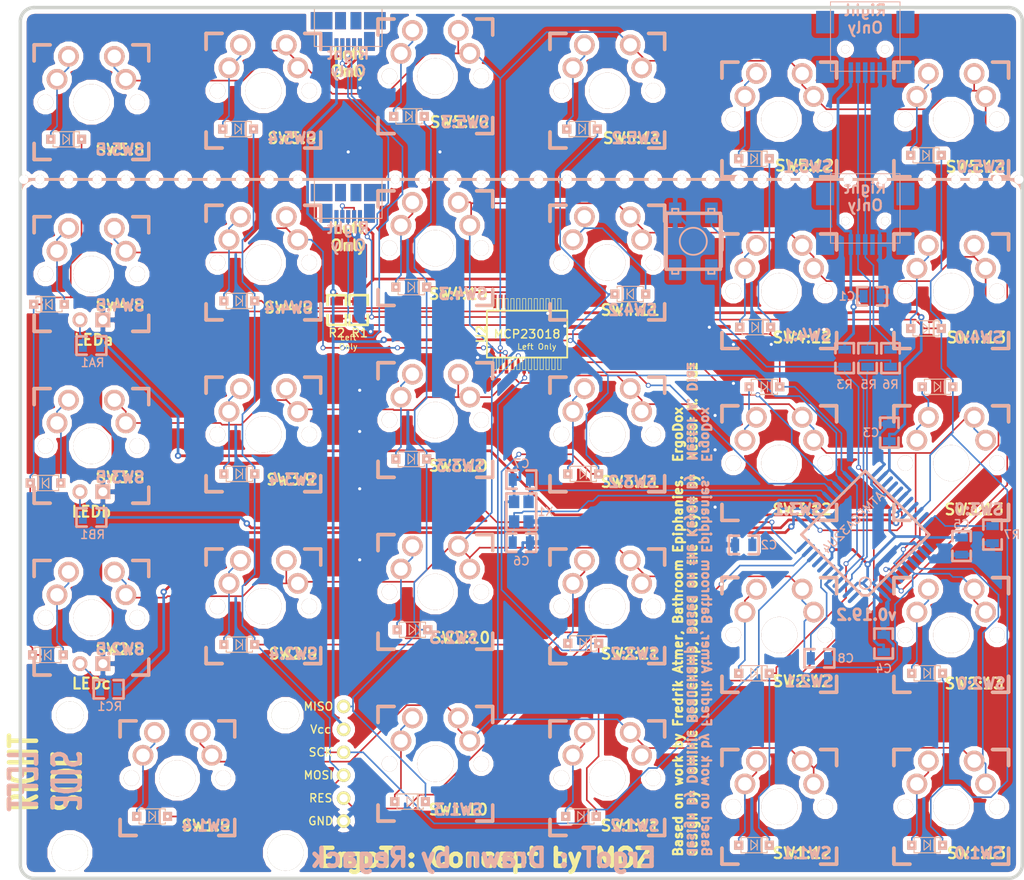
<source format=kicad_pcb>
(kicad_pcb (version 3) (host pcbnew "(2013-02-13 BZR 3947)-testing")
  (title_block (title ErgoT) (rev v0.19.2) (company "MOZ / Regack"))
  (layers (15 Front signal hide) (0 Back signal hide) (20 B.SilkS user) (21 F.SilkS user) (22 B.Mask user hide) (23 F.Mask user hide) (28 Edge.Cuts user))
  (net 0 "")
  (net 1 /COL0)
  (net 2 /COL1)
  (net 3 /COL10)
  (net 4 /COL11)
  (net 5 /COL4)
  (net 6 /COL5)
  (net 7 /LED_A)
  (net 8 /LED_B)
  (net 9 /LED_C)
  (net 10 /ROW1)
  (net 11 /ROW2)
  (net 12 /ROW3)
  (net 13 /ROW4)
  (net 14 /ROW5)
  (net 15 /SCLM)
  (net 16 /SDAM)
  (net 17 /~RES~)
  (net 18 GND)
  (net 19 N-000001)
  (net 20 N-0000010)
  (net 21 N-0000011)
  (net 22 N-0000012)
  (net 23 N-0000013)
  (net 24 N-0000014)
  (net 25 N-0000015)
  (net 26 N-0000016)
  (net 27 N-0000017)
  (net 28 N-0000018)
  (net 29 N-000002)
  (net 30 N-0000021)
  (net 31 N-0000029)
  (net 32 N-000003)
  (net 33 N-0000030)
  (net 34 N-0000031)
  (net 35 N-0000032)
  (net 36 N-0000033)
  (net 37 N-0000034)
  (net 38 N-0000035)
  (net 39 N-0000036)
  (net 40 N-0000037)
  (net 41 N-0000038)
  (net 42 N-000004)
  (net 43 N-0000043)
  (net 44 N-0000048)
  (net 45 N-000005)
  (net 46 N-0000052)
  (net 47 N-000006)
  (net 48 N-0000060)
  (net 49 N-0000061)
  (net 50 N-0000062)
  (net 51 N-0000065)
  (net 52 N-0000066)
  (net 53 N-0000069)
  (net 54 N-000007)
  (net 55 N-0000074)
  (net 56 N-0000075)
  (net 57 N-000008)
  (net 58 N-000009)
  (net 59 VCC)
  (module MX_LED (layer Front) (at 91.44 122.25)
    (fp_text reference LED_C1 hide)
    (fp_text value LEDc hide)
    (pad 1 thru_hole circle (at -1.27 5.08) (size 1.651 1.651) (drill 0.9906) (layers *.Cu *.SilkS *.Mask) (net 44 N-0000048))
    (pad 2 thru_hole rect (at 1.27 5.08) (size 1.651 1.651) (drill 0.9906) (layers *.Cu *.SilkS *.Mask) (net 18 GND))
  )
  (module MX_LED (layer Front) (at 91.44 103.2)
    (fp_text reference LED_B1 hide)
    (fp_text value LEDb hide)
    (pad 1 thru_hole circle (at -1.27 5.08) (size 1.651 1.651) (drill 0.9906) (layers *.Cu *.SilkS *.Mask) (net 55 N-0000074))
    (pad 2 thru_hole rect (at 1.27 5.08) (size 1.651 1.651) (drill 0.9906) (layers *.Cu *.SilkS *.Mask) (net 18 GND))
  )
  (module MX_LED (layer Front) (at 91.44 84.1502)
    (fp_text reference LED_A1 hide)
    (fp_text value LEDa hide)
    (pad 1 thru_hole circle (at -1.27 5.08) (size 1.651 1.651) (drill 0.9906) (layers *.Cu *.SilkS *.Mask) (net 56 N-0000075))
    (pad 2 thru_hole rect (at 1.27 5.08) (size 1.651 1.651) (drill 0.9906) (layers *.Cu *.SilkS *.Mask) (net 18 GND))
  )
  (module STAB_PCB940 (layer Front) (at 100.99 140.03 180)
    (fp_text reference S2 hide)
    (fp_text value STAB200 hide)
    (pad "" thru_hole circle (at -11.938 6.985 180) (size 3.048 3.048) (drill 3.048) (layers *.Cu *.Mask F.SilkS))
    (pad "" thru_hole circle (at 11.938 6.985 180) (size 3.048 3.048) (drill 3.048) (layers *.Cu *.Mask F.SilkS))
    (pad "" thru_hole circle (at -11.938 -8.255 180) (size 3.9878 3.9878) (drill 3.9878) (layers *.Cu *.Mask F.SilkS))
    (pad "" thru_hole circle (at 11.938 -8.255 180) (size 3.9878 3.9878) (drill 3.9878) (layers *.Cu *.Mask F.SilkS))
  )
  (module TQFP44 (layer Back) (at 177.165 113.03 45)
    (fp_text reference IC1 hide)
    (fp_text value ATMEGA32U4 (at 0 -1.905 45) (layer B.SilkS) (effects (font (size 0.935 0.9635) (thickness 0.155)) (justify mirror)))
    (pad 39 smd oval (at 0 5.715 45) (size 0.4064 1.89992) (layers Back B.Mask) (net 12 /ROW3))
    (pad 40 smd oval (at -0.8001 5.715 45) (size 0.4064 1.89992) (layers Back B.Mask) (net 13 /ROW4))
    (pad 41 smd oval (at -1.6002 5.715 45) (size 0.4064 1.89992) (layers Back B.Mask) (net 14 /ROW5))
    (pad 42 smd oval (at -2.4003 5.715 45) (size 0.4064 1.89992) (layers Back B.Mask))
    (pad 43 smd oval (at -3.2004 5.715 45) (size 0.4064 1.89992) (layers Back B.Mask) (net 18 GND))
    (pad 44 smd oval (at -4.0005 5.715 45) (size 0.4064 1.89992) (layers Back B.Mask) (net 59 VCC))
    (pad 38 smd oval (at 0.8001 5.715 45) (size 0.4064 1.89992) (layers Back B.Mask) (net 11 /ROW2))
    (pad 37 smd oval (at 1.6002 5.715 45) (size 0.4064 1.89992) (layers Back B.Mask) (net 10 /ROW1))
    (pad 36 smd oval (at 2.4003 5.715 45) (size 0.4064 1.89992) (layers Back B.Mask))
    (pad 35 smd oval (at 3.2004 5.715 45) (size 0.4064 1.89992) (layers Back B.Mask) (net 18 GND))
    (pad 34 smd oval (at 4.0005 5.715 45) (size 0.4064 1.89992) (layers Back B.Mask) (net 59 VCC))
    (pad 17 smd oval (at 0 -5.715 45) (size 0.4064 1.89992) (layers Back B.Mask) (net 26 N-0000016))
    (pad 16 smd oval (at -0.8001 -5.715 45) (size 0.4064 1.89992) (layers Back B.Mask) (net 53 N-0000069))
    (pad 15 smd oval (at -1.6002 -5.715 45) (size 0.4064 1.89992) (layers Back B.Mask) (net 18 GND))
    (pad 14 smd oval (at -2.4003 -5.715 45) (size 0.4064 1.89992) (layers Back B.Mask) (net 59 VCC))
    (pad 13 smd oval (at -3.2004 -5.715 45) (size 0.4064 1.89992) (layers Back B.Mask) (net 17 /~RES~))
    (pad 12 smd oval (at -4.0005 -5.715 45) (size 0.4064 1.89992) (layers Back B.Mask) (net 9 /LED_C))
    (pad 18 smd oval (at 0.8001 -5.715 45) (size 0.4064 1.89992) (layers Back B.Mask) (net 15 /SCLM))
    (pad 19 smd oval (at 1.6002 -5.715 45) (size 0.4064 1.89992) (layers Back B.Mask) (net 16 /SDAM))
    (pad 20 smd oval (at 2.4003 -5.715 45) (size 0.4064 1.89992) (layers Back B.Mask) (net 4 /COL11))
    (pad 21 smd oval (at 3.2004 -5.715 45) (size 0.4064 1.89992) (layers Back B.Mask) (net 2 /COL1))
    (pad 22 smd oval (at 4.0005 -5.715 45) (size 0.4064 1.89992) (layers Back B.Mask))
    (pad 6 smd oval (at -5.715 0 45) (size 1.89992 0.4064) (layers Back B.Mask) (net 50 N-0000062))
    (pad 28 smd oval (at 5.715 0 45) (size 1.89992 0.4064) (layers Back B.Mask) (net 59 VCC))
    (pad 7 smd oval (at -5.715 -0.8001 45) (size 1.89992 0.4064) (layers Back B.Mask) (net 59 VCC))
    (pad 27 smd oval (at 5.715 -0.8001 45) (size 1.89992 0.4064) (layers Back B.Mask))
    (pad 26 smd oval (at 5.715 -1.6002 45) (size 1.89992 0.4064) (layers Back B.Mask) (net 18 GND))
    (pad 8 smd oval (at -5.715 -1.6002 45) (size 1.89992 0.4064) (layers Back B.Mask))
    (pad 9 smd oval (at -5.715 -2.4003 45) (size 1.89992 0.4064) (layers Back B.Mask) (net 6 /COL5))
    (pad 25 smd oval (at 5.715 -2.4003 45) (size 1.89992 0.4064) (layers Back B.Mask))
    (pad 24 smd oval (at 5.715 -3.2004 45) (size 1.89992 0.4064) (layers Back B.Mask) (net 59 VCC))
    (pad 10 smd oval (at -5.715 -3.2004 45) (size 1.89992 0.4064) (layers Back B.Mask) (net 5 /COL4))
    (pad 11 smd oval (at -5.715 -4.0005 45) (size 1.89992 0.4064) (layers Back B.Mask) (net 3 /COL10))
    (pad 23 smd oval (at 5.715 -4.0005 45) (size 1.89992 0.4064) (layers Back B.Mask) (net 18 GND))
    (pad 29 smd oval (at 5.715 0.8001 45) (size 1.89992 0.4064) (layers Back B.Mask) (net 7 /LED_A))
    (pad 5 smd oval (at -5.715 0.8001 45) (size 1.89992 0.4064) (layers Back B.Mask) (net 18 GND))
    (pad 4 smd oval (at -5.715 1.6002 45) (size 1.89992 0.4064) (layers Back B.Mask) (net 48 N-0000060))
    (pad 30 smd oval (at 5.715 1.6002 45) (size 1.89992 0.4064) (layers Back B.Mask) (net 8 /LED_B))
    (pad 31 smd oval (at 5.715 2.4003 45) (size 1.89992 0.4064) (layers Back B.Mask) (net 1 /COL0))
    (pad 3 smd oval (at -5.715 2.4003 45) (size 1.89992 0.4064) (layers Back B.Mask) (net 49 N-0000061))
    (pad 2 smd oval (at -5.715 3.2004 45) (size 1.89992 0.4064) (layers Back B.Mask) (net 59 VCC))
    (pad 32 smd oval (at 5.715 3.2004 45) (size 1.89992 0.4064) (layers Back B.Mask))
    (pad 33 smd oval (at 5.715 4.0005 45) (size 1.89992 0.4064) (layers Back B.Mask) (net 43 N-0000043))
    (pad 1 smd oval (at -5.715 4.0005 45) (size 1.89992 0.4064) (layers Back B.Mask))
  )
  (module Pad (layer Front) (at 119.38 142.24 90)
    (fp_text reference P7 hide)
    (fp_text value RES (at 0 -2.54 180) (layer F.SilkS) (effects (font (size 0.9 0.9))))
    (pad 1 thru_hole circle (at 0 0 90) (size 1.5 1.5) (drill 0.9) (layers *.Cu *.Mask F.SilkS) (net 17 /~RES~))
  )
  (module Pad (layer Front) (at 119.38 144.78 90)
    (fp_text reference P8 hide)
    (fp_text value GND (at 0 -2.54 180) (layer F.SilkS) (effects (font (size 0.9 0.9))))
    (pad 1 thru_hole circle (at 0 0 90) (size 1.5 1.5) (drill 0.9) (layers *.Cu *.Mask F.SilkS) (net 18 GND))
  )
  (module Pad (layer Front) (at 119.38 139.7 90)
    (fp_text reference P6 hide)
    (fp_text value MOSI (at 0 -2.794 180) (layer F.SilkS) (effects (font (size 0.9 0.9))))
    (pad 1 thru_hole circle (at 0 0 90) (size 1.5 1.5) (drill 0.9) (layers *.Cu *.Mask F.SilkS) (net 5 /COL4))
  )
  (module Pad (layer Front) (at 119.38 134.62 90)
    (fp_text reference P4 hide)
    (fp_text value Vcc (at 0 -2.54 180) (layer F.SilkS) (effects (font (size 0.9 0.9))))
    (pad 1 thru_hole circle (at 0 0 90) (size 1.5 1.5) (drill 0.9) (layers *.Cu *.Mask F.SilkS) (net 59 VCC))
  )
  (module Pad (layer Front) (at 119.38 137.16 90)
    (fp_text reference P5 hide)
    (fp_text value SCK (at 0 -2.54 180) (layer F.SilkS) (effects (font (size 0.9 0.9))))
    (pad 1 thru_hole circle (at 0 0 90) (size 1.5 1.5) (drill 0.9) (layers *.Cu *.Mask F.SilkS) (net 6 /COL5))
  )
  (module Pad (layer Front) (at 119.38 132.08 90)
    (fp_text reference P1 hide)
    (fp_text value MISO (at 0 -2.794 180) (layer F.SilkS) (effects (font (size 0.9 0.9))))
    (pad 1 thru_hole circle (at 0 0 90) (size 1.5 1.5) (drill 0.9) (layers *.Cu *.Mask F.SilkS) (net 3 /COL10))
  )
  (module ASX3F (layer Back) (at 139.065 110.49 90)
    (fp_text reference X1 (at 0 2.667 180) (layer B.SilkS) (effects (font (size 0.9 0.9)) (justify mirror)))
    (fp_text value ASX3F hide)
    (pad 4 smd rect (at -1.09982 0.8001 90) (size 1.39954 1.15062) (layers Back B.Mask) (net 18 GND))
    (pad 3 smd rect (at 1.09982 0.8001 90) (size 1.39954 1.15062) (layers Back B.Mask) (net 26 N-0000016))
    (pad 1 smd rect (at -1.09982 -0.8001 90) (size 1.39954 1.15062) (layers Back B.Mask) (net 53 N-0000069))
    (pad 2 smd rect (at 1.09982 -0.8001 90) (size 1.39954 1.15062) (layers Back B.Mask) (net 18 GND))
  )
  (module ADTSJW65RV (layer Back) (at 158.115 80.518 270)
    (fp_text reference S0 hide)
    (fp_text value DTSM-6 hide)
    (pad 1 smd rect (at -3.1496 2.00152 270) (size 2.30124 1.39954) (layers Back B.Mask) (net 18 GND))
    (pad 4 smd rect (at 3.1496 -1.99898 270) (size 2.30124 1.39954) (layers Back B.Mask))
    (pad 2 smd rect (at 3.1496 1.99898 270) (size 2.30124 1.39954) (layers Back B.Mask))
    (pad 3 smd rect (at -3.1496 -1.99898 270) (size 2.30124 1.39954) (layers Back B.Mask) (net 17 /~RES~))
  )
  (module SM0805 (layer Back) (at 174.879 93.472 270)
    (fp_text reference R3 (at 2.921 0 360) (layer B.SilkS) (effects (font (size 0.935 0.935) (thickness 0.1588)) (justify mirror)))
    (fp_text value 10k hide)
    (pad 1 smd rect (at -0.9525 0 270) (size 0.889 1.397) (layers Back B.Mask) (net 59 VCC))
    (pad 2 smd rect (at 0.9525 0 270) (size 0.889 1.397) (layers Back B.Mask) (net 17 /~RES~))
  )
  (module SM0805 (layer Back) (at 191.262 113.03 270)
    (fp_text reference R7 (at 0 -2.159 360) (layer B.SilkS) (effects (font (size 0.935 0.935) (thickness 0.1588)) (justify mirror)))
    (fp_text value 10k hide)
    (pad 1 smd rect (at -0.9525 0 270) (size 0.889 1.397) (layers Back B.Mask) (net 43 N-0000043))
    (pad 2 smd rect (at 0.9525 0 270) (size 0.889 1.397) (layers Back B.Mask) (net 18 GND))
  )
  (module SM0805 (layer Back) (at 172.085 126.746)
    (fp_text reference C8 (at 2.921 0) (layer B.SilkS) (effects (font (size 0.935 0.935) (thickness 0.1588)) (justify mirror)))
    (fp_text value 1u hide)
    (pad 1 smd rect (at -0.9525 0) (size 0.889 1.397) (layers Back B.Mask) (net 50 N-0000062))
    (pad 2 smd rect (at 0.9525 0) (size 0.889 1.397) (layers Back B.Mask) (net 18 GND))
  )
  (module SM0805 (layer Back) (at 179.959 93.472 90)
    (fp_text reference R6 (at -2.921 0 180) (layer B.SilkS) (effects (font (size 0.935 0.935) (thickness 0.1588)) (justify mirror)))
    (fp_text value 22 hide)
    (pad 1 smd rect (at -0.9525 0 90) (size 0.889 1.397) (layers Back B.Mask) (net 48 N-0000060))
    (pad 2 smd rect (at 0.9525 0 90) (size 0.889 1.397) (layers Back B.Mask) (net 52 N-0000066))
  )
  (module SM0805 (layer Back) (at 177.419 93.472 90)
    (fp_text reference R5 (at -2.921 0.127 180) (layer B.SilkS) (effects (font (size 0.935 0.935) (thickness 0.1588)) (justify mirror)))
    (fp_text value 22 hide)
    (pad 1 smd rect (at -0.9525 0 90) (size 0.889 1.397) (layers Back B.Mask) (net 49 N-0000061))
    (pad 2 smd rect (at 0.9525 0 90) (size 0.889 1.397) (layers Back B.Mask) (net 51 N-0000065))
  )
  (module SM0805 (layer Back) (at 187.833 114.3 270)
    (fp_text reference C5 (at -2.413 0 360) (layer B.SilkS) (effects (font (size 0.935 0.935) (thickness 0.1588)) (justify mirror)))
    (fp_text value 100n hide)
    (pad 1 smd rect (at -0.9525 0 270) (size 0.889 1.397) (layers Back B.Mask) (net 59 VCC))
    (pad 2 smd rect (at 0.9525 0 270) (size 0.889 1.397) (layers Back B.Mask) (net 18 GND))
  )
  (module SM0805 (layer Back) (at 179.197 125.095 90)
    (fp_text reference C4 (at -2.794 0 180) (layer B.SilkS) (effects (font (size 0.935 0.935) (thickness 0.1588)) (justify mirror)))
    (fp_text value 100n hide)
    (pad 1 smd rect (at -0.9525 0 90) (size 0.889 1.397) (layers Back B.Mask) (net 59 VCC))
    (pad 2 smd rect (at 0.9525 0 90) (size 0.889 1.397) (layers Back B.Mask) (net 18 GND))
  )
  (module SM0805 (layer Back) (at 179.832 101.727 90)
    (fp_text reference C3 (at 0 -2.032 180) (layer B.SilkS) (effects (font (size 0.935 0.935) (thickness 0.1588)) (justify mirror)))
    (fp_text value 100n hide)
    (pad 1 smd rect (at -0.9525 0 90) (size 0.889 1.397) (layers Back B.Mask) (net 59 VCC))
    (pad 2 smd rect (at 0.9525 0 90) (size 0.889 1.397) (layers Back B.Mask) (net 18 GND))
  )
  (module SM0805 (layer Back) (at 163.703 114.173 180)
    (fp_text reference C2 (at -2.794 0 180) (layer B.SilkS) (effects (font (size 0.935 0.935) (thickness 0.1588)) (justify mirror)))
    (fp_text value 100n hide)
    (pad 1 smd rect (at -0.9525 0 180) (size 0.889 1.397) (layers Back B.Mask) (net 59 VCC))
    (pad 2 smd rect (at 0.9525 0 180) (size 0.889 1.397) (layers Back B.Mask) (net 18 GND))
  )
  (module SM0805 (layer Back) (at 139.065 106.934 180)
    (fp_text reference C7 (at 0 1.778 180) (layer B.SilkS) (effects (font (size 0.935 0.935) (thickness 0.1588)) (justify mirror)))
    (fp_text value 22p hide)
    (pad 1 smd rect (at -0.9525 0 180) (size 0.889 1.397) (layers Back B.Mask) (net 26 N-0000016))
    (pad 2 smd rect (at 0.9525 0 180) (size 0.889 1.397) (layers Back B.Mask) (net 18 GND))
  )
  (module SM0805 (layer Back) (at 139.065 113.919)
    (fp_text reference C6 (at 0 2.032) (layer B.SilkS) (effects (font (size 0.935 0.935) (thickness 0.1588)) (justify mirror)))
    (fp_text value 22p hide)
    (pad 1 smd rect (at -0.9525 0) (size 0.889 1.397) (layers Back B.Mask) (net 53 N-0000069))
    (pad 2 smd rect (at 0.9525 0) (size 0.889 1.397) (layers Back B.Mask) (net 18 GND))
  )
  (module SM0805 (layer Back) (at 177.927 86.614)
    (fp_text reference C1 (at -2.794 0) (layer B.SilkS) (effects (font (size 0.935 0.935) (thickness 0.1588)) (justify mirror)))
    (fp_text value 1u hide)
    (pad 1 smd rect (at -0.9525 0) (size 0.889 1.397) (layers Back B.Mask) (net 59 VCC))
    (pad 2 smd rect (at 0.9525 0) (size 0.889 1.397) (layers Back B.Mask) (net 18 GND))
  )
  (module adafruit-SSOP24 (layer Front) (at 139.7 90.805)
    (fp_text reference U2 (at -5.08 0 90) (layer F.SilkS) (effects (font (thickness 0.2))))
    (fp_text value MCP23018_SSOP hide)
    (pad 1 smd rect (at -3.57378 3.62458) (size 0.39878 1.4986) (layers Front F.Mask) (net 18 GND))
    (pad 2 smd rect (at -2.92354 3.62458) (size 0.39878 1.4986) (layers Front F.Mask) (net 14 /ROW5))
    (pad 3 smd rect (at -2.2733 3.62458) (size 0.39878 1.4986) (layers Front F.Mask) (net 13 /ROW4))
    (pad 4 smd rect (at -1.62306 3.62458) (size 0.39878 1.4986) (layers Front F.Mask) (net 12 /ROW3))
    (pad 5 smd rect (at -0.97282 3.62458) (size 0.39878 1.4986) (layers Front F.Mask) (net 11 /ROW2))
    (pad 6 smd rect (at -0.32258 3.62458) (size 0.39878 1.4986) (layers Front F.Mask) (net 10 /ROW1))
    (pad 7 smd rect (at 0.32258 3.62458) (size 0.39878 1.4986) (layers Front F.Mask))
    (pad 8 smd rect (at 0.97282 3.62458) (size 0.39878 1.4986) (layers Front F.Mask))
    (pad 9 smd rect (at 1.62306 3.62458) (size 0.39878 1.4986) (layers Front F.Mask))
    (pad 10 smd rect (at 2.2733 3.62458) (size 0.39878 1.4986) (layers Front F.Mask) (net 59 VCC))
    (pad 11 smd rect (at 2.92354 3.62458) (size 0.39878 1.4986) (layers Front F.Mask) (net 15 /SCLM))
    (pad 12 smd rect (at 3.57378 3.62458) (size 0.39878 1.4986) (layers Front F.Mask) (net 16 /SDAM))
    (pad 13 smd rect (at 3.57378 -3.62458) (size 0.39878 1.4986) (layers Front F.Mask) (net 18 GND))
    (pad 14 smd rect (at 2.92354 -3.62458) (size 0.39878 1.4986) (layers Front F.Mask) (net 59 VCC))
    (pad 15 smd rect (at 2.2733 -3.62458) (size 0.39878 1.4986) (layers Front F.Mask))
    (pad 16 smd rect (at 1.62306 -3.62458) (size 0.39878 1.4986) (layers Front F.Mask))
    (pad 17 smd rect (at 0.97282 -3.62458) (size 0.39878 1.4986) (layers Front F.Mask) (net 1 /COL0))
    (pad 18 smd rect (at 0.32258 -3.62458) (size 0.39878 1.4986) (layers Front F.Mask) (net 2 /COL1))
    (pad 19 smd rect (at -0.32258 -3.62458) (size 0.39878 1.4986) (layers Front F.Mask) (net 4 /COL11))
    (pad 20 smd rect (at -0.97282 -3.62458) (size 0.39878 1.4986) (layers Front F.Mask) (net 3 /COL10))
    (pad 21 smd rect (at -1.62306 -3.62458) (size 0.39878 1.4986) (layers Front F.Mask) (net 5 /COL4))
    (pad 22 smd rect (at -2.2733 -3.62458) (size 0.39878 1.4986) (layers Front F.Mask) (net 6 /COL5))
    (pad 23 smd rect (at -2.92354 -3.62458) (size 0.39878 1.4986) (layers Front F.Mask))
    (pad 24 smd rect (at -3.57378 -3.62458) (size 0.39878 1.4986) (layers Front F.Mask))
  )
  (module SM0805 (layer Front) (at 121.031 88.138 270)
    (fp_text reference R1 (at 2.54 -0.127 360) (layer F.SilkS) (effects (font (size 0.935 0.935) (thickness 0.1588))))
    (fp_text value 2.2kΩ hide)
    (pad 1 smd rect (at -0.9525 0 270) (size 0.889 1.397) (layers Front F.Mask) (net 59 VCC))
    (pad 2 smd rect (at 0.9525 0 270) (size 0.889 1.397) (layers Front F.Mask) (net 16 /SDAM))
  )
  (module SM0805 (layer Front) (at 118.618 88.138 270)
    (fp_text reference R2 (at 2.54 0 360) (layer F.SilkS) (effects (font (size 0.935 0.935) (thickness 0.1588))))
    (fp_text value 2.2kΩ hide)
    (pad 1 smd rect (at -0.9525 0 270) (size 0.889 1.397) (layers Front F.Mask) (net 59 VCC))
    (pad 2 smd rect (at 0.9525 0 270) (size 0.889 1.397) (layers Front F.Mask) (net 15 /SCLM))
  )
  (module MX_FLIP (layer Front) (at 186.69 143.203)
    (fp_text reference SW1:13 hide)
    (fp_text value SW1:0 hide)
    (pad 1 thru_hole circle (at 2.54 -5.08) (size 2.286 2.286) (drill 1.498599) (layers *.Cu *.SilkS *.Mask) (net 10 /ROW1))
    (pad 2 thru_hole circle (at -3.81 -2.54) (size 2.286 2.286) (drill 1.498599) (layers *.Cu *.SilkS *.Mask) (net 24 N-0000014))
    (pad "" thru_hole circle (at 0 0) (size 3.9878 3.9878) (drill 3.9878) (layers *.Cu *.SilkS *.Mask))
    (pad "" thru_hole circle (at -5.08 0) (size 1.7018 1.7018) (drill 1.701799) (layers *.Cu *.SilkS *.Mask))
    (pad "" thru_hole circle (at 5.08 0) (size 1.7018 1.7018) (drill 1.701799) (layers *.Cu *.SilkS *.Mask))
    (pad 1 thru_hole circle (at 3.81 -2.54) (size 2.286 2.286) (drill 1.498599) (layers *.Cu *.SilkS *.Mask) (net 10 /ROW1))
    (pad 2 thru_hole circle (at -2.54 -5.08) (size 2.286 2.286) (drill 1.498599) (layers *.Cu *.SilkS *.Mask) (net 24 N-0000014))
  )
  (module MX_FLIP (layer Front) (at 148.59 140.028)
    (fp_text reference SW1:11 hide)
    (fp_text value SW1:2 hide)
    (pad 1 thru_hole circle (at 2.54 -5.08) (size 2.286 2.286) (drill 1.498599) (layers *.Cu *.SilkS *.Mask) (net 10 /ROW1))
    (pad 2 thru_hole circle (at -3.81 -2.54) (size 2.286 2.286) (drill 1.498599) (layers *.Cu *.SilkS *.Mask) (net 32 N-000003))
    (pad "" thru_hole circle (at 0 0) (size 3.9878 3.9878) (drill 3.9878) (layers *.Cu *.SilkS *.Mask))
    (pad "" thru_hole circle (at -5.08 0) (size 1.7018 1.7018) (drill 1.701799) (layers *.Cu *.SilkS *.Mask))
    (pad "" thru_hole circle (at 5.08 0) (size 1.7018 1.7018) (drill 1.701799) (layers *.Cu *.SilkS *.Mask))
    (pad 1 thru_hole circle (at 3.81 -2.54) (size 2.286 2.286) (drill 1.498599) (layers *.Cu *.SilkS *.Mask) (net 10 /ROW1))
    (pad 2 thru_hole circle (at -2.54 -5.08) (size 2.286 2.286) (drill 1.498599) (layers *.Cu *.SilkS *.Mask) (net 32 N-000003))
  )
  (module MX_FLIP (layer Front) (at 167.64 143.203)
    (fp_text reference SW1:12 hide)
    (fp_text value SW1:1 hide)
    (pad 1 thru_hole circle (at 2.54 -5.08) (size 2.286 2.286) (drill 1.498599) (layers *.Cu *.SilkS *.Mask) (net 10 /ROW1))
    (pad 2 thru_hole circle (at -3.81 -2.54) (size 2.286 2.286) (drill 1.498599) (layers *.Cu *.SilkS *.Mask) (net 23 N-0000013))
    (pad "" thru_hole circle (at 0 0) (size 3.9878 3.9878) (drill 3.9878) (layers *.Cu *.SilkS *.Mask))
    (pad "" thru_hole circle (at -5.08 0) (size 1.7018 1.7018) (drill 1.701799) (layers *.Cu *.SilkS *.Mask))
    (pad "" thru_hole circle (at 5.08 0) (size 1.7018 1.7018) (drill 1.701799) (layers *.Cu *.SilkS *.Mask))
    (pad 1 thru_hole circle (at 3.81 -2.54) (size 2.286 2.286) (drill 1.498599) (layers *.Cu *.SilkS *.Mask) (net 10 /ROW1))
    (pad 2 thru_hole circle (at -2.54 -5.08) (size 2.286 2.286) (drill 1.498599) (layers *.Cu *.SilkS *.Mask) (net 23 N-0000013))
  )
  (module MX_FLIP (layer Front) (at 129.54 138.43)
    (fp_text reference SW1:10 hide)
    (fp_text value SW1:3 hide)
    (pad 1 thru_hole circle (at 2.54 -5.08) (size 2.286 2.286) (drill 1.498599) (layers *.Cu *.SilkS *.Mask) (net 10 /ROW1))
    (pad 2 thru_hole circle (at -3.81 -2.54) (size 2.286 2.286) (drill 1.498599) (layers *.Cu *.SilkS *.Mask) (net 29 N-000002))
    (pad "" thru_hole circle (at 0 0) (size 3.9878 3.9878) (drill 3.9878) (layers *.Cu *.SilkS *.Mask))
    (pad "" thru_hole circle (at -5.08 0) (size 1.7018 1.7018) (drill 1.701799) (layers *.Cu *.SilkS *.Mask))
    (pad "" thru_hole circle (at 5.08 0) (size 1.7018 1.7018) (drill 1.701799) (layers *.Cu *.SilkS *.Mask))
    (pad 1 thru_hole circle (at 3.81 -2.54) (size 2.286 2.286) (drill 1.498599) (layers *.Cu *.SilkS *.Mask) (net 10 /ROW1))
    (pad 2 thru_hole circle (at -2.54 -5.08) (size 2.286 2.286) (drill 1.498599) (layers *.Cu *.SilkS *.Mask) (net 29 N-000002))
  )
  (module MX_FLIP (layer Front) (at 100.965 140.03)
    (fp_text reference SW1:9 hide)
    (fp_text value SW1:4 hide)
    (pad 1 thru_hole circle (at 2.54 -5.08) (size 2.286 2.286) (drill 1.498599) (layers *.Cu *.SilkS *.Mask) (net 10 /ROW1))
    (pad 2 thru_hole circle (at -3.81 -2.54) (size 2.286 2.286) (drill 1.498599) (layers *.Cu *.SilkS *.Mask) (net 19 N-000001))
    (pad "" thru_hole circle (at 0 0) (size 3.9878 3.9878) (drill 3.9878) (layers *.Cu *.SilkS *.Mask))
    (pad "" thru_hole circle (at -5.08 0) (size 1.7018 1.7018) (drill 1.701799) (layers *.Cu *.SilkS *.Mask))
    (pad "" thru_hole circle (at 5.08 0) (size 1.7018 1.7018) (drill 1.701799) (layers *.Cu *.SilkS *.Mask))
    (pad 1 thru_hole circle (at 3.81 -2.54) (size 2.286 2.286) (drill 1.498599) (layers *.Cu *.SilkS *.Mask) (net 10 /ROW1))
    (pad 2 thru_hole circle (at -2.54 -5.08) (size 2.286 2.286) (drill 1.498599) (layers *.Cu *.SilkS *.Mask) (net 19 N-000001))
  )
  (module MX_FLIP (layer Front) (at 91.44 65.1002)
    (fp_text reference SW5:8 hide)
    (fp_text value SW5:5 hide)
    (pad 1 thru_hole circle (at 2.54 -5.08) (size 2.286 2.286) (drill 1.498599) (layers *.Cu *.SilkS *.Mask) (net 14 /ROW5))
    (pad 2 thru_hole circle (at -3.81 -2.54) (size 2.286 2.286) (drill 1.498599) (layers *.Cu *.SilkS *.Mask) (net 46 N-0000052))
    (pad "" thru_hole circle (at 0 0) (size 3.9878 3.9878) (drill 3.9878) (layers *.Cu *.SilkS *.Mask))
    (pad "" thru_hole circle (at -5.08 0) (size 1.7018 1.7018) (drill 1.701799) (layers *.Cu *.SilkS *.Mask))
    (pad "" thru_hole circle (at 5.08 0) (size 1.7018 1.7018) (drill 1.701799) (layers *.Cu *.SilkS *.Mask))
    (pad 1 thru_hole circle (at 3.81 -2.54) (size 2.286 2.286) (drill 1.498599) (layers *.Cu *.SilkS *.Mask) (net 14 /ROW5))
    (pad 2 thru_hole circle (at -2.54 -5.08) (size 2.286 2.286) (drill 1.498599) (layers *.Cu *.SilkS *.Mask) (net 46 N-0000052))
  )
  (module MX_FLIP (layer Front) (at 167.64 105.103)
    (fp_text reference SW3:12 hide)
    (fp_text value SW3:1 hide)
    (pad 1 thru_hole circle (at 2.54 -5.08) (size 2.286 2.286) (drill 1.498599) (layers *.Cu *.SilkS *.Mask) (net 12 /ROW3))
    (pad 2 thru_hole circle (at -3.81 -2.54) (size 2.286 2.286) (drill 1.498599) (layers *.Cu *.SilkS *.Mask) (net 28 N-0000018))
    (pad "" thru_hole circle (at 0 0) (size 3.9878 3.9878) (drill 3.9878) (layers *.Cu *.SilkS *.Mask))
    (pad "" thru_hole circle (at -5.08 0) (size 1.7018 1.7018) (drill 1.701799) (layers *.Cu *.SilkS *.Mask))
    (pad "" thru_hole circle (at 5.08 0) (size 1.7018 1.7018) (drill 1.701799) (layers *.Cu *.SilkS *.Mask))
    (pad 1 thru_hole circle (at 3.81 -2.54) (size 2.286 2.286) (drill 1.498599) (layers *.Cu *.SilkS *.Mask) (net 12 /ROW3))
    (pad 2 thru_hole circle (at -2.54 -5.08) (size 2.286 2.286) (drill 1.498599) (layers *.Cu *.SilkS *.Mask) (net 28 N-0000018))
  )
  (module MX_FLIP (layer Front) (at 186.69 105.103)
    (fp_text reference SW3:13 hide)
    (fp_text value SW3:0 hide)
    (pad 1 thru_hole circle (at 2.54 -5.08) (size 2.286 2.286) (drill 1.498599) (layers *.Cu *.SilkS *.Mask) (net 12 /ROW3))
    (pad 2 thru_hole circle (at -3.81 -2.54) (size 2.286 2.286) (drill 1.498599) (layers *.Cu *.SilkS *.Mask) (net 27 N-0000017))
    (pad "" thru_hole circle (at 0 0) (size 3.9878 3.9878) (drill 3.9878) (layers *.Cu *.SilkS *.Mask))
    (pad "" thru_hole circle (at -5.08 0) (size 1.7018 1.7018) (drill 1.701799) (layers *.Cu *.SilkS *.Mask))
    (pad "" thru_hole circle (at 5.08 0) (size 1.7018 1.7018) (drill 1.701799) (layers *.Cu *.SilkS *.Mask))
    (pad 1 thru_hole circle (at 3.81 -2.54) (size 2.286 2.286) (drill 1.498599) (layers *.Cu *.SilkS *.Mask) (net 12 /ROW3))
    (pad 2 thru_hole circle (at -2.54 -5.08) (size 2.286 2.286) (drill 1.498599) (layers *.Cu *.SilkS *.Mask) (net 27 N-0000017))
  )
  (module MX_FLIP (layer Front) (at 110.49 63.8277)
    (fp_text reference SW5:9 hide)
    (fp_text value SW5:4 hide)
    (pad 1 thru_hole circle (at 2.54 -5.08) (size 2.286 2.286) (drill 1.498599) (layers *.Cu *.SilkS *.Mask) (net 14 /ROW5))
    (pad 2 thru_hole circle (at -3.81 -2.54) (size 2.286 2.286) (drill 1.498599) (layers *.Cu *.SilkS *.Mask) (net 42 N-000004))
    (pad "" thru_hole circle (at 0 0) (size 3.9878 3.9878) (drill 3.9878) (layers *.Cu *.SilkS *.Mask))
    (pad "" thru_hole circle (at -5.08 0) (size 1.7018 1.7018) (drill 1.701799) (layers *.Cu *.SilkS *.Mask))
    (pad "" thru_hole circle (at 5.08 0) (size 1.7018 1.7018) (drill 1.701799) (layers *.Cu *.SilkS *.Mask))
    (pad 1 thru_hole circle (at 3.81 -2.54) (size 2.286 2.286) (drill 1.498599) (layers *.Cu *.SilkS *.Mask) (net 14 /ROW5))
    (pad 2 thru_hole circle (at -2.54 -5.08) (size 2.286 2.286) (drill 1.498599) (layers *.Cu *.SilkS *.Mask) (net 42 N-000004))
  )
  (module MX_FLIP (layer Front) (at 167.64 67.0052)
    (fp_text reference SW5:12 hide)
    (fp_text value SW5:1 hide)
    (pad 1 thru_hole circle (at 2.54 -5.08) (size 2.286 2.286) (drill 1.498599) (layers *.Cu *.SilkS *.Mask) (net 14 /ROW5))
    (pad 2 thru_hole circle (at -3.81 -2.54) (size 2.286 2.286) (drill 1.498599) (layers *.Cu *.SilkS *.Mask) (net 54 N-000007))
    (pad "" thru_hole circle (at 0 0) (size 3.9878 3.9878) (drill 3.9878) (layers *.Cu *.SilkS *.Mask))
    (pad "" thru_hole circle (at -5.08 0) (size 1.7018 1.7018) (drill 1.701799) (layers *.Cu *.SilkS *.Mask))
    (pad "" thru_hole circle (at 5.08 0) (size 1.7018 1.7018) (drill 1.701799) (layers *.Cu *.SilkS *.Mask))
    (pad 1 thru_hole circle (at 3.81 -2.54) (size 2.286 2.286) (drill 1.498599) (layers *.Cu *.SilkS *.Mask) (net 14 /ROW5))
    (pad 2 thru_hole circle (at -2.54 -5.08) (size 2.286 2.286) (drill 1.498599) (layers *.Cu *.SilkS *.Mask) (net 54 N-000007))
  )
  (module MX_FLIP (layer Front) (at 148.59 63.8277)
    (fp_text reference SW5:11 hide)
    (fp_text value SW5:2 hide)
    (pad 1 thru_hole circle (at 2.54 -5.08) (size 2.286 2.286) (drill 1.498599) (layers *.Cu *.SilkS *.Mask) (net 14 /ROW5))
    (pad 2 thru_hole circle (at -3.81 -2.54) (size 2.286 2.286) (drill 1.498599) (layers *.Cu *.SilkS *.Mask) (net 47 N-000006))
    (pad "" thru_hole circle (at 0 0) (size 3.9878 3.9878) (drill 3.9878) (layers *.Cu *.SilkS *.Mask))
    (pad "" thru_hole circle (at -5.08 0) (size 1.7018 1.7018) (drill 1.701799) (layers *.Cu *.SilkS *.Mask))
    (pad "" thru_hole circle (at 5.08 0) (size 1.7018 1.7018) (drill 1.701799) (layers *.Cu *.SilkS *.Mask))
    (pad 1 thru_hole circle (at 3.81 -2.54) (size 2.286 2.286) (drill 1.498599) (layers *.Cu *.SilkS *.Mask) (net 14 /ROW5))
    (pad 2 thru_hole circle (at -2.54 -5.08) (size 2.286 2.286) (drill 1.498599) (layers *.Cu *.SilkS *.Mask) (net 47 N-000006))
  )
  (module MX_FLIP (layer Front) (at 129.54 62.23)
    (fp_text reference SW5:10 hide)
    (fp_text value SW5:3 hide)
    (pad 1 thru_hole circle (at 2.54 -5.08) (size 2.286 2.286) (drill 1.498599) (layers *.Cu *.SilkS *.Mask) (net 14 /ROW5))
    (pad 2 thru_hole circle (at -3.81 -2.54) (size 2.286 2.286) (drill 1.498599) (layers *.Cu *.SilkS *.Mask) (net 45 N-000005))
    (pad "" thru_hole circle (at 0 0) (size 3.9878 3.9878) (drill 3.9878) (layers *.Cu *.SilkS *.Mask))
    (pad "" thru_hole circle (at -5.08 0) (size 1.7018 1.7018) (drill 1.701799) (layers *.Cu *.SilkS *.Mask))
    (pad "" thru_hole circle (at 5.08 0) (size 1.7018 1.7018) (drill 1.701799) (layers *.Cu *.SilkS *.Mask))
    (pad 1 thru_hole circle (at 3.81 -2.54) (size 2.286 2.286) (drill 1.498599) (layers *.Cu *.SilkS *.Mask) (net 14 /ROW5))
    (pad 2 thru_hole circle (at -2.54 -5.08) (size 2.286 2.286) (drill 1.498599) (layers *.Cu *.SilkS *.Mask) (net 45 N-000005))
  )
  (module MX_FLIP (layer Front) (at 186.69 67.0052)
    (fp_text reference SW5:13 hide)
    (fp_text value SW5:0 hide)
    (pad 1 thru_hole circle (at 2.54 -5.08) (size 2.286 2.286) (drill 1.498599) (layers *.Cu *.SilkS *.Mask) (net 14 /ROW5))
    (pad 2 thru_hole circle (at -3.81 -2.54) (size 2.286 2.286) (drill 1.498599) (layers *.Cu *.SilkS *.Mask) (net 57 N-000008))
    (pad "" thru_hole circle (at 0 0) (size 3.9878 3.9878) (drill 3.9878) (layers *.Cu *.SilkS *.Mask))
    (pad "" thru_hole circle (at -5.08 0) (size 1.7018 1.7018) (drill 1.701799) (layers *.Cu *.SilkS *.Mask))
    (pad "" thru_hole circle (at 5.08 0) (size 1.7018 1.7018) (drill 1.701799) (layers *.Cu *.SilkS *.Mask))
    (pad 1 thru_hole circle (at 3.81 -2.54) (size 2.286 2.286) (drill 1.498599) (layers *.Cu *.SilkS *.Mask) (net 14 /ROW5))
    (pad 2 thru_hole circle (at -2.54 -5.08) (size 2.286 2.286) (drill 1.498599) (layers *.Cu *.SilkS *.Mask) (net 57 N-000008))
  )
  (module MX_FLIP (layer Front) (at 148.59 101.928)
    (fp_text reference SW3:11 hide)
    (fp_text value SW3:2 hide)
    (pad 1 thru_hole circle (at 2.54 -5.08) (size 2.286 2.286) (drill 1.498599) (layers *.Cu *.SilkS *.Mask) (net 12 /ROW3))
    (pad 2 thru_hole circle (at -3.81 -2.54) (size 2.286 2.286) (drill 1.498599) (layers *.Cu *.SilkS *.Mask) (net 21 N-0000011))
    (pad "" thru_hole circle (at 0 0) (size 3.9878 3.9878) (drill 3.9878) (layers *.Cu *.SilkS *.Mask))
    (pad "" thru_hole circle (at -5.08 0) (size 1.7018 1.7018) (drill 1.701799) (layers *.Cu *.SilkS *.Mask))
    (pad "" thru_hole circle (at 5.08 0) (size 1.7018 1.7018) (drill 1.701799) (layers *.Cu *.SilkS *.Mask))
    (pad 1 thru_hole circle (at 3.81 -2.54) (size 2.286 2.286) (drill 1.498599) (layers *.Cu *.SilkS *.Mask) (net 12 /ROW3))
    (pad 2 thru_hole circle (at -2.54 -5.08) (size 2.286 2.286) (drill 1.498599) (layers *.Cu *.SilkS *.Mask) (net 21 N-0000011))
  )
  (module MX_FLIP (layer Front) (at 129.54 100.33)
    (fp_text reference SW3:10 hide)
    (fp_text value SW3:3 hide)
    (pad 1 thru_hole circle (at 2.54 -5.08) (size 2.286 2.286) (drill 1.498599) (layers *.Cu *.SilkS *.Mask) (net 12 /ROW3))
    (pad 2 thru_hole circle (at -3.81 -2.54) (size 2.286 2.286) (drill 1.498599) (layers *.Cu *.SilkS *.Mask) (net 20 N-0000010))
    (pad "" thru_hole circle (at 0 0) (size 3.9878 3.9878) (drill 3.9878) (layers *.Cu *.SilkS *.Mask))
    (pad "" thru_hole circle (at -5.08 0) (size 1.7018 1.7018) (drill 1.701799) (layers *.Cu *.SilkS *.Mask))
    (pad "" thru_hole circle (at 5.08 0) (size 1.7018 1.7018) (drill 1.701799) (layers *.Cu *.SilkS *.Mask))
    (pad 1 thru_hole circle (at 3.81 -2.54) (size 2.286 2.286) (drill 1.498599) (layers *.Cu *.SilkS *.Mask) (net 12 /ROW3))
    (pad 2 thru_hole circle (at -2.54 -5.08) (size 2.286 2.286) (drill 1.498599) (layers *.Cu *.SilkS *.Mask) (net 20 N-0000010))
  )
  (module MX_FLIP (layer Front) (at 110.49 101.928)
    (fp_text reference SW3:9 hide)
    (fp_text value SW3:4 hide)
    (pad 1 thru_hole circle (at 2.54 -5.08) (size 2.286 2.286) (drill 1.498599) (layers *.Cu *.SilkS *.Mask) (net 12 /ROW3))
    (pad 2 thru_hole circle (at -3.81 -2.54) (size 2.286 2.286) (drill 1.498599) (layers *.Cu *.SilkS *.Mask) (net 58 N-000009))
    (pad "" thru_hole circle (at 0 0) (size 3.9878 3.9878) (drill 3.9878) (layers *.Cu *.SilkS *.Mask))
    (pad "" thru_hole circle (at -5.08 0) (size 1.7018 1.7018) (drill 1.701799) (layers *.Cu *.SilkS *.Mask))
    (pad "" thru_hole circle (at 5.08 0) (size 1.7018 1.7018) (drill 1.701799) (layers *.Cu *.SilkS *.Mask))
    (pad 1 thru_hole circle (at 3.81 -2.54) (size 2.286 2.286) (drill 1.498599) (layers *.Cu *.SilkS *.Mask) (net 12 /ROW3))
    (pad 2 thru_hole circle (at -2.54 -5.08) (size 2.286 2.286) (drill 1.498599) (layers *.Cu *.SilkS *.Mask) (net 58 N-000009))
  )
  (module MX_FLIP (layer Front) (at 91.44 103.198)
    (fp_text reference SW3:8 hide)
    (fp_text value SW3:5 hide)
    (pad 1 thru_hole circle (at 2.54 -5.08) (size 2.286 2.286) (drill 1.498599) (layers *.Cu *.SilkS *.Mask) (net 12 /ROW3))
    (pad 2 thru_hole circle (at -3.81 -2.54) (size 2.286 2.286) (drill 1.498599) (layers *.Cu *.SilkS *.Mask) (net 25 N-0000015))
    (pad "" thru_hole circle (at 0 0) (size 3.9878 3.9878) (drill 3.9878) (layers *.Cu *.SilkS *.Mask))
    (pad "" thru_hole circle (at -5.08 0) (size 1.7018 1.7018) (drill 1.701799) (layers *.Cu *.SilkS *.Mask))
    (pad "" thru_hole circle (at 5.08 0) (size 1.7018 1.7018) (drill 1.701799) (layers *.Cu *.SilkS *.Mask))
    (pad 1 thru_hole circle (at 3.81 -2.54) (size 2.286 2.286) (drill 1.498599) (layers *.Cu *.SilkS *.Mask) (net 12 /ROW3))
    (pad 2 thru_hole circle (at -2.54 -5.08) (size 2.286 2.286) (drill 1.498599) (layers *.Cu *.SilkS *.Mask) (net 25 N-0000015))
  )
  (module MX_FLIP (layer Front) (at 167.64 124.153)
    (fp_text reference SW2:12 hide)
    (fp_text value SW2:1 hide)
    (pad 1 thru_hole circle (at 2.54 -5.08) (size 2.286 2.286) (drill 1.498599) (layers *.Cu *.SilkS *.Mask) (net 11 /ROW2))
    (pad 2 thru_hole circle (at -3.81 -2.54) (size 2.286 2.286) (drill 1.498599) (layers *.Cu *.SilkS *.Mask) (net 37 N-0000034))
    (pad "" thru_hole circle (at 0 0) (size 3.9878 3.9878) (drill 3.9878) (layers *.Cu *.SilkS *.Mask))
    (pad "" thru_hole circle (at -5.08 0) (size 1.7018 1.7018) (drill 1.701799) (layers *.Cu *.SilkS *.Mask))
    (pad "" thru_hole circle (at 5.08 0) (size 1.7018 1.7018) (drill 1.701799) (layers *.Cu *.SilkS *.Mask))
    (pad 1 thru_hole circle (at 3.81 -2.54) (size 2.286 2.286) (drill 1.498599) (layers *.Cu *.SilkS *.Mask) (net 11 /ROW2))
    (pad 2 thru_hole circle (at -2.54 -5.08) (size 2.286 2.286) (drill 1.498599) (layers *.Cu *.SilkS *.Mask) (net 37 N-0000034))
  )
  (module MX_FLIP (layer Front) (at 148.59 120.978)
    (fp_text reference SW2:11 hide)
    (fp_text value SW2:2 hide)
    (pad 1 thru_hole circle (at 2.54 -5.08) (size 2.286 2.286) (drill 1.498599) (layers *.Cu *.SilkS *.Mask) (net 11 /ROW2))
    (pad 2 thru_hole circle (at -3.81 -2.54) (size 2.286 2.286) (drill 1.498599) (layers *.Cu *.SilkS *.Mask) (net 36 N-0000033))
    (pad "" thru_hole circle (at 0 0) (size 3.9878 3.9878) (drill 3.9878) (layers *.Cu *.SilkS *.Mask))
    (pad "" thru_hole circle (at -5.08 0) (size 1.7018 1.7018) (drill 1.701799) (layers *.Cu *.SilkS *.Mask))
    (pad "" thru_hole circle (at 5.08 0) (size 1.7018 1.7018) (drill 1.701799) (layers *.Cu *.SilkS *.Mask))
    (pad 1 thru_hole circle (at 3.81 -2.54) (size 2.286 2.286) (drill 1.498599) (layers *.Cu *.SilkS *.Mask) (net 11 /ROW2))
    (pad 2 thru_hole circle (at -2.54 -5.08) (size 2.286 2.286) (drill 1.498599) (layers *.Cu *.SilkS *.Mask) (net 36 N-0000033))
  )
  (module MX_FLIP (layer Front) (at 129.54 119.38)
    (fp_text reference SW2:10 hide)
    (fp_text value SW2:3 hide)
    (pad 1 thru_hole circle (at 2.54 -5.08) (size 2.286 2.286) (drill 1.498599) (layers *.Cu *.SilkS *.Mask) (net 11 /ROW2))
    (pad 2 thru_hole circle (at -3.81 -2.54) (size 2.286 2.286) (drill 1.498599) (layers *.Cu *.SilkS *.Mask) (net 35 N-0000032))
    (pad "" thru_hole circle (at 0 0) (size 3.9878 3.9878) (drill 3.9878) (layers *.Cu *.SilkS *.Mask))
    (pad "" thru_hole circle (at -5.08 0) (size 1.7018 1.7018) (drill 1.701799) (layers *.Cu *.SilkS *.Mask))
    (pad "" thru_hole circle (at 5.08 0) (size 1.7018 1.7018) (drill 1.701799) (layers *.Cu *.SilkS *.Mask))
    (pad 1 thru_hole circle (at 3.81 -2.54) (size 2.286 2.286) (drill 1.498599) (layers *.Cu *.SilkS *.Mask) (net 11 /ROW2))
    (pad 2 thru_hole circle (at -2.54 -5.08) (size 2.286 2.286) (drill 1.498599) (layers *.Cu *.SilkS *.Mask) (net 35 N-0000032))
  )
  (module MX_FLIP (layer Front) (at 110.49 120.978)
    (fp_text reference SW2:9 hide)
    (fp_text value SW2:4 hide)
    (pad 1 thru_hole circle (at 2.54 -5.08) (size 2.286 2.286) (drill 1.498599) (layers *.Cu *.SilkS *.Mask) (net 11 /ROW2))
    (pad 2 thru_hole circle (at -3.81 -2.54) (size 2.286 2.286) (drill 1.498599) (layers *.Cu *.SilkS *.Mask) (net 30 N-0000021))
    (pad "" thru_hole circle (at 0 0) (size 3.9878 3.9878) (drill 3.9878) (layers *.Cu *.SilkS *.Mask))
    (pad "" thru_hole circle (at -5.08 0) (size 1.7018 1.7018) (drill 1.701799) (layers *.Cu *.SilkS *.Mask))
    (pad "" thru_hole circle (at 5.08 0) (size 1.7018 1.7018) (drill 1.701799) (layers *.Cu *.SilkS *.Mask))
    (pad 1 thru_hole circle (at 3.81 -2.54) (size 2.286 2.286) (drill 1.498599) (layers *.Cu *.SilkS *.Mask) (net 11 /ROW2))
    (pad 2 thru_hole circle (at -2.54 -5.08) (size 2.286 2.286) (drill 1.498599) (layers *.Cu *.SilkS *.Mask) (net 30 N-0000021))
  )
  (module MX_FLIP (layer Front) (at 91.44 122.248)
    (fp_text reference SW2:8 hide)
    (fp_text value SW2:5 hide)
    (pad 1 thru_hole circle (at 2.54 -5.08) (size 2.286 2.286) (drill 1.498599) (layers *.Cu *.SilkS *.Mask) (net 11 /ROW2))
    (pad 2 thru_hole circle (at -3.81 -2.54) (size 2.286 2.286) (drill 1.498599) (layers *.Cu *.SilkS *.Mask) (net 22 N-0000012))
    (pad "" thru_hole circle (at 0 0) (size 3.9878 3.9878) (drill 3.9878) (layers *.Cu *.SilkS *.Mask))
    (pad "" thru_hole circle (at -5.08 0) (size 1.7018 1.7018) (drill 1.701799) (layers *.Cu *.SilkS *.Mask))
    (pad "" thru_hole circle (at 5.08 0) (size 1.7018 1.7018) (drill 1.701799) (layers *.Cu *.SilkS *.Mask))
    (pad 1 thru_hole circle (at 3.81 -2.54) (size 2.286 2.286) (drill 1.498599) (layers *.Cu *.SilkS *.Mask) (net 11 /ROW2))
    (pad 2 thru_hole circle (at -2.54 -5.08) (size 2.286 2.286) (drill 1.498599) (layers *.Cu *.SilkS *.Mask) (net 22 N-0000012))
  )
  (module MX_FLIP (layer Front) (at 186.69 124.153)
    (fp_text reference SW2:13 hide)
    (fp_text value SW2:0 hide)
    (pad 1 thru_hole circle (at 2.54 -5.08) (size 2.286 2.286) (drill 1.498599) (layers *.Cu *.SilkS *.Mask) (net 11 /ROW2))
    (pad 2 thru_hole circle (at -3.81 -2.54) (size 2.286 2.286) (drill 1.498599) (layers *.Cu *.SilkS *.Mask) (net 38 N-0000035))
    (pad "" thru_hole circle (at 0 0) (size 3.9878 3.9878) (drill 3.9878) (layers *.Cu *.SilkS *.Mask))
    (pad "" thru_hole circle (at -5.08 0) (size 1.7018 1.7018) (drill 1.701799) (layers *.Cu *.SilkS *.Mask))
    (pad "" thru_hole circle (at 5.08 0) (size 1.7018 1.7018) (drill 1.701799) (layers *.Cu *.SilkS *.Mask))
    (pad 1 thru_hole circle (at 3.81 -2.54) (size 2.286 2.286) (drill 1.498599) (layers *.Cu *.SilkS *.Mask) (net 11 /ROW2))
    (pad 2 thru_hole circle (at -2.54 -5.08) (size 2.286 2.286) (drill 1.498599) (layers *.Cu *.SilkS *.Mask) (net 38 N-0000035))
  )
  (module MX_FLIP (layer Front) (at 91.44 84.1477)
    (fp_text reference SW4:8 hide)
    (fp_text value SW4:5 hide)
    (pad 1 thru_hole circle (at 2.54 -5.08) (size 2.286 2.286) (drill 1.498599) (layers *.Cu *.SilkS *.Mask) (net 13 /ROW4))
    (pad 2 thru_hole circle (at -3.81 -2.54) (size 2.286 2.286) (drill 1.498599) (layers *.Cu *.SilkS *.Mask) (net 31 N-0000029))
    (pad "" thru_hole circle (at 0 0) (size 3.9878 3.9878) (drill 3.9878) (layers *.Cu *.SilkS *.Mask))
    (pad "" thru_hole circle (at -5.08 0) (size 1.7018 1.7018) (drill 1.701799) (layers *.Cu *.SilkS *.Mask))
    (pad "" thru_hole circle (at 5.08 0) (size 1.7018 1.7018) (drill 1.701799) (layers *.Cu *.SilkS *.Mask))
    (pad 1 thru_hole circle (at 3.81 -2.54) (size 2.286 2.286) (drill 1.498599) (layers *.Cu *.SilkS *.Mask) (net 13 /ROW4))
    (pad 2 thru_hole circle (at -2.54 -5.08) (size 2.286 2.286) (drill 1.498599) (layers *.Cu *.SilkS *.Mask) (net 31 N-0000029))
  )
  (module MX_FLIP (layer Front) (at 167.64 86.0527)
    (fp_text reference SW4:12 hide)
    (fp_text value SW4:1 hide)
    (pad 1 thru_hole circle (at 2.54 -5.08) (size 2.286 2.286) (drill 1.498599) (layers *.Cu *.SilkS *.Mask) (net 13 /ROW4))
    (pad 2 thru_hole circle (at -3.81 -2.54) (size 2.286 2.286) (drill 1.498599) (layers *.Cu *.SilkS *.Mask) (net 40 N-0000037))
    (pad "" thru_hole circle (at 0 0) (size 3.9878 3.9878) (drill 3.9878) (layers *.Cu *.SilkS *.Mask))
    (pad "" thru_hole circle (at -5.08 0) (size 1.7018 1.7018) (drill 1.701799) (layers *.Cu *.SilkS *.Mask))
    (pad "" thru_hole circle (at 5.08 0) (size 1.7018 1.7018) (drill 1.701799) (layers *.Cu *.SilkS *.Mask))
    (pad 1 thru_hole circle (at 3.81 -2.54) (size 2.286 2.286) (drill 1.498599) (layers *.Cu *.SilkS *.Mask) (net 13 /ROW4))
    (pad 2 thru_hole circle (at -2.54 -5.08) (size 2.286 2.286) (drill 1.498599) (layers *.Cu *.SilkS *.Mask) (net 40 N-0000037))
  )
  (module MX_FLIP (layer Front) (at 129.54 81.28)
    (fp_text reference SW4:10 hide)
    (fp_text value SW4:3 hide)
    (pad 1 thru_hole circle (at 2.54 -5.08) (size 2.286 2.286) (drill 1.498599) (layers *.Cu *.SilkS *.Mask) (net 13 /ROW4))
    (pad 2 thru_hole circle (at -3.81 -2.54) (size 2.286 2.286) (drill 1.498599) (layers *.Cu *.SilkS *.Mask) (net 34 N-0000031))
    (pad "" thru_hole circle (at 0 0) (size 3.9878 3.9878) (drill 3.9878) (layers *.Cu *.SilkS *.Mask))
    (pad "" thru_hole circle (at -5.08 0) (size 1.7018 1.7018) (drill 1.701799) (layers *.Cu *.SilkS *.Mask))
    (pad "" thru_hole circle (at 5.08 0) (size 1.7018 1.7018) (drill 1.701799) (layers *.Cu *.SilkS *.Mask))
    (pad 1 thru_hole circle (at 3.81 -2.54) (size 2.286 2.286) (drill 1.498599) (layers *.Cu *.SilkS *.Mask) (net 13 /ROW4))
    (pad 2 thru_hole circle (at -2.54 -5.08) (size 2.286 2.286) (drill 1.498599) (layers *.Cu *.SilkS *.Mask) (net 34 N-0000031))
  )
  (module MX_FLIP (layer Front) (at 110.49 82.8777)
    (fp_text reference SW4:9 hide)
    (fp_text value SW4:4 hide)
    (pad 1 thru_hole circle (at 2.54 -5.08) (size 2.286 2.286) (drill 1.498599) (layers *.Cu *.SilkS *.Mask) (net 13 /ROW4))
    (pad 2 thru_hole circle (at -3.81 -2.54) (size 2.286 2.286) (drill 1.498599) (layers *.Cu *.SilkS *.Mask) (net 33 N-0000030))
    (pad "" thru_hole circle (at 0 0) (size 3.9878 3.9878) (drill 3.9878) (layers *.Cu *.SilkS *.Mask))
    (pad "" thru_hole circle (at -5.08 0) (size 1.7018 1.7018) (drill 1.701799) (layers *.Cu *.SilkS *.Mask))
    (pad "" thru_hole circle (at 5.08 0) (size 1.7018 1.7018) (drill 1.701799) (layers *.Cu *.SilkS *.Mask))
    (pad 1 thru_hole circle (at 3.81 -2.54) (size 2.286 2.286) (drill 1.498599) (layers *.Cu *.SilkS *.Mask) (net 13 /ROW4))
    (pad 2 thru_hole circle (at -2.54 -5.08) (size 2.286 2.286) (drill 1.498599) (layers *.Cu *.SilkS *.Mask) (net 33 N-0000030))
  )
  (module MX_FLIP (layer Front) (at 148.59 82.8777)
    (fp_text reference SW4:11 hide)
    (fp_text value SW4:2 hide)
    (pad 1 thru_hole circle (at 2.54 -5.08) (size 2.286 2.286) (drill 1.498599) (layers *.Cu *.SilkS *.Mask) (net 13 /ROW4))
    (pad 2 thru_hole circle (at -3.81 -2.54) (size 2.286 2.286) (drill 1.498599) (layers *.Cu *.SilkS *.Mask) (net 39 N-0000036))
    (pad "" thru_hole circle (at 0 0) (size 3.9878 3.9878) (drill 3.9878) (layers *.Cu *.SilkS *.Mask))
    (pad "" thru_hole circle (at -5.08 0) (size 1.7018 1.7018) (drill 1.701799) (layers *.Cu *.SilkS *.Mask))
    (pad "" thru_hole circle (at 5.08 0) (size 1.7018 1.7018) (drill 1.701799) (layers *.Cu *.SilkS *.Mask))
    (pad 1 thru_hole circle (at 3.81 -2.54) (size 2.286 2.286) (drill 1.498599) (layers *.Cu *.SilkS *.Mask) (net 13 /ROW4))
    (pad 2 thru_hole circle (at -2.54 -5.08) (size 2.286 2.286) (drill 1.498599) (layers *.Cu *.SilkS *.Mask) (net 39 N-0000036))
  )
  (module MX_FLIP (layer Front) (at 186.69 86.0527)
    (fp_text reference SW4:13 hide)
    (fp_text value SW4:0 hide)
    (pad 1 thru_hole circle (at 2.54 -5.08) (size 2.286 2.286) (drill 1.498599) (layers *.Cu *.SilkS *.Mask) (net 13 /ROW4))
    (pad 2 thru_hole circle (at -3.81 -2.54) (size 2.286 2.286) (drill 1.498599) (layers *.Cu *.SilkS *.Mask) (net 41 N-0000038))
    (pad "" thru_hole circle (at 0 0) (size 3.9878 3.9878) (drill 3.9878) (layers *.Cu *.SilkS *.Mask))
    (pad "" thru_hole circle (at -5.08 0) (size 1.7018 1.7018) (drill 1.701799) (layers *.Cu *.SilkS *.Mask))
    (pad "" thru_hole circle (at 5.08 0) (size 1.7018 1.7018) (drill 1.701799) (layers *.Cu *.SilkS *.Mask))
    (pad 1 thru_hole circle (at 3.81 -2.54) (size 2.286 2.286) (drill 1.498599) (layers *.Cu *.SilkS *.Mask) (net 13 /ROW4))
    (pad 2 thru_hole circle (at -2.54 -5.08) (size 2.286 2.286) (drill 1.498599) (layers *.Cu *.SilkS *.Mask) (net 41 N-0000038))
  )
  (module Pad_Drl (layer Front) (at 191.77 73.66)
    (fp_text reference M2 hide)
    (fp_text value DRILL hide)
    (pad "" thru_hole circle (at 0 0) (size 1 1) (drill 1) (layers *.Cu *.SilkS *.Mask))
  )
  (module Pad_Drl (layer Front) (at 114.3 73.66)
    (fp_text reference M24 hide)
    (fp_text value DRILL hide)
    (pad "" thru_hole circle (at 0 0) (size 1 1) (drill 1) (layers *.Cu *.SilkS *.Mask))
  )
  (module Pad_Drl (layer Front) (at 128.27 73.66)
    (fp_text reference M22 hide)
    (fp_text value DRILL hide)
    (pad "" thru_hole circle (at 0 0) (size 1 1) (drill 1) (layers *.Cu *.SilkS *.Mask))
  )
  (module Pad_Drl (layer Front) (at 134.62 73.66)
    (fp_text reference M20 hide)
    (fp_text value DRILL hide)
    (pad "" thru_hole circle (at 0 0) (size 1 1) (drill 1) (layers *.Cu *.SilkS *.Mask))
  )
  (module Pad_Drl (layer Front) (at 140.97 73.66)
    (fp_text reference M18 hide)
    (fp_text value DRILL hide)
    (pad "" thru_hole circle (at 0 0) (size 1 1) (drill 1) (layers *.Cu *.SilkS *.Mask))
  )
  (module Pad_Drl (layer Front) (at 147.32 73.66)
    (fp_text reference M16 hide)
    (fp_text value DRILL hide)
    (pad "" thru_hole circle (at 0 0) (size 1 1) (drill 1) (layers *.Cu *.SilkS *.Mask))
  )
  (module Pad_Drl (layer Front) (at 153.67 73.66)
    (fp_text reference M14 hide)
    (fp_text value DRILL hide)
    (pad "" thru_hole circle (at 0 0) (size 1 1) (drill 1) (layers *.Cu *.SilkS *.Mask))
  )
  (module Pad_Drl (layer Front) (at 160.02 73.66)
    (fp_text reference M12 hide)
    (fp_text value DRILL hide)
    (pad "" thru_hole circle (at 0 0) (size 1 1) (drill 1) (layers *.Cu *.SilkS *.Mask))
  )
  (module Pad_Drl (layer Front) (at 165.735 73.66)
    (fp_text reference M10 hide)
    (fp_text value DRILL hide)
    (pad "" thru_hole circle (at 0 0) (size 1 1) (drill 1) (layers *.Cu *.SilkS *.Mask))
  )
  (module Pad_Drl (layer Front) (at 170.434 73.66)
    (fp_text reference M8 hide)
    (fp_text value DRILL hide)
    (pad "" thru_hole circle (at 0 0) (size 1 1) (drill 1) (layers *.Cu *.SilkS *.Mask))
  )
  (module Pad_Drl (layer Front) (at 179.07 73.66)
    (fp_text reference M6 hide)
    (fp_text value DRILL hide)
    (pad "" thru_hole circle (at 0 0) (size 1 1) (drill 1) (layers *.Cu *.SilkS *.Mask))
  )
  (module Pad_Drl (layer Front) (at 187.198 73.66)
    (fp_text reference M4 hide)
    (fp_text value DRILL hide)
    (pad "" thru_hole circle (at 0 0) (size 1 1) (drill 1) (layers *.Cu *.SilkS *.Mask))
  )
  (module Pad_Drl (layer Front) (at 194.183 73.66)
    (fp_text reference M1 hide)
    (fp_text value DRILL hide)
    (pad "" thru_hole circle (at 0 0) (size 1 1) (drill 1) (layers *.Cu *.SilkS *.Mask))
  )
  (module Pad_Drl (layer Front) (at 125.095 73.66)
    (fp_text reference M23 hide)
    (fp_text value DRILL hide)
    (pad "" thru_hole circle (at 0 0) (size 1 1) (drill 1) (layers *.Cu *.SilkS *.Mask))
  )
  (module Pad_Drl (layer Front) (at 131.445 73.66)
    (fp_text reference M21 hide)
    (fp_text value DRILL hide)
    (pad "" thru_hole circle (at 0 0) (size 1 1) (drill 1) (layers *.Cu *.SilkS *.Mask))
  )
  (module Pad_Drl (layer Front) (at 137.795 73.66)
    (fp_text reference M19 hide)
    (fp_text value DRILL hide)
    (pad "" thru_hole circle (at 0 0) (size 1 1) (drill 1) (layers *.Cu *.SilkS *.Mask))
  )
  (module Pad_Drl (layer Front) (at 144.145 73.66)
    (fp_text reference M17 hide)
    (fp_text value DRILL hide)
    (pad "" thru_hole circle (at 0 0) (size 1 1) (drill 1) (layers *.Cu *.SilkS *.Mask))
  )
  (module Pad_Drl (layer Front) (at 150.495 73.66)
    (fp_text reference M15 hide)
    (fp_text value DRILL hide)
    (pad "" thru_hole circle (at 0 0) (size 1 1) (drill 1) (layers *.Cu *.SilkS *.Mask))
  )
  (module Pad_Drl (layer Front) (at 156.845 73.66)
    (fp_text reference M13 hide)
    (fp_text value DRILL hide)
    (pad "" thru_hole circle (at 0 0) (size 1 1) (drill 1) (layers *.Cu *.SilkS *.Mask))
  )
  (module Pad_Drl (layer Front) (at 163.195 73.66)
    (fp_text reference M11 hide)
    (fp_text value DRILL hide)
    (pad "" thru_hole circle (at 0 0) (size 1 1) (drill 1) (layers *.Cu *.SilkS *.Mask))
  )
  (module Pad_Drl (layer Front) (at 168.402 73.66)
    (fp_text reference M9 hide)
    (fp_text value DRILL hide)
    (pad "" thru_hole circle (at 0 0) (size 1 1) (drill 1) (layers *.Cu *.SilkS *.Mask))
  )
  (module Pad_Drl (layer Front) (at 175.26 73.66)
    (fp_text reference M7 hide)
    (fp_text value DRILL hide)
    (pad "" thru_hole circle (at 0 0) (size 1 1) (drill 1) (layers *.Cu *.SilkS *.Mask))
  )
  (module Pad_Drl (layer Front) (at 184.023 73.66)
    (fp_text reference M5 hide)
    (fp_text value DRILL hide)
    (pad "" thru_hole circle (at 0 0) (size 1 1) (drill 1) (layers *.Cu *.SilkS *.Mask))
  )
  (module Pad_Drl (layer Front) (at 189.23 73.66)
    (fp_text reference M3 hide)
    (fp_text value DRILL hide)
    (pad "" thru_hole circle (at 0 0) (size 1 1) (drill 1) (layers *.Cu *.SilkS *.Mask))
  )
  (module Pad_Drl (layer Front) (at 111.125 73.66)
    (fp_text reference M25 hide)
    (fp_text value DRILL hide)
    (pad "" thru_hole circle (at 0 0) (size 1 1) (drill 1) (layers *.Cu *.SilkS *.Mask))
  )
  (module Pad_Drl (layer Front) (at 107.95 73.66)
    (fp_text reference M26 hide)
    (fp_text value DRILL hide)
    (pad "" thru_hole circle (at 0 0) (size 1 1) (drill 1) (layers *.Cu *.SilkS *.Mask))
  )
  (module Pad_Drl (layer Front) (at 104.775 73.66)
    (fp_text reference M27 hide)
    (fp_text value DRILL hide)
    (pad "" thru_hole circle (at 0 0) (size 1 1) (drill 1) (layers *.Cu *.SilkS *.Mask))
  )
  (module Pad_Drl (layer Front) (at 101.6 73.66)
    (fp_text reference M28 hide)
    (fp_text value DRILL hide)
    (pad "" thru_hole circle (at 0 0) (size 1 1) (drill 1) (layers *.Cu *.SilkS *.Mask))
  )
  (module Pad_Drl (layer Front) (at 98.425 73.66)
    (fp_text reference M29 hide)
    (fp_text value DRILL hide)
    (pad "" thru_hole circle (at 0 0) (size 1 1) (drill 1) (layers *.Cu *.SilkS *.Mask))
  )
  (module Pad_Drl (layer Front) (at 95.25 73.66)
    (fp_text reference M30 hide)
    (fp_text value DRILL hide)
    (pad "" thru_hole circle (at 0 0) (size 1 1) (drill 1) (layers *.Cu *.SilkS *.Mask))
  )
  (module Pad_Drl (layer Front) (at 92.075 73.66)
    (fp_text reference M31 hide)
    (fp_text value DRILL hide)
    (pad "" thru_hole circle (at 0 0) (size 1 1) (drill 1) (layers *.Cu *.SilkS *.Mask))
  )
  (module Pad_Drl (layer Front) (at 88.9 73.66)
    (fp_text reference M32 hide)
    (fp_text value DRILL hide)
    (pad "" thru_hole circle (at 0 0) (size 1 1) (drill 1) (layers *.Cu *.SilkS *.Mask))
  )
  (module Pad_Drl (layer Front) (at 85.725 73.66)
    (fp_text reference M33 hide)
    (fp_text value DRILL hide)
    (pad "" thru_hole circle (at 0 0) (size 1 1) (drill 1) (layers *.Cu *.SilkS *.Mask))
  )
  (module Pad_Drl (layer Front) (at 83.947 73.66)
    (fp_text reference M34 hide)
    (fp_text value DRILL hide)
    (pad "" thru_hole circle (at 0 0) (size 1 1) (drill 1) (layers *.Cu *.SilkS *.Mask))
  )
  (module SM0805 (layer Back) (at 91.44 92.075 180)
    (fp_text reference RA1 (at -0.127 -1.905 180) (layer B.SilkS) (effects (font (size 0.935 0.935) (thickness 0.1588)) (justify mirror)))
    (fp_text value LEDa hide)
    (pad 1 smd rect (at -0.9525 0 180) (size 0.889 1.397) (layers Back B.Mask) (net 7 /LED_A))
    (pad 2 smd rect (at 0.9525 0 180) (size 0.889 1.397) (layers Back B.Mask) (net 56 N-0000075))
  )
  (module SM0805 (layer Back) (at 91.44 111.125 180)
    (fp_text reference RB1 (at -0.127 -1.905 180) (layer B.SilkS) (effects (font (size 0.935 0.935) (thickness 0.1588)) (justify mirror)))
    (fp_text value LEDb hide)
    (pad 1 smd rect (at -0.9525 0 180) (size 0.889 1.397) (layers Back B.Mask) (net 8 /LED_B))
    (pad 2 smd rect (at 0.9525 0 180) (size 0.889 1.397) (layers Back B.Mask) (net 55 N-0000074))
  )
  (module SM0805 (layer Back) (at 93.345 130.175 180)
    (fp_text reference RC1 (at -0.127 -1.905 180) (layer B.SilkS) (effects (font (size 0.935 0.935) (thickness 0.1588)) (justify mirror)))
    (fp_text value LEDc hide)
    (pad 1 smd rect (at -0.9525 0 180) (size 0.889 1.397) (layers Back B.Mask) (net 9 /LED_C))
    (pad 2 smd rect (at 0.9525 0 180) (size 0.889 1.397) (layers Back B.Mask) (net 44 N-0000048))
  )
  (module USB_MICRO-B_MOLEX_47346-0001 (layer Front) (at 119.888 55.118)
    (fp_text reference J2.1 hide)
    (fp_text value "LEFT(TOP)" hide)
    (pad "" smd rect (at -2.95 0.95) (size 2.4 1.9) (layers Front F.Mask))
    (pad "" smd rect (at 2.95 0.95) (size 2.4 1.9) (layers Front F.Mask))
    (pad "" smd rect (at 2.35 3.25) (size 1.2 2.1) (layers Front F.Mask))
    (pad "" smd rect (at -2.35 3.25) (size 1.2 2.1) (layers Front F.Mask))
    (pad 3 smd rect (at 0 3.6) (size 0.45 1.4) (layers Front F.Mask) (net 15 /SCLM))
    (pad 2 smd rect (at 0.65 3.6) (size 0.45 1.4) (layers Front F.Mask) (net 16 /SDAM))
    (pad 1 smd rect (at 1.3 3.6) (size 0.45 1.4) (layers Front F.Mask) (net 59 VCC))
    (pad 4 smd rect (at -0.65 3.6) (size 0.45 1.4) (layers Front F.Mask))
    (pad 5 smd rect (at -1.3 3.6) (size 0.45 1.4) (layers Front F.Mask) (net 18 GND))
    (pad "" smd rect (at 0.85 0.95) (size 1.2 1.9) (layers Front F.Mask))
    (pad "" smd rect (at -0.85 0.95) (size 1.2 1.9) (layers Front F.Mask))
  )
  (module USB_MICRO-B_MOLEX_47346-0001 (layer Back) (at 119.888 55.118 180)
    (fp_text reference J2.2 hide)
    (fp_text value "RIGHT(BOTTOM)" hide)
    (pad "" smd rect (at -2.95 -0.95 180) (size 2.4 1.9) (layers Back B.Mask))
    (pad "" smd rect (at 2.95 -0.95 180) (size 2.4 1.9) (layers Back B.Mask))
    (pad "" smd rect (at 2.35 -3.25 180) (size 1.2 2.1) (layers Back B.Mask))
    (pad "" smd rect (at -2.35 -3.25 180) (size 1.2 2.1) (layers Back B.Mask))
    (pad 3 smd rect (at 0 -3.6 180) (size 0.45 1.4) (layers Back B.Mask) (net 15 /SCLM))
    (pad 2 smd rect (at 0.65 -3.6 180) (size 0.45 1.4) (layers Back B.Mask) (net 16 /SDAM))
    (pad 1 smd rect (at 1.3 -3.6 180) (size 0.45 1.4) (layers Back B.Mask) (net 59 VCC))
    (pad 4 smd rect (at -0.65 -3.6 180) (size 0.45 1.4) (layers Back B.Mask))
    (pad 5 smd rect (at -1.3 -3.6 180) (size 0.45 1.4) (layers Back B.Mask) (net 18 GND))
    (pad "" smd rect (at 0.85 -0.95 180) (size 1.2 1.9) (layers Back B.Mask))
    (pad "" smd rect (at -0.85 -0.95 180) (size 1.2 1.9) (layers Back B.Mask))
  )
  (module USB_MICRO-B_MOLEX_47346-0001 (layer Front) (at 119.888 74.168)
    (fp_text reference J2.1.1 hide)
    (fp_text value "LEFT(TOP)" hide)
    (pad "" smd rect (at -2.95 0.95) (size 2.4 1.9) (layers Front F.Mask))
    (pad "" smd rect (at 2.95 0.95) (size 2.4 1.9) (layers Front F.Mask))
    (pad "" smd rect (at 2.35 3.25) (size 1.2 2.1) (layers Front F.Mask))
    (pad "" smd rect (at -2.35 3.25) (size 1.2 2.1) (layers Front F.Mask))
    (pad 3 smd rect (at 0 3.6) (size 0.45 1.4) (layers Front F.Mask) (net 15 /SCLM))
    (pad 2 smd rect (at 0.65 3.6) (size 0.45 1.4) (layers Front F.Mask) (net 16 /SDAM))
    (pad 1 smd rect (at 1.3 3.6) (size 0.45 1.4) (layers Front F.Mask) (net 59 VCC))
    (pad 4 smd rect (at -0.65 3.6) (size 0.45 1.4) (layers Front F.Mask))
    (pad 5 smd rect (at -1.3 3.6) (size 0.45 1.4) (layers Front F.Mask) (net 18 GND))
    (pad "" smd rect (at 0.85 0.95) (size 1.2 1.9) (layers Front F.Mask))
    (pad "" smd rect (at -0.85 0.95) (size 1.2 1.9) (layers Front F.Mask))
  )
  (module USB_MICRO-B_MOLEX_47346-0001 (layer Back) (at 119.888 74.168 180)
    (fp_text reference J2.2.1 hide)
    (fp_text value "RIGHT(BOTTOM)" hide)
    (pad "" smd rect (at -2.95 -0.95 180) (size 2.4 1.9) (layers Back B.Mask))
    (pad "" smd rect (at 2.95 -0.95 180) (size 2.4 1.9) (layers Back B.Mask))
    (pad "" smd rect (at 2.35 -3.25 180) (size 1.2 2.1) (layers Back B.Mask))
    (pad "" smd rect (at -2.35 -3.25 180) (size 1.2 2.1) (layers Back B.Mask))
    (pad 3 smd rect (at 0 -3.6 180) (size 0.45 1.4) (layers Back B.Mask) (net 15 /SCLM))
    (pad 2 smd rect (at 0.65 -3.6 180) (size 0.45 1.4) (layers Back B.Mask) (net 16 /SDAM))
    (pad 1 smd rect (at 1.3 -3.6 180) (size 0.45 1.4) (layers Back B.Mask) (net 59 VCC))
    (pad 4 smd rect (at -0.65 -3.6 180) (size 0.45 1.4) (layers Back B.Mask))
    (pad 5 smd rect (at -1.3 -3.6 180) (size 0.45 1.4) (layers Back B.Mask) (net 18 GND))
    (pad "" smd rect (at 0.85 -0.95 180) (size 1.2 1.9) (layers Back B.Mask))
    (pad "" smd rect (at -0.85 -0.95 180) (size 1.2 1.9) (layers Back B.Mask))
  )
  (module SOD-123_2Side (layer Front) (at 88.646 69.215)
    (fp_text reference D5:8 hide)
    (fp_text value D5:5 hide)
    (pad 1 thru_hole rect (at -1.7 0) (size 1 1) (drill 0.34) (layers *.Cu *.Paste *.SilkS *.Mask) (net 46 N-0000052))
    (pad 2 thru_hole rect (at 1.7 0) (size 1 1) (drill 0.34) (layers *.Cu *.Paste *.SilkS *.Mask) (net 6 /COL5))
  )
  (module SOD-123_2Side (layer Front) (at 185.166 96.647)
    (fp_text reference D3:13 hide)
    (fp_text value D3:0 hide)
    (pad 1 thru_hole rect (at -1.7 0) (size 1 1) (drill 0.34) (layers *.Cu *.Paste *.SilkS *.Mask) (net 27 N-0000017))
    (pad 2 thru_hole rect (at 1.7 0) (size 1 1) (drill 0.34) (layers *.Cu *.Paste *.SilkS *.Mask) (net 1 /COL0))
  )
  (module SOD-123_2Side (layer Front) (at 165.989 96.647)
    (fp_text reference D3:12 hide)
    (fp_text value D3:1 hide)
    (pad 1 thru_hole rect (at -1.7 0) (size 1 1) (drill 0.34) (layers *.Cu *.Paste *.SilkS *.Mask) (net 28 N-0000018))
    (pad 2 thru_hole rect (at 1.7 0) (size 1 1) (drill 0.34) (layers *.Cu *.Paste *.SilkS *.Mask) (net 2 /COL1))
  )
  (module SOD-123_2Side (layer Front) (at 107.696 68.072)
    (fp_text reference D5:9 hide)
    (fp_text value D5:4 hide)
    (pad 1 thru_hole rect (at -1.7 0) (size 1 1) (drill 0.34) (layers *.Cu *.Paste *.SilkS *.Mask) (net 42 N-000004))
    (pad 2 thru_hole rect (at 1.7 0) (size 1 1) (drill 0.34) (layers *.Cu *.Paste *.SilkS *.Mask) (net 5 /COL4))
  )
  (module SOD-123_2Side (layer Front) (at 126.619 66.675)
    (fp_text reference D5:10 hide)
    (fp_text value D5:3 hide)
    (pad 1 thru_hole rect (at -1.7 0) (size 1 1) (drill 0.34) (layers *.Cu *.Paste *.SilkS *.Mask) (net 45 N-000005))
    (pad 2 thru_hole rect (at 1.7 0) (size 1 1) (drill 0.34) (layers *.Cu *.Paste *.SilkS *.Mask) (net 3 /COL10))
  )
  (module SOD-123_2Side (layer Front) (at 145.796 68.072)
    (fp_text reference D5:11 hide)
    (fp_text value D5:2 hide)
    (pad 1 thru_hole rect (at -1.7 0) (size 1 1) (drill 0.34) (layers *.Cu *.Paste *.SilkS *.Mask) (net 47 N-000006))
    (pad 2 thru_hole rect (at 1.7 0) (size 1 1) (drill 0.34) (layers *.Cu *.Paste *.SilkS *.Mask) (net 4 /COL11))
  )
  (module SOD-123_2Side (layer Front) (at 164.846 71.374)
    (fp_text reference D5:12 hide)
    (fp_text value D5:1 hide)
    (pad 1 thru_hole rect (at -1.7 0) (size 1 1) (drill 0.34) (layers *.Cu *.Paste *.SilkS *.Mask) (net 54 N-000007))
    (pad 2 thru_hole rect (at 1.7 0) (size 1 1) (drill 0.34) (layers *.Cu *.Paste *.SilkS *.Mask) (net 2 /COL1))
  )
  (module SOD-123_2Side (layer Front) (at 183.896 70.993)
    (fp_text reference D5:13 hide)
    (fp_text value D5:0 hide)
    (pad 1 thru_hole rect (at -1.7 0) (size 1 1) (drill 0.34) (layers *.Cu *.Paste *.SilkS *.Mask) (net 57 N-000008))
    (pad 2 thru_hole rect (at 1.7 0) (size 1 1) (drill 0.34) (layers *.Cu *.Paste *.SilkS *.Mask) (net 1 /COL0))
  )
  (module SOD-123_2Side (layer Front) (at 98.171 144.272)
    (fp_text reference D1:9 hide)
    (fp_text value D1:4 hide)
    (pad 1 thru_hole rect (at -1.7 0) (size 1 1) (drill 0.34) (layers *.Cu *.Paste *.SilkS *.Mask) (net 19 N-000001))
    (pad 2 thru_hole rect (at 1.7 0) (size 1 1) (drill 0.34) (layers *.Cu *.Paste *.SilkS *.Mask) (net 5 /COL4))
  )
  (module SOD-123_2Side (layer Front) (at 126.746 142.621)
    (fp_text reference D1:10 hide)
    (fp_text value D1:3 hide)
    (pad 1 thru_hole rect (at -1.7 0) (size 1 1) (drill 0.34) (layers *.Cu *.Paste *.SilkS *.Mask) (net 29 N-000002))
    (pad 2 thru_hole rect (at 1.7 0) (size 1 1) (drill 0.34) (layers *.Cu *.Paste *.SilkS *.Mask) (net 3 /COL10))
  )
  (module SOD-123_2Side (layer Front) (at 145.669 144.272)
    (fp_text reference D1:11 hide)
    (fp_text value D1:2 hide)
    (pad 1 thru_hole rect (at -1.7 0) (size 1 1) (drill 0.34) (layers *.Cu *.Paste *.SilkS *.Mask) (net 32 N-000003))
    (pad 2 thru_hole rect (at 1.7 0) (size 1 1) (drill 0.34) (layers *.Cu *.Paste *.SilkS *.Mask) (net 4 /COL11))
  )
  (module SOD-123_2Side (layer Front) (at 164.846 147.447)
    (fp_text reference D1:12 hide)
    (fp_text value D1:1 hide)
    (pad 1 thru_hole rect (at -1.7 0) (size 1 1) (drill 0.34) (layers *.Cu *.Paste *.SilkS *.Mask) (net 23 N-0000013))
    (pad 2 thru_hole rect (at 1.7 0) (size 1 1) (drill 0.34) (layers *.Cu *.Paste *.SilkS *.Mask) (net 2 /COL1))
  )
  (module SOD-123_2Side (layer Front) (at 184.023 147.447)
    (fp_text reference D1:13 hide)
    (fp_text value D1:0 hide)
    (pad 1 thru_hole rect (at -1.7 0) (size 1 1) (drill 0.34) (layers *.Cu *.Paste *.SilkS *.Mask) (net 24 N-0000014))
    (pad 2 thru_hole rect (at 1.7 0) (size 1 1) (drill 0.34) (layers *.Cu *.Paste *.SilkS *.Mask) (net 1 /COL0))
  )
  (module SOD-123_2Side (layer Front) (at 86.36 107.315 180)
    (fp_text reference D3:8 hide)
    (fp_text value D3:5 hide)
    (pad 1 thru_hole rect (at -1.7 0 180) (size 1 1) (drill 0.34) (layers *.Cu *.Paste *.SilkS *.Mask) (net 25 N-0000015))
    (pad 2 thru_hole rect (at 1.7 0 180) (size 1 1) (drill 0.34) (layers *.Cu *.Paste *.SilkS *.Mask) (net 6 /COL5))
  )
  (module SOD-123_2Side (layer Front) (at 107.823 106.299)
    (fp_text reference D3:9 hide)
    (fp_text value D3:4 hide)
    (pad 1 thru_hole rect (at -1.7 0) (size 1 1) (drill 0.34) (layers *.Cu *.Paste *.SilkS *.Mask) (net 58 N-000009))
    (pad 2 thru_hole rect (at 1.7 0) (size 1 1) (drill 0.34) (layers *.Cu *.Paste *.SilkS *.Mask) (net 5 /COL4))
  )
  (module SOD-123_2Side (layer Front) (at 126.873 104.648)
    (fp_text reference D3:10 hide)
    (fp_text value D3:3 hide)
    (pad 1 thru_hole rect (at -1.7 0) (size 1 1) (drill 0.34) (layers *.Cu *.Paste *.SilkS *.Mask) (net 20 N-0000010))
    (pad 2 thru_hole rect (at 1.7 0) (size 1 1) (drill 0.34) (layers *.Cu *.Paste *.SilkS *.Mask) (net 3 /COL10))
  )
  (module SOD-123_2Side (layer Front) (at 145.923 106.299)
    (fp_text reference D3:11 hide)
    (fp_text value D3:2 hide)
    (pad 1 thru_hole rect (at -1.7 0) (size 1 1) (drill 0.34) (layers *.Cu *.Paste *.SilkS *.Mask) (net 21 N-0000011))
    (pad 2 thru_hole rect (at 1.7 0) (size 1 1) (drill 0.34) (layers *.Cu *.Paste *.SilkS *.Mask) (net 4 /COL11))
  )
  (module SOD-123_2Side (layer Front) (at 86.614 126.365 180)
    (fp_text reference D2:8 hide)
    (fp_text value D2:5 hide)
    (pad 1 thru_hole rect (at -1.7 0 180) (size 1 1) (drill 0.34) (layers *.Cu *.Paste *.SilkS *.Mask) (net 22 N-0000012))
    (pad 2 thru_hole rect (at 1.7 0 180) (size 1 1) (drill 0.34) (layers *.Cu *.Paste *.SilkS *.Mask) (net 6 /COL5))
  )
  (module SOD-123_2Side (layer Front) (at 107.823 125.222)
    (fp_text reference D2:9 hide)
    (fp_text value D2:4 hide)
    (pad 1 thru_hole rect (at -1.7 0) (size 1 1) (drill 0.34) (layers *.Cu *.Paste *.SilkS *.Mask) (net 30 N-0000021))
    (pad 2 thru_hole rect (at 1.7 0) (size 1 1) (drill 0.34) (layers *.Cu *.Paste *.SilkS *.Mask) (net 5 /COL4))
  )
  (module SOD-123_2Side (layer Front) (at 127 123.571)
    (fp_text reference D2:10 hide)
    (fp_text value D2:3 hide)
    (pad 1 thru_hole rect (at -1.7 0) (size 1 1) (drill 0.34) (layers *.Cu *.Paste *.SilkS *.Mask) (net 35 N-0000032))
    (pad 2 thru_hole rect (at 1.7 0) (size 1 1) (drill 0.34) (layers *.Cu *.Paste *.SilkS *.Mask) (net 3 /COL10))
  )
  (module SOD-123_2Side (layer Front) (at 145.923 125.095)
    (fp_text reference D2:11 hide)
    (fp_text value D2:2 hide)
    (pad 1 thru_hole rect (at -1.7 0) (size 1 1) (drill 0.34) (layers *.Cu *.Paste *.SilkS *.Mask) (net 36 N-0000033))
    (pad 2 thru_hole rect (at 1.7 0) (size 1 1) (drill 0.34) (layers *.Cu *.Paste *.SilkS *.Mask) (net 4 /COL11))
  )
  (module SOD-123_2Side (layer Front) (at 164.846 128.397)
    (fp_text reference D2:12 hide)
    (fp_text value D2:1 hide)
    (pad 1 thru_hole rect (at -1.7 0) (size 1 1) (drill 0.34) (layers *.Cu *.Paste *.SilkS *.Mask) (net 37 N-0000034))
    (pad 2 thru_hole rect (at 1.7 0) (size 1 1) (drill 0.34) (layers *.Cu *.Paste *.SilkS *.Mask) (net 2 /COL1))
  )
  (module SOD-123_2Side (layer Front) (at 184.023 128.397)
    (fp_text reference D2:13 hide)
    (fp_text value D2:0 hide)
    (pad 1 thru_hole rect (at -1.7 0) (size 1 1) (drill 0.34) (layers *.Cu *.Paste *.SilkS *.Mask) (net 38 N-0000035))
    (pad 2 thru_hole rect (at 1.7 0) (size 1 1) (drill 0.34) (layers *.Cu *.Paste *.SilkS *.Mask) (net 1 /COL0))
  )
  (module SOD-123_2Side (layer Front) (at 86.741 87.503 180)
    (fp_text reference D4:8 hide)
    (fp_text value D4:5 hide)
    (pad 1 thru_hole rect (at -1.7 0 180) (size 1 1) (drill 0.34) (layers *.Cu *.Paste *.SilkS *.Mask) (net 31 N-0000029))
    (pad 2 thru_hole rect (at 1.7 0 180) (size 1 1) (drill 0.34) (layers *.Cu *.Paste *.SilkS *.Mask) (net 6 /COL5))
  )
  (module SOD-123_2Side (layer Front) (at 107.823 87.122)
    (fp_text reference D4:9 hide)
    (fp_text value D4:4 hide)
    (pad 1 thru_hole rect (at -1.7 0) (size 1 1) (drill 0.34) (layers *.Cu *.Paste *.SilkS *.Mask) (net 33 N-0000030))
    (pad 2 thru_hole rect (at 1.7 0) (size 1 1) (drill 0.34) (layers *.Cu *.Paste *.SilkS *.Mask) (net 5 /COL4))
  )
  (module SOD-123_2Side (layer Front) (at 126.873 85.598)
    (fp_text reference D4:10 hide)
    (fp_text value D4:3 hide)
    (pad 1 thru_hole rect (at -1.7 0) (size 1 1) (drill 0.34) (layers *.Cu *.Paste *.SilkS *.Mask) (net 34 N-0000031))
    (pad 2 thru_hole rect (at 1.7 0) (size 1 1) (drill 0.34) (layers *.Cu *.Paste *.SilkS *.Mask) (net 3 /COL10))
  )
  (module SOD-123_2Side (layer Front) (at 151.13 86.36 180)
    (fp_text reference D4:11 hide)
    (fp_text value D4:2 hide)
    (pad 1 thru_hole rect (at -1.7 0 180) (size 1 1) (drill 0.34) (layers *.Cu *.Paste *.SilkS *.Mask) (net 39 N-0000036))
    (pad 2 thru_hole rect (at 1.7 0 180) (size 1 1) (drill 0.34) (layers *.Cu *.Paste *.SilkS *.Mask) (net 4 /COL11))
  )
  (module SOD-123_2Side (layer Front) (at 164.973 90.043)
    (fp_text reference D4:12 hide)
    (fp_text value D4:1 hide)
    (pad 1 thru_hole rect (at -1.7 0) (size 1 1) (drill 0.34) (layers *.Cu *.Paste *.SilkS *.Mask) (net 40 N-0000037))
    (pad 2 thru_hole rect (at 1.7 0) (size 1 1) (drill 0.34) (layers *.Cu *.Paste *.SilkS *.Mask) (net 2 /COL1))
  )
  (module SOD-123_2Side (layer Front) (at 183.896 90.17)
    (fp_text reference D4:13 hide)
    (fp_text value D4:0 hide)
    (pad 1 thru_hole rect (at -1.7 0) (size 1 1) (drill 0.34) (layers *.Cu *.Paste *.SilkS *.Mask) (net 41 N-0000038))
    (pad 2 thru_hole rect (at 1.7 0) (size 1 1) (drill 0.34) (layers *.Cu *.Paste *.SilkS *.Mask) (net 1 /COL0))
  )
  (module USB_MINI-B_OST_M26FTR (layer Back) (at 177.165 53.975 180)
    (fp_text reference J1 hide)
    (fp_text value USB hide)
    (pad "" smd rect (at -4.45 -2.25 180) (size 2 2.5) (layers Back B.Mask))
    (pad "" smd rect (at 4.45 -2.25 180) (size 2 2.5) (layers Back B.Mask))
    (pad "" smd rect (at 4.45 -7.75 180) (size 2 2.5) (layers Back B.Mask))
    (pad "" smd rect (at -4.45 -7.75 180) (size 2 2.5) (layers Back B.Mask))
    (pad 3 smd rect (at 0 -7.85 180) (size 0.5 2.3) (layers Back B.Mask) (net 52 N-0000066))
    (pad 2 smd rect (at 0.8 -7.85 180) (size 0.5 2.3) (layers Back B.Mask) (net 51 N-0000065))
    (pad 1 smd rect (at 1.6 -7.85 180) (size 0.5 2.3) (layers Back B.Mask) (net 59 VCC))
    (pad 4 smd rect (at -0.8 -7.85 180) (size 0.5 2.3) (layers Back B.Mask))
    (pad 5 smd rect (at -1.6 -7.85 180) (size 0.5 2.3) (layers Back B.Mask) (net 18 GND))
    (pad "" thru_hole circle (at 2.2 -5.25 180) (size 0.9 0.9) (drill 0.9) (layers *.Cu *.SilkS *.Mask))
    (pad "" thru_hole circle (at -2.2 -5.25 180) (size 0.9 0.9) (drill 0.9) (layers *.Cu *.SilkS *.Mask))
  )
  (module USB_MINI-B_OST_M26FTR (layer Back) (at 177.165 73.025 180)
    (fp_text reference J1.1 hide)
    (fp_text value USB hide)
    (pad "" smd rect (at -4.45 -2.25 180) (size 2 2.5) (layers Back B.Mask))
    (pad "" smd rect (at 4.45 -2.25 180) (size 2 2.5) (layers Back B.Mask))
    (pad "" smd rect (at 4.45 -7.75 180) (size 2 2.5) (layers Back B.Mask))
    (pad "" smd rect (at -4.45 -7.75 180) (size 2 2.5) (layers Back B.Mask))
    (pad 3 smd rect (at 0 -7.85 180) (size 0.5 2.3) (layers Back B.Mask) (net 52 N-0000066))
    (pad 2 smd rect (at 0.8 -7.85 180) (size 0.5 2.3) (layers Back B.Mask) (net 51 N-0000065))
    (pad 1 smd rect (at 1.6 -7.85 180) (size 0.5 2.3) (layers Back B.Mask) (net 59 VCC))
    (pad 4 smd rect (at -0.8 -7.85 180) (size 0.5 2.3) (layers Back B.Mask))
    (pad 5 smd rect (at -1.6 -7.85 180) (size 0.5 2.3) (layers Back B.Mask) (net 18 GND))
    (pad "" thru_hole circle (at 2.2 -5.25 180) (size 0.9 0.9) (drill 0.9) (layers *.Cu *.SilkS *.Mask))
    (pad "" thru_hole circle (at -2.2 -5.25 180) (size 0.9 0.9) (drill 0.9) (layers *.Cu *.SilkS *.Mask))
  )
  (gr_text "Left\nOnly\n" (at 119.888 91.694) (layer F.SilkS) (effects (font (size 0.635 0.635) (thickness 0.1))))
  (gr_text "Left Only\n" (at 138.557 92.202) (layer F.SilkS) (effects (font (size 0.635 0.635) (thickness 0.1)) (justify left)))
  (gr_text "Right\nOnly" (at 177.165 75.565) (layer B.SilkS) (effects (font (size 1.2 1.2) (thickness 0.25)) (justify mirror)))
  (gr_text "Right\nOnly" (at 177.165 55.88) (layer B.SilkS) (effects (font (size 1.2 1.2) (thickness 0.25)) (justify mirror)))
  (gr_text v0.19.2 (at 177.292 121.92) (layer B.SilkS) (effects (font (size 1.2 1.2) (thickness 0.3)) (justify mirror)))
  (gr_text "Based on work by Fredrik Atmer, Bathroom Epiphanies.  ErgoDox \ndesign by Dominic Beauchamp, based on the Key64 by  Nestor A. Diaz" (at 158.75 148.844 270) (layer B.SilkS) (effects (font (size 1 1) (thickness 0.25)) (justify left mirror)))
  (gr_text "ErgoT : Drawn by Regack" (at 134.874 148.844) (layer B.SilkS) (effects (font (size 2 2) (thickness 0.5)) (justify mirror)))
  (gr_text "Right\nOnly" (at 119.888 60.706) (layer B.SilkS) (effects (font (size 1.2 1.2) (thickness 0.25)) (justify mirror)))
  (gr_text "Left\nOnly\n" (at 119.888 60.706) (layer F.SilkS) (effects (font (size 1.2 1.2) (thickness 0.25))))
  (gr_text "Right\nOnly" (at 119.888 80.01) (layer B.SilkS) (effects (font (size 1.2 1.2) (thickness 0.25)) (justify mirror)))
  (gr_text "Left\nOnly" (at 119.888 80.01) (layer F.SilkS) (effects (font (size 1.2 1.2) (thickness 0.25))))
  (gr_text "SW4:0\n" (at 189.738 91.186) (layer B.SilkS) (effects (font (size 1.2 1.2) (thickness 0.3)) (justify mirror)))
  (gr_text "SW2:0\n" (at 189.992 129.54) (layer B.SilkS) (effects (font (size 1.2 1.2) (thickness 0.3)) (justify mirror)))
  (gr_text "SW3:0\n" (at 189.738 110.236) (layer B.SilkS) (effects (font (size 1.2 1.2) (thickness 0.3)) (justify mirror)))
  (gr_text SW1:10 (at 132.08 143.51) (layer F.SilkS) (effects (font (size 1.2 1.2) (thickness 0.25))))
  (gr_text SW1:0 (at 189.738 148.336) (layer B.SilkS) (effects (font (size 1.2 1.2) (thickness 0.3)) (justify mirror)))
  (gr_text SW1:4 (at 104.14 145.288) (layer B.SilkS) (effects (font (size 1.2 1.2) (thickness 0.3)) (justify mirror)))
  (gr_text "SW1:3\n" (at 132.08 143.51) (layer B.SilkS) (effects (font (size 1.2 1.2) (thickness 0.3)) (justify mirror)))
  (gr_text "SW2:2\n" (at 151.638 126.238) (layer B.SilkS) (effects (font (size 1.2 1.2) (thickness 0.3)) (justify mirror)))
  (gr_text "SW2:1\n" (at 170.942 129.286) (layer B.SilkS) (effects (font (size 1.2 1.2) (thickness 0.3)) (justify mirror)))
  (gr_text SW1:13 (at 189.484 148.336) (layer F.SilkS) (effects (font (size 1.2 1.2) (thickness 0.25))))
  (gr_text SW1:12 (at 170.18 148.336) (layer F.SilkS) (effects (font (size 1.2 1.2) (thickness 0.25))))
  (gr_text SW1:11 (at 151.13 145.288) (layer F.SilkS) (effects (font (size 1.2 1.2) (thickness 0.25))))
  (gr_text SW1:9 (at 104.14 145.288) (layer F.SilkS) (effects (font (size 1.2 1.2) (thickness 0.25))))
  (gr_text SW2:9 (at 113.792 126.238) (layer F.SilkS) (effects (font (size 1.2 1.2) (thickness 0.25))))
  (gr_text SW2:11 (at 151.13 126.238) (layer F.SilkS) (effects (font (size 1.2 1.2) (thickness 0.25))))
  (gr_text SW2:12 (at 170.18 129.286) (layer F.SilkS) (effects (font (size 1.2 1.2) (thickness 0.25))))
  (gr_text SW2:13 (at 189.23 129.54) (layer F.SilkS) (effects (font (size 1.2 1.2) (thickness 0.25))))
  (gr_text "SW1:1\n" (at 170.688 148.336) (layer B.SilkS) (effects (font (size 1.2 1.2) (thickness 0.3)) (justify mirror)))
  (gr_text "SW1:2\n" (at 151.638 145.288) (layer B.SilkS) (effects (font (size 1.2 1.2) (thickness 0.3)) (justify mirror)))
  (gr_text "SW2:3\n" (at 131.572 124.46) (layer B.SilkS) (effects (font (size 1.2 1.2) (thickness 0.3)) (justify mirror)))
  (gr_text SW2:4 (at 113.792 126.238) (layer B.SilkS) (effects (font (size 1.2 1.2) (thickness 0.3)) (justify mirror)))
  (gr_text SW2:5 (at 94.615 125.73) (layer B.SilkS) (effects (font (size 1.2 1.2) (thickness 0.3)) (justify mirror)))
  (gr_text SW2:10 (at 132.334 124.46) (layer F.SilkS) (effects (font (size 1.2 1.2) (thickness 0.25))))
  (gr_text SW2:8 (at 94.615 125.73) (layer F.SilkS) (effects (font (size 1.2 1.2) (thickness 0.25))))
  (gr_text SW3:8 (at 94.615 106.68) (layer F.SilkS) (effects (font (size 1.2 1.2) (thickness 0.25))))
  (gr_text SW4:9 (at 113.284 87.884) (layer F.SilkS) (effects (font (size 1.2 1.2) (thickness 0.25))))
  (gr_text SW3:10 (at 132.08 105.41) (layer F.SilkS) (effects (font (size 1.2 1.2) (thickness 0.25))))
  (gr_text SW4:11 (at 151.13 88.138) (layer F.SilkS) (effects (font (size 1.2 1.2) (thickness 0.25))))
  (gr_text SW4:12 (at 170.18 91.186) (layer F.SilkS) (effects (font (size 1.2 1.2) (thickness 0.25))))
  (gr_text SW4:13 (at 189.484 91.186) (layer F.SilkS) (effects (font (size 1.2 1.2) (thickness 0.25))))
  (gr_text SW3:5 (at 94.615 106.68) (layer B.SilkS) (effects (font (size 1.2 1.2) (thickness 0.3)) (justify mirror)))
  (gr_text SW3:4 (at 113.792 106.934) (layer B.SilkS) (effects (font (size 1.2 1.2) (thickness 0.3)) (justify mirror)))
  (gr_text "SW3:3\n" (at 132.334 105.41) (layer B.SilkS) (effects (font (size 1.2 1.2) (thickness 0.3)) (justify mirror)))
  (gr_text "SW3:2\n" (at 151.384 107.188) (layer B.SilkS) (effects (font (size 1.2 1.2) (thickness 0.3)) (justify mirror)))
  (gr_text "SW3:1\n" (at 169.672 110.236) (layer B.SilkS) (effects (font (size 1.2 1.2) (thickness 0.3)) (justify mirror)))
  (gr_text "SW4:1\n" (at 170.688 90.932) (layer B.SilkS) (effects (font (size 1.2 1.2) (thickness 0.3)) (justify mirror)))
  (gr_text "SW4:2\n" (at 151.384 88.138) (layer B.SilkS) (effects (font (size 1.2 1.2) (thickness 0.3)) (justify mirror)))
  (gr_text "SW4:3\n" (at 132.588 86.36) (layer B.SilkS) (effects (font (size 1.2 1.2) (thickness 0.3)) (justify mirror)))
  (gr_text SW4:4 (at 113.284 87.884) (layer B.SilkS) (effects (font (size 1.2 1.2) (thickness 0.3)) (justify mirror)))
  (gr_text SW4:5 (at 94.615 87.63) (layer B.SilkS) (effects (font (size 1.2 1.2) (thickness 0.3)) (justify mirror)))
  (gr_text LEDc (at 91.44 129.54) (layer F.SilkS) (effects (font (size 1.2 1.2) (thickness 0.25))))
  (gr_text LEDb (at 91.44 110.49) (layer F.SilkS) (effects (font (size 1.2 1.2) (thickness 0.25))))
  (gr_text LEDa (at 91.694 91.44) (layer F.SilkS) (effects (font (size 1.2 1.2) (thickness 0.25))))
  (gr_text SW3:13 (at 189.23 110.236) (layer F.SilkS) (effects (font (size 1.2 1.2) (thickness 0.25))))
  (gr_text SW3:12 (at 170.18 110.236) (layer F.SilkS) (effects (font (size 1.2 1.2) (thickness 0.25))))
  (gr_text SW3:11 (at 151.13 107.188) (layer F.SilkS) (effects (font (size 1.2 1.2) (thickness 0.25))))
  (gr_text SW4:10 (at 132.08 86.36) (layer F.SilkS) (effects (font (size 1.2 1.2) (thickness 0.25))))
  (gr_text SW3:9 (at 113.538 106.934) (layer F.SilkS) (effects (font (size 1.2 1.2) (thickness 0.25))))
  (gr_text SW4:8 (at 94.615 87.63) (layer F.SilkS) (effects (font (size 1.2 1.2) (thickness 0.25))))
  (gr_line (start 194.564 73.66) (end 83.566 73.66) (angle 90) (layer B.SilkS) (width 0.3048))
  (gr_line (start 83.566 73.66) (end 194.564 73.66) (angle 90) (layer F.SilkS) (width 0.3048))
  (gr_arc (start 193.04 75.184) (end 193.04 73.66) (angle 90) (layer B.SilkS) (width 0.3048))
  (gr_arc (start 85.09 75.184) (end 83.566 75.184) (angle 90) (layer B.SilkS) (width 0.3048))
  (gr_arc (start 85.09 75.184) (end 83.566 75.184) (angle 90) (layer F.SilkS) (width 0.3048))
  (gr_arc (start 193.04 75.184) (end 193.04 73.66) (angle 90) (layer F.SilkS) (width 0.3048))
  (gr_line (start 83.566 149.606) (end 83.566 56.134) (angle 90) (layer Edge.Cuts) (width 0.381))
  (gr_line (start 193.04 151.13) (end 85.09 151.13) (angle 90) (layer Edge.Cuts) (width 0.381))
  (gr_line (start 194.564 56.134) (end 194.564 149.606) (angle 90) (layer Edge.Cuts) (width 0.381))
  (gr_line (start 85.09 54.61) (end 193.04 54.61) (angle 90) (layer Edge.Cuts) (width 0.381))
  (gr_arc (start 85.09 56.134) (end 83.566 56.134) (angle 90) (layer Edge.Cuts) (width 0.381))
  (gr_arc (start 193.04 56.134) (end 193.04 54.61) (angle 90) (layer Edge.Cuts) (width 0.381))
  (gr_arc (start 193.04 149.606) (end 194.564 149.606) (angle 90) (layer Edge.Cuts) (width 0.381))
  (gr_arc (start 85.09 149.606) (end 85.09 151.13) (angle 90) (layer Edge.Cuts) (width 0.381))
  (gr_text MCP23018 (at 139.7 90.805) (layer F.SilkS) (effects (font (size 0.935 0.935) (thickness 0.155))))
  (gr_text "ErgoT : Concept by MOZ" (at 135.128 148.844) (layer F.SilkS) (effects (font (size 2 2) (thickness 0.5))))
  (gr_text SW5:13 (at 189.357 72.263) (layer F.SilkS) (effects (font (size 1.2 1.2) (thickness 0.25))))
  (gr_text "SW5:12\n" (at 170.434 72.136) (layer F.SilkS) (effects (font (size 1.2 1.2) (thickness 0.25))))
  (gr_text SW5:0 (at 189.992 72.263) (layer B.SilkS) (effects (font (size 1.2 1.2) (thickness 0.3)) (justify mirror)))
  (gr_text SW5:1 (at 170.815 72.263) (layer B.SilkS) (effects (font (size 1.2 1.2) (thickness 0.3)) (justify mirror)))
  (gr_text SW5:2 (at 151.765 69.088) (layer B.SilkS) (effects (font (size 1.2 1.2) (thickness 0.3)) (justify mirror)))
  (gr_text "SW5:11\n" (at 151.384 69.088) (layer F.SilkS) (effects (font (size 1.2 1.2) (thickness 0.25))))
  (gr_text SW5:4 (at 113.665 69.088) (layer B.SilkS) (effects (font (size 1.2 1.2) (thickness 0.3)) (justify mirror)))
  (gr_text SW5:9 (at 113.665 69.088) (layer F.SilkS) (effects (font (size 1.2 1.2) (thickness 0.25))))
  (gr_text "SW5:10\n" (at 132.207 67.31) (layer F.SilkS) (effects (font (size 1.2 1.2) (thickness 0.25))))
  (gr_text SW5:3 (at 132.842 67.31) (layer B.SilkS) (effects (font (size 1.2 1.2) (thickness 0.3)) (justify mirror)))
  (gr_text SW5:5 (at 94.615 70.358) (layer B.SilkS) (effects (font (size 1.2 1.2) (thickness 0.3)) (justify mirror)))
  (gr_text SW5:8 (at 94.615 70.358) (layer F.SilkS) (effects (font (size 1.2 1.2) (thickness 0.25))))
  (gr_text "Based on work by Fredrik Atmer, Bathroom Epiphanies.  ErgoDox \ndesign by Dominic Beauchamp, based on the Key64 by  Nestor A. Diaz" (at 157.226 148.844 90) (layer F.SilkS) (effects (font (size 1 1) (thickness 0.25)) (justify left)))
  (gr_text "RIGHT\nSIDE" (at 86.36 144.018 90) (layer F.SilkS) (effects (font (size 3 2) (thickness 0.5)) (justify left)))
  (gr_text "LEFT\nSIDE" (at 86.36 136.652 90) (layer B.SilkS) (effects (font (size 3 2) (thickness 0.5)) (justify left mirror)))
  (segment (start 185.596 90.17) (end 185.596 90.9403) (width 0.18) (layer Back) (net 1))
  (segment (start 185.723 147.447) (end 185.723 146.6767) (width 0.18) (layer Back) (net 1))
  (segment (start 184.4106 88.2143) (end 185.596 89.3997) (width 0.18) (layer Back) (net 1))
  (segment (start 184.4106 84.9412) (end 184.4106 88.2143) (width 0.18) (layer Back) (net 1))
  (segment (start 185.596 83.7558) (end 184.4106 84.9412) (width 0.18) (layer Back) (net 1))
  (segment (start 185.596 70.993) (end 185.596 83.7558) (width 0.18) (layer Back) (net 1))
  (segment (start 185.596 90.17) (end 185.596 89.3997) (width 0.18) (layer Back) (net 1))
  (segment (start 140.6728 87.1804) (end 140.6728 88.2) (width 0.18) (layer Front) (net 1))
  (segment (start 185.596 90.17) (end 184.8257 90.17) (width 0.18) (layer Front) (net 1))
  (segment (start 185.596 94.6067) (end 185.596 90.9403) (width 0.18) (layer Back) (net 1))
  (segment (start 186.866 95.8767) (end 185.596 94.6067) (width 0.18) (layer Back) (net 1))
  (segment (start 186.866 96.2618) (end 186.866 95.8767) (width 0.18) (layer Back) (net 1))
  (segment (start 186.866 96.2618) (end 186.866 96.647) (width 0.18) (layer Back) (net 1))
  (segment (start 186.866 101.6982) (end 186.6769 101.8873) (width 0.18) (layer Back) (net 1))
  (segment (start 186.866 96.647) (end 186.866 101.6982) (width 0.18) (layer Back) (net 1))
  (segment (start 184.3488 109.2408) (end 182.9034 110.6862) (width 0.18) (layer Back) (net 1))
  (segment (start 184.3488 104.2154) (end 184.3488 109.2408) (width 0.18) (layer Back) (net 1))
  (segment (start 186.6769 101.8873) (end 184.3488 104.2154) (width 0.18) (layer Back) (net 1))
  (segment (start 185.723 128.397) (end 185.723 129.1673) (width 0.18) (layer Back) (net 1))
  (segment (start 185.8439 129.2882) (end 185.723 129.1673) (width 0.18) (layer Back) (net 1))
  (segment (start 185.8439 140.7791) (end 185.8439 129.2882) (width 0.18) (layer Back) (net 1))
  (segment (start 187.657 140.7791) (end 185.8439 140.7791) (width 0.18) (layer Back) (net 1))
  (segment (start 189.0072 142.1293) (end 187.657 140.7791) (width 0.18) (layer Back) (net 1))
  (segment (start 191.1021 142.1293) (end 189.0072 142.1293) (width 0.18) (layer Back) (net 1))
  (segment (start 192.902 140.3294) (end 191.1021 142.1293) (width 0.18) (layer Back) (net 1))
  (segment (start 192.902 108.1124) (end 192.902 140.3294) (width 0.18) (layer Back) (net 1))
  (segment (start 186.6769 101.8873) (end 192.902 108.1124) (width 0.18) (layer Back) (net 1))
  (segment (start 184.4238 145.3775) (end 185.723 146.6767) (width 0.18) (layer Back) (net 1))
  (segment (start 184.4238 142.1992) (end 184.4238 145.3775) (width 0.18) (layer Back) (net 1))
  (segment (start 185.8439 140.7791) (end 184.4238 142.1992) (width 0.18) (layer Back) (net 1))
  (segment (start 183.6933 90.17) (end 184.8257 90.17) (width 0.18) (layer Front) (net 1))
  (segment (start 182.7217 89.1984) (end 183.6933 90.17) (width 0.18) (layer Front) (net 1))
  (segment (start 141.6712 89.1984) (end 182.7217 89.1984) (width 0.18) (layer Front) (net 1))
  (segment (start 140.6728 88.2) (end 141.6712 89.1984) (width 0.18) (layer Front) (net 1))
  (segment (start 166.546 147.447) (end 166.546 146.6767) (width 0.18) (layer Back) (net 2))
  (segment (start 166.546 83.7558) (end 166.546 71.374) (width 0.18) (layer Back) (net 2))
  (segment (start 165.3228 84.979) (end 166.546 83.7558) (width 0.18) (layer Back) (net 2))
  (segment (start 165.3228 87.9225) (end 165.3228 84.979) (width 0.18) (layer Back) (net 2))
  (segment (start 166.673 89.2727) (end 165.3228 87.9225) (width 0.18) (layer Back) (net 2))
  (segment (start 166.673 90.043) (end 166.673 89.2727) (width 0.18) (layer Back) (net 2))
  (segment (start 166.546 140.9061) (end 166.546 128.397) (width 0.18) (layer Back) (net 2))
  (segment (start 165.3706 142.0815) (end 166.546 140.9061) (width 0.18) (layer Back) (net 2))
  (segment (start 165.3706 145.5013) (end 165.3706 142.0815) (width 0.18) (layer Back) (net 2))
  (segment (start 166.546 146.6767) (end 165.3706 145.5013) (width 0.18) (layer Back) (net 2))
  (via (at 175.0352 116.2552) (size 0.55) (layers Front Back) (net 2))
  (segment (start 169.3639 96.647) (end 167.689 96.647) (width 0.18) (layer Back) (net 2))
  (segment (start 174.5239 101.807) (end 169.3639 96.647) (width 0.18) (layer Back) (net 2))
  (segment (start 174.5239 105.8629) (end 174.5239 101.807) (width 0.18) (layer Back) (net 2))
  (segment (start 174.9554 106.2944) (end 174.5239 105.8629) (width 0.18) (layer Back) (net 2))
  (segment (start 174.9554 106.2944) (end 175.3869 106.7259) (width 0.18) (layer Back) (net 2))
  (segment (start 166.546 128.397) (end 167.3163 128.397) (width 0.18) (layer Front) (net 2))
  (segment (start 175.3869 106.7259) (end 176.2498 107.5888) (width 0.18) (layer Back) (net 2))
  (segment (start 176.2498 115.0406) (end 175.0352 116.2552) (width 0.18) (layer Back) (net 2))
  (segment (start 176.2498 107.5888) (end 176.2498 115.0406) (width 0.18) (layer Back) (net 2))
  (segment (start 167.3163 127.76) (end 167.3163 128.397) (width 0.18) (layer Front) (net 2))
  (segment (start 175.0352 120.0411) (end 167.3163 127.76) (width 0.18) (layer Front) (net 2))
  (segment (start 175.0352 116.2552) (end 175.0352 120.0411) (width 0.18) (layer Front) (net 2))
  (segment (start 167.689 91.8293) (end 167.689 96.647) (width 0.18) (layer Front) (net 2))
  (segment (start 166.673 90.8133) (end 167.689 91.8293) (width 0.18) (layer Front) (net 2))
  (segment (start 166.673 90.043) (end 166.673 90.7232) (width 0.18) (layer Front) (net 2))
  (segment (start 166.673 90.7232) (end 166.673 90.8133) (width 0.18) (layer Front) (net 2))
  (segment (start 142.6359 90.8133) (end 140.0226 88.2) (width 0.18) (layer Front) (net 2))
  (segment (start 166.673 90.8133) (end 142.6359 90.8133) (width 0.18) (layer Front) (net 2))
  (segment (start 140.0226 87.1804) (end 140.0226 88.2) (width 0.18) (layer Front) (net 2))
  (via (at 166.8173 111.6486) (size 0.55) (layers Front Back) (net 3))
  (segment (start 128.573 104.648) (end 128.573 103.8777) (width 0.18) (layer Back) (net 3))
  (segment (start 120.4204 132.08) (end 119.38 132.08) (width 0.18) (layer Back) (net 3))
  (segment (start 128.446 140.6194) (end 128.446 142.621) (width 0.18) (layer Back) (net 3))
  (segment (start 120.4204 132.5938) (end 128.446 140.6194) (width 0.18) (layer Back) (net 3))
  (segment (start 120.4204 132.08) (end 120.4204 132.5938) (width 0.18) (layer Back) (net 3))
  (segment (start 128.573 97.9061) (end 128.573 85.598) (width 0.18) (layer Back) (net 3))
  (segment (start 127.2523 99.2268) (end 128.573 97.9061) (width 0.18) (layer Back) (net 3))
  (segment (start 127.2523 102.557) (end 127.2523 99.2268) (width 0.18) (layer Back) (net 3))
  (segment (start 128.573 103.8777) (end 127.2523 102.557) (width 0.18) (layer Back) (net 3))
  (segment (start 129.0476 68.1739) (end 128.319 67.4453) (width 0.18) (layer Back) (net 3))
  (segment (start 129.0476 78.3815) (end 129.0476 68.1739) (width 0.18) (layer Back) (net 3))
  (segment (start 127.2228 80.2063) (end 129.0476 78.3815) (width 0.18) (layer Back) (net 3))
  (segment (start 127.2228 83.4775) (end 127.2228 80.2063) (width 0.18) (layer Back) (net 3))
  (segment (start 128.573 84.8277) (end 127.2228 83.4775) (width 0.18) (layer Back) (net 3))
  (segment (start 128.573 85.598) (end 128.573 84.8277) (width 0.18) (layer Back) (net 3))
  (segment (start 128.319 66.675) (end 128.319 67.4453) (width 0.18) (layer Back) (net 3))
  (segment (start 136.3439 111.6486) (end 166.8173 111.6486) (width 0.18) (layer Front) (net 3))
  (segment (start 129.3433 104.648) (end 136.3439 111.6486) (width 0.18) (layer Front) (net 3))
  (segment (start 166.8173 112.4903) (end 169.4322 115.1052) (width 0.18) (layer Back) (net 3))
  (segment (start 166.8173 111.6486) (end 166.8173 112.4903) (width 0.18) (layer Back) (net 3))
  (segment (start 128.573 104.648) (end 129.3433 104.648) (width 0.18) (layer Front) (net 3))
  (segment (start 170.2951 114.2423) (end 169.4322 115.1052) (width 0.18) (layer Back) (net 3))
  (segment (start 127.2013 122.8426) (end 127.9297 123.571) (width 0.18) (layer Back) (net 3))
  (segment (start 127.2013 118.3278) (end 127.2013 122.8426) (width 0.18) (layer Back) (net 3))
  (segment (start 128.573 116.9561) (end 127.2013 118.3278) (width 0.18) (layer Back) (net 3))
  (segment (start 128.573 104.648) (end 128.573 116.9561) (width 0.18) (layer Back) (net 3))
  (segment (start 128.7 123.571) (end 127.9297 123.571) (width 0.18) (layer Back) (net 3))
  (segment (start 120.4204 131.0803) (end 120.4204 132.08) (width 0.18) (layer Back) (net 3))
  (segment (start 127.9297 123.571) (end 120.4204 131.0803) (width 0.18) (layer Back) (net 3))
  (segment (start 138.1644 85.598) (end 138.7272 86.1608) (width 0.18) (layer Front) (net 3))
  (segment (start 128.573 85.598) (end 138.1644 85.598) (width 0.18) (layer Front) (net 3))
  (segment (start 138.7272 87.1804) (end 138.7272 86.1608) (width 0.18) (layer Front) (net 3))
  (via (at 138.7966 104.1255) (size 0.55) (layers Front Back) (net 4))
  (via (at 144.4905 91.5129) (size 0.55) (layers Front Back) (net 4))
  (segment (start 146.3173 142.45) (end 147.369 143.5017) (width 0.18) (layer Front) (net 4))
  (segment (start 146.3173 138.9098) (end 146.3173 142.45) (width 0.18) (layer Front) (net 4))
  (segment (start 147.623 137.6041) (end 146.3173 138.9098) (width 0.18) (layer Front) (net 4))
  (segment (start 147.623 125.095) (end 147.623 137.6041) (width 0.18) (layer Front) (net 4))
  (segment (start 147.369 144.272) (end 147.369 143.5017) (width 0.18) (layer Front) (net 4))
  (segment (start 147.623 106.299) (end 146.8527 106.299) (width 0.18) (layer Front) (net 4))
  (segment (start 147.623 125.095) (end 146.8527 125.095) (width 0.18) (layer Back) (net 4))
  (segment (start 144.6792 104.1255) (end 138.7966 104.1255) (width 0.18) (layer Front) (net 4))
  (segment (start 146.8527 106.299) (end 144.6792 104.1255) (width 0.18) (layer Front) (net 4))
  (segment (start 136.8747 106.0474) (end 138.7966 104.1255) (width 0.18) (layer Back) (net 4))
  (segment (start 136.8747 119.1409) (end 136.8747 106.0474) (width 0.18) (layer Back) (net 4))
  (segment (start 143.5991 125.8653) (end 136.8747 119.1409) (width 0.18) (layer Back) (net 4))
  (segment (start 146.0824 125.8653) (end 143.5991 125.8653) (width 0.18) (layer Back) (net 4))
  (segment (start 146.8527 125.095) (end 146.0824 125.8653) (width 0.18) (layer Back) (net 4))
  (segment (start 143.3666 81.0669) (end 148.6597 86.36) (width 0.18) (layer Back) (net 4))
  (segment (start 143.3666 72.9717) (end 143.3666 81.0669) (width 0.18) (layer Back) (net 4))
  (segment (start 147.496 68.8423) (end 143.3666 72.9717) (width 0.18) (layer Back) (net 4))
  (segment (start 147.496 68.072) (end 147.496 68.8423) (width 0.18) (layer Back) (net 4))
  (segment (start 147.623 106.299) (end 147.623 105.5287) (width 0.18) (layer Back) (net 4))
  (segment (start 174.8212 107.2916) (end 173.9582 106.4286) (width 0.18) (layer Back) (net 4))
  (segment (start 173.9582 101.751) (end 173.9582 106.4286) (width 0.18) (layer Back) (net 4))
  (segment (start 169.8882 97.681) (end 173.9582 101.751) (width 0.18) (layer Back) (net 4))
  (segment (start 167.2169 97.681) (end 169.8882 97.681) (width 0.18) (layer Back) (net 4))
  (segment (start 164.9262 95.3903) (end 167.2169 97.681) (width 0.18) (layer Back) (net 4))
  (segment (start 148.6597 95.3903) (end 164.9262 95.3903) (width 0.18) (layer Back) (net 4))
  (segment (start 148.6597 97.3195) (end 148.6597 95.3903) (width 0.18) (layer Back) (net 4))
  (segment (start 146.2728 99.7064) (end 148.6597 97.3195) (width 0.18) (layer Back) (net 4))
  (segment (start 146.2728 104.1785) (end 146.2728 99.7064) (width 0.18) (layer Back) (net 4))
  (segment (start 147.623 105.5287) (end 146.2728 104.1785) (width 0.18) (layer Back) (net 4))
  (segment (start 142.6903 91.5129) (end 139.3774 88.2) (width 0.18) (layer Front) (net 4))
  (segment (start 144.4905 91.5129) (end 142.6903 91.5129) (width 0.18) (layer Front) (net 4))
  (segment (start 139.3774 87.1804) (end 139.3774 88.2) (width 0.18) (layer Front) (net 4))
  (segment (start 149.43 86.36) (end 148.8924 86.36) (width 0.18) (layer Back) (net 4))
  (segment (start 148.8924 86.36) (end 148.6597 86.36) (width 0.18) (layer Back) (net 4))
  (segment (start 144.7823 90.4701) (end 144.7823 91.5129) (width 0.18) (layer Back) (net 4))
  (segment (start 148.8924 86.36) (end 144.7823 90.4701) (width 0.18) (layer Back) (net 4))
  (segment (start 148.6597 95.3903) (end 144.7823 91.5129) (width 0.18) (layer Back) (net 4))
  (segment (start 144.7823 91.5129) (end 144.4905 91.5129) (width 0.18) (layer Back) (net 4))
  (via (at 161.2118 118.5246) (size 0.55) (layers Front Back) (net 5))
  (segment (start 109.396 79.162) (end 109.396 68.072) (width 0.18) (layer Back) (net 5))
  (segment (start 108.1728 80.3852) (end 109.396 79.162) (width 0.18) (layer Back) (net 5))
  (segment (start 108.1728 85.0015) (end 108.1728 80.3852) (width 0.18) (layer Back) (net 5))
  (segment (start 109.523 86.3517) (end 108.1728 85.0015) (width 0.18) (layer Back) (net 5))
  (segment (start 109.523 87.122) (end 109.523 86.3517) (width 0.18) (layer Back) (net 5))
  (segment (start 109.523 117.4062) (end 109.523 106.299) (width 0.18) (layer Back) (net 5))
  (segment (start 108.1728 118.7564) (end 109.523 117.4062) (width 0.18) (layer Back) (net 5))
  (segment (start 108.1728 123.1015) (end 108.1728 118.7564) (width 0.18) (layer Back) (net 5))
  (segment (start 109.523 124.4517) (end 108.1728 123.1015) (width 0.18) (layer Back) (net 5))
  (segment (start 109.523 98.3562) (end 109.523 87.122) (width 0.18) (layer Back) (net 5))
  (segment (start 108.1728 99.7064) (end 109.523 98.3562) (width 0.18) (layer Back) (net 5))
  (segment (start 108.1728 104.1785) (end 108.1728 99.7064) (width 0.18) (layer Back) (net 5))
  (segment (start 109.523 105.5287) (end 108.1728 104.1785) (width 0.18) (layer Back) (net 5))
  (segment (start 109.523 106.299) (end 109.523 105.5287) (width 0.18) (layer Back) (net 5))
  (segment (start 109.523 125.222) (end 109.523 125.0571) (width 0.18) (layer Back) (net 5))
  (segment (start 109.523 125.0571) (end 109.523 124.4517) (width 0.18) (layer Back) (net 5))
  (segment (start 117.8604 138.1804) (end 119.38 139.7) (width 0.18) (layer Back) (net 5))
  (segment (start 117.8604 133.3945) (end 117.8604 138.1804) (width 0.18) (layer Back) (net 5))
  (segment (start 109.523 125.0571) (end 117.8604 133.3945) (width 0.18) (layer Back) (net 5))
  (segment (start 114.808 144.272) (end 99.871 144.272) (width 0.18) (layer Front) (net 5))
  (segment (start 119.38 139.7) (end 114.808 144.272) (width 0.18) (layer Front) (net 5))
  (segment (start 109.523 87.122) (end 110.2933 87.122) (width 0.18) (layer Front) (net 5))
  (segment (start 138.0769 87.1804) (end 138.0769 86.1608) (width 0.18) (layer Front) (net 5))
  (segment (start 142.1798 125.222) (end 109.523 125.222) (width 0.18) (layer Front) (net 5))
  (segment (start 143.5415 123.8603) (end 142.1798 125.222) (width 0.18) (layer Front) (net 5))
  (segment (start 155.8761 123.8603) (end 143.5415 123.8603) (width 0.18) (layer Front) (net 5))
  (segment (start 161.2118 118.5246) (end 155.8761 123.8603) (width 0.18) (layer Front) (net 5))
  (segment (start 169.2067 116.4623) (end 170.8609 114.8081) (width 0.18) (layer Back) (net 5))
  (segment (start 169.2067 116.4624) (end 169.2067 116.4623) (width 0.18) (layer Back) (net 5))
  (segment (start 163.274 116.4624) (end 169.2067 116.4624) (width 0.18) (layer Back) (net 5))
  (segment (start 161.2118 118.5246) (end 163.274 116.4624) (width 0.18) (layer Back) (net 5))
  (segment (start 111.0917 87.9204) (end 110.2933 87.122) (width 0.18) (layer Front) (net 5))
  (segment (start 130.721 87.9204) (end 111.0917 87.9204) (width 0.18) (layer Front) (net 5))
  (segment (start 132.4806 86.1608) (end 130.721 87.9204) (width 0.18) (layer Front) (net 5))
  (segment (start 138.0769 86.1608) (end 132.4806 86.1608) (width 0.18) (layer Front) (net 5))
  (segment (start 85.041 106.1637) (end 84.66 106.5447) (width 0.18) (layer Back) (net 6))
  (segment (start 85.041 87.503) (end 85.041 106.1637) (width 0.18) (layer Back) (net 6))
  (segment (start 84.66 107.315) (end 84.66 106.5447) (width 0.18) (layer Back) (net 6))
  (segment (start 84.914 126.365) (end 85.6843 126.365) (width 0.18) (layer Front) (net 6))
  (segment (start 85.041 87.503) (end 85.8113 87.503) (width 0.18) (layer Front) (net 6))
  (segment (start 137.4267 87.1804) (end 137.4267 88.2) (width 0.18) (layer Front) (net 6))
  (segment (start 112.1466 137.16) (end 119.38 137.16) (width 0.18) (layer Front) (net 6))
  (segment (start 108.2882 133.3016) (end 112.1466 137.16) (width 0.18) (layer Front) (net 6))
  (segment (start 92.6209 133.3016) (end 108.2882 133.3016) (width 0.18) (layer Front) (net 6))
  (segment (start 85.6843 126.365) (end 92.6209 133.3016) (width 0.18) (layer Front) (net 6))
  (segment (start 90.346 81.8508) (end 90.346 69.215) (width 0.18) (layer Front) (net 6))
  (segment (start 89.1481 83.0487) (end 90.346 81.8508) (width 0.18) (layer Front) (net 6))
  (segment (start 89.1481 86.7326) (end 89.1481 83.0487) (width 0.18) (layer Front) (net 6))
  (segment (start 86.5817 86.7326) (end 89.1481 86.7326) (width 0.18) (layer Front) (net 6))
  (segment (start 85.8113 87.503) (end 86.5817 86.7326) (width 0.18) (layer Front) (net 6))
  (segment (start 121.5314 137.16) (end 119.38 137.16) (width 0.18) (layer Back) (net 6))
  (segment (start 129.4138 145.0424) (end 121.5314 137.16) (width 0.18) (layer Back) (net 6))
  (segment (start 145.2164 145.0424) (end 129.4138 145.0424) (width 0.18) (layer Back) (net 6))
  (segment (start 146.7571 143.5017) (end 145.2164 145.0424) (width 0.18) (layer Back) (net 6))
  (segment (start 148.57 143.5017) (end 146.7571 143.5017) (width 0.18) (layer Back) (net 6))
  (segment (start 153.1703 138.9014) (end 148.57 143.5017) (width 0.18) (layer Back) (net 6))
  (segment (start 154.093 138.9014) (end 153.1703 138.9014) (width 0.18) (layer Back) (net 6))
  (segment (start 165.3757 127.6187) (end 154.093 138.9014) (width 0.18) (layer Back) (net 6))
  (segment (start 165.3757 121.4247) (end 165.3757 127.6187) (width 0.18) (layer Back) (net 6))
  (segment (start 171.4266 115.3738) (end 165.3757 121.4247) (width 0.18) (layer Back) (net 6))
  (segment (start 100.7554 86.7326) (end 89.1481 86.7326) (width 0.18) (layer Front) (net 6))
  (segment (start 102.3179 88.2951) (end 100.7554 86.7326) (width 0.18) (layer Front) (net 6))
  (segment (start 137.3316 88.2951) (end 102.3179 88.2951) (width 0.18) (layer Front) (net 6))
  (segment (start 137.4267 88.2) (end 137.3316 88.2951) (width 0.18) (layer Front) (net 6))
  (segment (start 84.66 125.3407) (end 84.914 125.5947) (width 0.18) (layer Front) (net 6))
  (segment (start 84.66 107.315) (end 84.66 125.3407) (width 0.18) (layer Front) (net 6))
  (segment (start 84.914 126.365) (end 84.914 125.5947) (width 0.18) (layer Front) (net 6))
  (via (at 101.038 104.2916) (size 0.7) (layers Front Back) (net 7))
  (via (at 180.5802 110.8398) (size 0.7) (layers Front Back) (net 7))
  (segment (start 101.038 99.9257) (end 101.038 104.2916) (width 0.3) (layer Back) (net 7))
  (segment (start 93.1873 92.075) (end 101.038 99.9257) (width 0.3) (layer Back) (net 7))
  (segment (start 92.3925 92.075) (end 93.1873 92.075) (width 0.3) (layer Back) (net 7))
  (segment (start 142.749 110.8398) (end 180.5802 110.8398) (width 0.3) (layer Front) (net 7))
  (segment (start 135.6518 103.7426) (end 142.749 110.8398) (width 0.3) (layer Front) (net 7))
  (segment (start 115.4544 103.7426) (end 135.6518 103.7426) (width 0.3) (layer Front) (net 7))
  (segment (start 114.9054 104.2916) (end 115.4544 103.7426) (width 0.3) (layer Front) (net 7))
  (segment (start 101.038 104.2916) (end 114.9054 104.2916) (width 0.3) (layer Front) (net 7))
  (segment (start 180.5802 110.7463) (end 181.7719 109.5546) (width 0.3) (layer Back) (net 7))
  (segment (start 180.5802 110.8398) (end 180.5802 110.7463) (width 0.3) (layer Back) (net 7))
  (via (at 108.6544 111.7914) (size 0.7) (layers Front Back) (net 8))
  (via (at 180.5802 111.7402) (size 0.7) (layers Front Back) (net 8))
  (segment (start 107.988 111.125) (end 108.6544 111.7914) (width 0.3) (layer Back) (net 8))
  (segment (start 92.3925 111.125) (end 107.988 111.125) (width 0.3) (layer Back) (net 8))
  (segment (start 182.3376 110.1204) (end 181.4182 111.0398) (width 0.3) (layer Back) (net 8))
  (segment (start 180.1678 111.7402) (end 180.5802 111.7402) (width 0.3) (layer Front) (net 8))
  (segment (start 179.8325 111.4049) (end 180.1678 111.7402) (width 0.3) (layer Front) (net 8))
  (segment (start 168.6712 111.4049) (end 179.8325 111.4049) (width 0.3) (layer Front) (net 8))
  (segment (start 167.7877 112.2884) (end 168.6712 111.4049) (width 0.3) (layer Front) (net 8))
  (segment (start 109.1514 112.2884) (end 167.7877 112.2884) (width 0.3) (layer Front) (net 8))
  (segment (start 108.6544 111.7914) (end 109.1514 112.2884) (width 0.3) (layer Front) (net 8))
  (segment (start 181.4181 111.0398) (end 181.4182 111.0398) (width 0.3) (layer Back) (net 8))
  (segment (start 181.3706 111.0398) (end 181.4181 111.0398) (width 0.3) (layer Back) (net 8))
  (segment (start 180.8703 111.5401) (end 181.3706 111.0398) (width 0.3) (layer Back) (net 8))
  (segment (start 180.7949 111.5401) (end 180.8703 111.5401) (width 0.3) (layer Back) (net 8))
  (segment (start 180.7299 111.6051) (end 180.7949 111.5401) (width 0.3) (layer Back) (net 8))
  (segment (start 180.7153 111.6051) (end 180.7299 111.6051) (width 0.3) (layer Back) (net 8))
  (segment (start 180.5802 111.7402) (end 180.7153 111.6051) (width 0.3) (layer Back) (net 8))
  (via (at 99.4478 119.3781) (size 0.7) (layers Front Back) (net 9))
  (via (at 168.9737 112.136) (size 0.7) (layers Front Back) (net 9))
  (segment (start 99.4478 125.8195) (end 99.4478 119.3781) (width 0.3) (layer Back) (net 9))
  (segment (start 95.0923 130.175) (end 99.4478 125.8195) (width 0.3) (layer Back) (net 9))
  (segment (start 168.3064 112.8033) (end 168.9737 112.136) (width 0.3) (layer Front) (net 9))
  (segment (start 106.0226 112.8033) (end 168.3064 112.8033) (width 0.3) (layer Front) (net 9))
  (segment (start 99.4478 119.3781) (end 106.0226 112.8033) (width 0.3) (layer Front) (net 9))
  (segment (start 169.2135 111.0604) (end 169.3757 110.8982) (width 0.3) (layer Back) (net 9))
  (segment (start 169.2135 111.8962) (end 169.2135 111.0604) (width 0.3) (layer Back) (net 9))
  (segment (start 168.9737 112.136) (end 169.2135 111.8962) (width 0.3) (layer Back) (net 9))
  (segment (start 170.2951 111.8177) (end 169.3757 110.8982) (width 0.3) (layer Back) (net 9))
  (segment (start 94.2975 130.175) (end 95.0923 130.175) (width 0.3) (layer Back) (net 9))
  (via (at 139.4332 95.6572) (size 0.55) (layers Front Back) (net 10))
  (segment (start 103.505 136.22) (end 103.505 134.95) (width 0.18) (layer Front) (net 10))
  (segment (start 104.775 137.49) (end 103.505 136.22) (width 0.18) (layer Front) (net 10))
  (segment (start 153.035 136.853) (end 151.13 134.948) (width 0.18) (layer Front) (net 10))
  (segment (start 152.4 137.488) (end 153.035 136.853) (width 0.18) (layer Front) (net 10))
  (segment (start 168.7439 136.6869) (end 170.18 138.123) (width 0.18) (layer Front) (net 10))
  (segment (start 153.2011 136.6869) (end 168.7439 136.6869) (width 0.18) (layer Front) (net 10))
  (segment (start 153.035 136.853) (end 153.2011 136.6869) (width 0.18) (layer Front) (net 10))
  (segment (start 171.45 140.663) (end 171.45 138.9015) (width 0.18) (layer Front) (net 10))
  (segment (start 170.6715 138.123) (end 170.18 138.123) (width 0.18) (layer Front) (net 10))
  (segment (start 171.45 138.9015) (end 170.6715 138.123) (width 0.18) (layer Front) (net 10))
  (segment (start 187.765 136.658) (end 189.23 138.123) (width 0.18) (layer Front) (net 10))
  (segment (start 173.6935 136.658) (end 187.765 136.658) (width 0.18) (layer Front) (net 10))
  (segment (start 171.45 138.9015) (end 173.6935 136.658) (width 0.18) (layer Front) (net 10))
  (segment (start 190.1825 138.123) (end 189.23 138.123) (width 0.18) (layer Back) (net 10))
  (segment (start 190.5 138.4405) (end 190.1825 138.123) (width 0.18) (layer Back) (net 10))
  (segment (start 190.5 140.663) (end 190.5 138.4405) (width 0.18) (layer Back) (net 10))
  (segment (start 183.2172 116.8192) (end 182.3376 115.9396) (width 0.18) (layer Back) (net 10))
  (segment (start 189.0252 116.8192) (end 183.2172 116.8192) (width 0.18) (layer Back) (net 10))
  (segment (start 191.9138 119.7078) (end 189.0252 116.8192) (width 0.18) (layer Back) (net 10))
  (segment (start 191.9138 122.2062) (end 191.9138 119.7078) (width 0.18) (layer Back) (net 10))
  (segment (start 190.1825 123.9375) (end 191.9138 122.2062) (width 0.18) (layer Back) (net 10))
  (segment (start 190.1825 138.123) (end 190.1825 123.9375) (width 0.18) (layer Back) (net 10))
  (segment (start 105.48 138.195) (end 104.775 137.49) (width 0.18) (layer Front) (net 10))
  (segment (start 120.0996 138.195) (end 105.48 138.195) (width 0.18) (layer Front) (net 10))
  (segment (start 126.3611 131.9335) (end 120.0996 138.195) (width 0.18) (layer Front) (net 10))
  (segment (start 130.6635 131.9335) (end 126.3611 131.9335) (width 0.18) (layer Front) (net 10))
  (segment (start 132.08 133.35) (end 130.6635 131.9335) (width 0.18) (layer Front) (net 10))
  (segment (start 132.08 134.62) (end 132.08 133.35) (width 0.18) (layer Front) (net 10))
  (segment (start 133.35 135.89) (end 132.08 134.62) (width 0.18) (layer Front) (net 10))
  (segment (start 139.4332 95.505) (end 139.4332 95.6572) (width 0.18) (layer Front) (net 10))
  (segment (start 139.3774 95.4492) (end 139.4332 95.505) (width 0.18) (layer Front) (net 10))
  (segment (start 139.3774 94.4296) (end 139.3774 95.4492) (width 0.18) (layer Front) (net 10))
  (segment (start 136.4618 98.6286) (end 136.4618 133.4981) (width 0.18) (layer Back) (net 10))
  (segment (start 139.4332 95.6572) (end 136.4618 98.6286) (width 0.18) (layer Back) (net 10))
  (segment (start 149.6801 133.4981) (end 136.4618 133.4981) (width 0.18) (layer Back) (net 10))
  (segment (start 151.13 134.948) (end 149.6801 133.4981) (width 0.18) (layer Back) (net 10))
  (segment (start 135.7419 133.4981) (end 133.35 135.89) (width 0.18) (layer Back) (net 10))
  (segment (start 136.4618 133.4981) (end 135.7419 133.4981) (width 0.18) (layer Back) (net 10))
  (via (at 138.733 93.2141) (size 0.55) (layers Front Back) (net 11))
  (segment (start 138.7272 94.4296) (end 138.7272 93.41) (width 0.18) (layer Front) (net 11))
  (segment (start 138.733 93.4042) (end 138.733 93.2141) (width 0.18) (layer Front) (net 11))
  (segment (start 138.7272 93.41) (end 138.733 93.4042) (width 0.18) (layer Front) (net 11))
  (segment (start 95.25 118.438) (end 95.25 119.708) (width 0.18) (layer Back) (net 11))
  (segment (start 93.98 117.168) (end 95.25 118.438) (width 0.18) (layer Back) (net 11))
  (segment (start 113.03 118.438) (end 113.03 115.898) (width 0.18) (layer Front) (net 11))
  (segment (start 113.03 118.438) (end 114.3 118.438) (width 0.18) (layer Front) (net 11))
  (segment (start 114.4794 118.2586) (end 114.3 118.438) (width 0.18) (layer Front) (net 11))
  (segment (start 127.2705 118.2586) (end 114.4794 118.2586) (width 0.18) (layer Front) (net 11))
  (segment (start 131.2291 114.3) (end 127.2705 118.2586) (width 0.18) (layer Front) (net 11))
  (segment (start 132.08 114.3) (end 131.2291 114.3) (width 0.18) (layer Front) (net 11))
  (segment (start 134.4397 114.4803) (end 133.35 115.57) (width 0.18) (layer Front) (net 11))
  (segment (start 149.7123 114.4803) (end 134.4397 114.4803) (width 0.18) (layer Front) (net 11))
  (segment (start 151.13 115.898) (end 149.7123 114.4803) (width 0.18) (layer Front) (net 11))
  (segment (start 133.35 116.84) (end 133.35 115.57) (width 0.18) (layer Front) (net 11))
  (segment (start 133.35 115.57) (end 132.08 114.3) (width 0.18) (layer Front) (net 11))
  (segment (start 189.23 120.343) (end 189.23 119.073) (width 0.18) (layer Front) (net 11))
  (segment (start 190.5 121.613) (end 189.23 120.343) (width 0.18) (layer Front) (net 11))
  (segment (start 109.6391 118.438) (end 113.03 118.438) (width 0.18) (layer Front) (net 11))
  (segment (start 108.2204 119.8567) (end 109.6391 118.438) (width 0.18) (layer Front) (net 11))
  (segment (start 99.8748 119.8567) (end 108.2204 119.8567) (width 0.18) (layer Front) (net 11))
  (segment (start 99.7131 120.0184) (end 99.8748 119.8567) (width 0.18) (layer Front) (net 11))
  (segment (start 95.5604 120.0184) (end 99.7131 120.0184) (width 0.18) (layer Front) (net 11))
  (segment (start 95.25 119.708) (end 95.5604 120.0184) (width 0.18) (layer Front) (net 11))
  (segment (start 135.7938 110.5862) (end 132.08 114.3) (width 0.18) (layer Back) (net 11))
  (segment (start 135.7938 96.1533) (end 135.7938 110.5862) (width 0.18) (layer Back) (net 11))
  (segment (start 138.733 93.2141) (end 135.7938 96.1533) (width 0.18) (layer Back) (net 11))
  (segment (start 170.18 120.343) (end 170.18 119.073) (width 0.18) (layer Back) (net 11))
  (segment (start 171.45 121.613) (end 170.18 120.343) (width 0.18) (layer Back) (net 11))
  (segment (start 182.4155 117.5877) (end 182.6349 117.3683) (width 0.18) (layer Back) (net 11))
  (segment (start 182.4155 118.8031) (end 182.4155 117.5877) (width 0.18) (layer Back) (net 11))
  (segment (start 180.4557 120.7629) (end 182.4155 118.8031) (width 0.18) (layer Back) (net 11))
  (segment (start 180.4557 124.7784) (end 180.4557 120.7629) (width 0.18) (layer Back) (net 11))
  (segment (start 180.7016 125.0243) (end 180.4557 124.7784) (width 0.18) (layer Back) (net 11))
  (segment (start 180.7016 126.8778) (end 180.7016 125.0243) (width 0.18) (layer Back) (net 11))
  (segment (start 179.8192 127.7602) (end 180.7016 126.8778) (width 0.18) (layer Back) (net 11))
  (segment (start 170.6026 127.7602) (end 179.8192 127.7602) (width 0.18) (layer Back) (net 11))
  (segment (start 170.4176 127.5752) (end 170.6026 127.7602) (width 0.18) (layer Back) (net 11))
  (segment (start 170.4176 122.6454) (end 170.4176 127.5752) (width 0.18) (layer Back) (net 11))
  (segment (start 171.45 121.613) (end 170.4176 122.6454) (width 0.18) (layer Back) (net 11))
  (segment (start 181.7719 116.5054) (end 182.6349 117.3683) (width 0.18) (layer Back) (net 11))
  (segment (start 187.8856 117.7286) (end 189.23 119.073) (width 0.18) (layer Back) (net 11))
  (segment (start 187.376 117.7286) (end 187.8856 117.7286) (width 0.18) (layer Back) (net 11))
  (segment (start 187.3759 117.7285) (end 187.376 117.7286) (width 0.18) (layer Back) (net 11))
  (segment (start 186.8663 117.7285) (end 187.3759 117.7285) (width 0.18) (layer Back) (net 11))
  (segment (start 186.5062 117.3684) (end 186.8663 117.7285) (width 0.18) (layer Back) (net 11))
  (segment (start 182.6349 117.3684) (end 186.5062 117.3684) (width 0.18) (layer Back) (net 11))
  (segment (start 182.6349 117.3683) (end 182.6349 117.3684) (width 0.18) (layer Back) (net 11))
  (segment (start 153.035 117.803) (end 151.13 115.898) (width 0.18) (layer Front) (net 11))
  (segment (start 153.1788 117.6592) (end 153.035 117.803) (width 0.18) (layer Front) (net 11))
  (segment (start 168.7662 117.6592) (end 153.1788 117.6592) (width 0.18) (layer Front) (net 11))
  (segment (start 170.18 119.073) (end 168.7662 117.6592) (width 0.18) (layer Front) (net 11))
  (segment (start 153.035 117.803) (end 152.4 118.438) (width 0.18) (layer Front) (net 11))
  (via (at 181.381 114.6745) (size 0.55) (layers Front Back) (net 12))
  (segment (start 128.5316 97.79) (end 132.08 97.79) (width 0.18) (layer Front) (net 12))
  (segment (start 127.0967 99.2249) (end 128.5316 97.79) (width 0.18) (layer Front) (net 12))
  (segment (start 124.9407 99.2249) (end 127.0967 99.2249) (width 0.18) (layer Front) (net 12))
  (segment (start 124.8658 99.15) (end 124.9407 99.2249) (width 0.18) (layer Front) (net 12))
  (segment (start 114.538 99.15) (end 124.8658 99.15) (width 0.18) (layer Front) (net 12))
  (segment (start 114.3 99.388) (end 114.538 99.15) (width 0.18) (layer Front) (net 12))
  (segment (start 95.25 99.388) (end 93.98 98.118) (width 0.18) (layer Front) (net 12))
  (segment (start 95.25 100.658) (end 95.25 99.388) (width 0.18) (layer Front) (net 12))
  (segment (start 113.03 96.848) (end 113.03 98.118) (width 0.18) (layer Front) (net 12))
  (segment (start 113.03 98.118) (end 114.3 99.388) (width 0.18) (layer Front) (net 12))
  (segment (start 110.7516 98.118) (end 113.03 98.118) (width 0.18) (layer Front) (net 12))
  (segment (start 108.0221 100.8475) (end 110.7516 98.118) (width 0.18) (layer Front) (net 12))
  (segment (start 105.9153 100.8475) (end 108.0221 100.8475) (width 0.18) (layer Front) (net 12))
  (segment (start 105.7258 100.658) (end 105.9153 100.8475) (width 0.18) (layer Front) (net 12))
  (segment (start 95.25 100.658) (end 105.7258 100.658) (width 0.18) (layer Front) (net 12))
  (segment (start 152.4 98.5707) (end 152.4 99.388) (width 0.18) (layer Front) (net 12))
  (segment (start 189.23 101.293) (end 189.23 100.023) (width 0.18) (layer Back) (net 12))
  (segment (start 190.5 102.563) (end 189.23 101.293) (width 0.18) (layer Back) (net 12))
  (segment (start 181.2061 117.0711) (end 180.3432 116.2082) (width 0.18) (layer Back) (net 12))
  (segment (start 168.7277 98.5707) (end 170.18 100.023) (width 0.18) (layer Front) (net 12))
  (segment (start 152.4 98.5707) (end 168.7277 98.5707) (width 0.18) (layer Front) (net 12))
  (segment (start 171.45 101.293) (end 171.45 102.563) (width 0.18) (layer Back) (net 12))
  (segment (start 170.18 100.023) (end 171.45 101.293) (width 0.18) (layer Back) (net 12))
  (segment (start 184.4204 103.9817) (end 182.7436 103.9817) (width 0.18) (layer Front) (net 12))
  (segment (start 188.3791 100.023) (end 184.4204 103.9817) (width 0.18) (layer Front) (net 12))
  (segment (start 189.23 100.023) (end 188.3791 100.023) (width 0.18) (layer Front) (net 12))
  (segment (start 172.8687 103.9817) (end 171.45 102.563) (width 0.18) (layer Front) (net 12))
  (segment (start 182.7436 103.9817) (end 172.8687 103.9817) (width 0.18) (layer Front) (net 12))
  (segment (start 132.08 97.79) (end 132.08 95.25) (width 0.18) (layer Front) (net 12))
  (segment (start 152.4 98.118) (end 151.13 96.848) (width 0.18) (layer Front) (net 12))
  (segment (start 152.4 98.5707) (end 152.4 98.118) (width 0.18) (layer Front) (net 12))
  (segment (start 138.0769 94.4296) (end 138.0769 95.4492) (width 0.18) (layer Front) (net 12))
  (segment (start 132.08 97.79) (end 133.35 97.79) (width 0.18) (layer Front) (net 12))
  (segment (start 138.8501 96.2224) (end 138.0769 95.4492) (width 0.18) (layer Front) (net 12))
  (segment (start 143.5373 96.2224) (end 138.8501 96.2224) (width 0.18) (layer Front) (net 12))
  (segment (start 144.364 95.3957) (end 143.5373 96.2224) (width 0.18) (layer Front) (net 12))
  (segment (start 149.6777 95.3957) (end 144.364 95.3957) (width 0.18) (layer Front) (net 12))
  (segment (start 151.13 96.848) (end 149.6777 95.3957) (width 0.18) (layer Front) (net 12))
  (segment (start 135.7361 97.79) (end 138.0769 95.4492) (width 0.18) (layer Front) (net 12))
  (segment (start 133.35 97.79) (end 135.7361 97.79) (width 0.18) (layer Front) (net 12))
  (segment (start 181.381 115.1704) (end 181.381 114.6745) (width 0.18) (layer Back) (net 12))
  (segment (start 180.3432 116.2082) (end 181.381 115.1704) (width 0.18) (layer Back) (net 12))
  (segment (start 182.7436 113.3119) (end 181.381 114.6745) (width 0.18) (layer Front) (net 12))
  (segment (start 182.7436 103.9817) (end 182.7436 113.3119) (width 0.18) (layer Front) (net 12))
  (segment (start 135.8387 92.2533) (end 134.9497 92.2533) (width 0.18) (layer Back) (net 13))
  (segment (start 115.7707 80.3377) (end 114.3 80.3377) (width 0.18) (layer Back) (net 13))
  (segment (start 117.094 81.661) (end 115.7707 80.3377) (width 0.18) (layer Back) (net 13))
  (segment (start 117.094 92.329) (end 117.094 81.661) (width 0.18) (layer Back) (net 13))
  (via (at 117.094 92.329) (size 0.55) (layers Front Back) (net 13))
  (segment (start 119.253 92.329) (end 117.094 92.329) (width 0.18) (layer Front) (net 13))
  (via (at 119.253 92.329) (size 0.55) (layers Front Back) (net 13))
  (segment (start 125.349 92.329) (end 119.253 92.329) (width 0.18) (layer Back) (net 13))
  (via (at 125.349 92.329) (size 0.55) (layers Front Back) (net 13))
  (segment (start 134.874 92.329) (end 125.349 92.329) (width 0.18) (layer Front) (net 13))
  (via (at 134.874 92.329) (size 0.55) (layers Front Back) (net 13))
  (segment (start 134.9497 92.2533) (end 134.874 92.329) (width 0.18) (layer Back) (net 13))
  (via (at 179.4487 116.8871) (size 0.55) (layers Front Back) (net 13))
  (via (at 137.2867 92.8529) (size 0.55) (layers Front Back) (net 13))
  (segment (start 149.6322 76.2999) (end 133.5064 76.2999) (width 0.18) (layer Front) (net 13))
  (segment (start 151.13 77.7977) (end 149.6322 76.2999) (width 0.18) (layer Front) (net 13))
  (segment (start 133.5064 78.5836) (end 133.35 78.74) (width 0.18) (layer Front) (net 13))
  (segment (start 133.5064 76.2999) (end 133.5064 78.5836) (width 0.18) (layer Front) (net 13))
  (segment (start 153.035 79.7027) (end 151.13 77.7977) (width 0.18) (layer Front) (net 13))
  (segment (start 152.4 80.3377) (end 153.035 79.7027) (width 0.18) (layer Front) (net 13))
  (segment (start 93.98 80.3377) (end 93.98 79.0677) (width 0.18) (layer Back) (net 13))
  (segment (start 95.25 81.6077) (end 93.98 80.3377) (width 0.18) (layer Back) (net 13))
  (segment (start 95.3987 81.7564) (end 95.25 81.6077) (width 0.18) (layer Front) (net 13))
  (segment (start 108.2204 81.7564) (end 95.3987 81.7564) (width 0.18) (layer Front) (net 13))
  (segment (start 110.9091 79.0677) (end 108.2204 81.7564) (width 0.18) (layer Front) (net 13))
  (segment (start 113.03 79.0677) (end 110.9091 79.0677) (width 0.18) (layer Front) (net 13))
  (segment (start 113.03 77.7977) (end 113.03 79.0677) (width 0.18) (layer Front) (net 13))
  (segment (start 113.03 79.0677) (end 114.3 80.3377) (width 0.18) (layer Front) (net 13))
  (segment (start 133.4065 76.2) (end 132.08 76.2) (width 0.18) (layer Front) (net 13))
  (segment (start 133.5064 76.2999) (end 133.4065 76.2) (width 0.18) (layer Front) (net 13))
  (segment (start 172.8687 84.9314) (end 171.45 83.5127) (width 0.18) (layer Front) (net 13))
  (segment (start 184.4204 84.9314) (end 172.8687 84.9314) (width 0.18) (layer Front) (net 13))
  (segment (start 187.1091 82.2427) (end 184.4204 84.9314) (width 0.18) (layer Front) (net 13))
  (segment (start 189.23 82.2427) (end 187.1091 82.2427) (width 0.18) (layer Front) (net 13))
  (segment (start 189.23 80.9727) (end 189.23 82.2427) (width 0.18) (layer Front) (net 13))
  (segment (start 168.7666 79.5593) (end 170.18 80.9727) (width 0.18) (layer Front) (net 13))
  (segment (start 153.1784 79.5593) (end 168.7666 79.5593) (width 0.18) (layer Front) (net 13))
  (segment (start 153.035 79.7027) (end 153.1784 79.5593) (width 0.18) (layer Front) (net 13))
  (segment (start 171.45 82.2427) (end 171.45 83.5127) (width 0.18) (layer Front) (net 13))
  (segment (start 170.18 80.9727) (end 171.45 82.2427) (width 0.18) (layer Front) (net 13))
  (segment (start 179.6642 116.8871) (end 179.7774 116.7739) (width 0.18) (layer Back) (net 13))
  (segment (start 179.4487 116.8871) (end 179.6642 116.8871) (width 0.18) (layer Back) (net 13))
  (segment (start 180.6404 117.6369) (end 179.7774 116.7739) (width 0.18) (layer Back) (net 13))
  (segment (start 189.23 82.2427) (end 190.5 83.5127) (width 0.18) (layer Front) (net 13))
  (segment (start 179.9844 116.8871) (end 179.4487 116.8871) (width 0.18) (layer Front) (net 13))
  (segment (start 183.2185 113.653) (end 179.9844 116.8871) (width 0.18) (layer Front) (net 13))
  (segment (start 183.2185 111.8497) (end 183.2185 113.653) (width 0.18) (layer Front) (net 13))
  (segment (start 191.9252 103.143) (end 183.2185 111.8497) (width 0.18) (layer Front) (net 13))
  (segment (start 191.9252 98.7487) (end 191.9252 103.143) (width 0.18) (layer Front) (net 13))
  (segment (start 190.5 97.3235) (end 191.9252 98.7487) (width 0.18) (layer Front) (net 13))
  (segment (start 190.5 83.5127) (end 190.5 97.3235) (width 0.18) (layer Front) (net 13))
  (segment (start 137.2632 92.8764) (end 137.2867 92.8529) (width 0.18) (layer Back) (net 13))
  (segment (start 136.4618 92.8764) (end 137.2632 92.8764) (width 0.18) (layer Back) (net 13))
  (segment (start 133.35 89.7646) (end 135.8387 92.2533) (width 0.18) (layer Back) (net 13))
  (segment (start 135.8387 92.2533) (end 136.4618 92.8764) (width 0.18) (layer Back) (net 13))
  (segment (start 133.35 78.74) (end 133.35 89.7646) (width 0.18) (layer Back) (net 13))
  (segment (start 137.4267 92.9929) (end 137.4267 94.4296) (width 0.18) (layer Front) (net 13))
  (segment (start 137.2867 92.8529) (end 137.4267 92.9929) (width 0.18) (layer Front) (net 13))
  (via (at 181.145 119.273) (size 0.55) (layers Front Back) (net 14))
  (via (at 136.7368 92.331) (size 0.55) (layers Front Back) (net 14))
  (segment (start 93.98 61.2902) (end 93.98 60.0202) (width 0.18) (layer Back) (net 14))
  (segment (start 95.25 62.5602) (end 93.98 61.2902) (width 0.18) (layer Back) (net 14))
  (segment (start 152.4 61.2877) (end 153.035 60.6527) (width 0.18) (layer Front) (net 14))
  (segment (start 168.7666 60.5118) (end 170.18 61.9252) (width 0.18) (layer Front) (net 14))
  (segment (start 153.1759 60.5118) (end 168.7666 60.5118) (width 0.18) (layer Front) (net 14))
  (segment (start 153.035 60.6527) (end 153.1759 60.5118) (width 0.18) (layer Front) (net 14))
  (segment (start 180.0746 118.2026) (end 181.145 119.273) (width 0.18) (layer Back) (net 14))
  (segment (start 170.18 63.1952) (end 170.18 61.9252) (width 0.18) (layer Front) (net 14))
  (segment (start 171.45 64.4652) (end 170.18 63.1952) (width 0.18) (layer Front) (net 14))
  (segment (start 113.03 59.3827) (end 113.03 58.7477) (width 0.18) (layer Front) (net 14))
  (segment (start 114.3 60.6527) (end 113.03 59.3827) (width 0.18) (layer Front) (net 14))
  (segment (start 114.3 61.2877) (end 114.3 60.6527) (width 0.18) (layer Front) (net 14))
  (segment (start 95.3962 62.7064) (end 95.25 62.5602) (width 0.18) (layer Front) (net 14))
  (segment (start 108.2204 62.7064) (end 95.3962 62.7064) (width 0.18) (layer Front) (net 14))
  (segment (start 111.5441 59.3827) (end 108.2204 62.7064) (width 0.18) (layer Front) (net 14))
  (segment (start 113.03 59.3827) (end 111.5441 59.3827) (width 0.18) (layer Front) (net 14))
  (segment (start 132.08 59.69) (end 132.08 57.15) (width 0.18) (layer Front) (net 14))
  (segment (start 133.35 59.69) (end 132.08 59.69) (width 0.18) (layer Front) (net 14))
  (segment (start 115.2489 61.2877) (end 114.3 61.2877) (width 0.18) (layer Front) (net 14))
  (segment (start 118.1303 64.1691) (end 115.2489 61.2877) (width 0.18) (layer Front) (net 14))
  (segment (start 124.1277 64.1691) (end 118.1303 64.1691) (width 0.18) (layer Front) (net 14))
  (segment (start 128.6068 59.69) (end 124.1277 64.1691) (width 0.18) (layer Front) (net 14))
  (segment (start 132.08 59.69) (end 128.6068 59.69) (width 0.18) (layer Front) (net 14))
  (segment (start 153.035 60.6527) (end 151.13 58.7477) (width 0.18) (layer Front) (net 14))
  (segment (start 136.7368 93.3703) (end 136.7765 93.41) (width 0.18) (layer Front) (net 14))
  (segment (start 136.7368 92.331) (end 136.7368 93.3703) (width 0.18) (layer Front) (net 14))
  (segment (start 136.7765 94.4296) (end 136.7765 93.41) (width 0.18) (layer Front) (net 14))
  (segment (start 141.8753 57.3263) (end 136.7368 62.4648) (width 0.18) (layer Back) (net 14))
  (segment (start 149.7086 57.3263) (end 141.8753 57.3263) (width 0.18) (layer Back) (net 14))
  (segment (start 151.13 58.7477) (end 149.7086 57.3263) (width 0.18) (layer Back) (net 14))
  (segment (start 133.962 59.69) (end 136.7368 62.4648) (width 0.18) (layer Back) (net 14))
  (segment (start 133.35 59.69) (end 133.962 59.69) (width 0.18) (layer Back) (net 14))
  (segment (start 136.7368 62.4648) (end 136.7368 92.331) (width 0.18) (layer Back) (net 14))
  (segment (start 190.5 78.787) (end 190.5 64.4652) (width 0.18) (layer Front) (net 14))
  (segment (start 192.893 81.18) (end 190.5 78.787) (width 0.18) (layer Front) (net 14))
  (segment (start 192.893 107.525) (end 192.893 81.18) (width 0.18) (layer Front) (net 14))
  (segment (start 181.145 119.273) (end 192.893 107.525) (width 0.18) (layer Front) (net 14))
  (segment (start 189.23 63.8302) (end 189.23 61.9252) (width 0.18) (layer Front) (net 14))
  (segment (start 189.865 63.8302) (end 189.23 63.8302) (width 0.18) (layer Front) (net 14))
  (segment (start 190.5 64.4652) (end 189.865 63.8302) (width 0.18) (layer Front) (net 14))
  (segment (start 172.8687 65.8839) (end 171.45 64.4652) (width 0.18) (layer Front) (net 14))
  (segment (start 184.4204 65.8839) (end 172.8687 65.8839) (width 0.18) (layer Front) (net 14))
  (segment (start 186.4741 63.8302) (end 184.4204 65.8839) (width 0.18) (layer Front) (net 14))
  (segment (start 189.23 63.8302) (end 186.4741 63.8302) (width 0.18) (layer Front) (net 14))
  (via (at 119.8542 89.2445) (size 0.55) (layers Front Back) (net 15))
  (via (at 119.811 59.9005) (size 0.55) (layers Front Back) (net 15))
  (via (at 153.1281 96.4881) (size 0.55) (layers Front Back) (net 15))
  (via (at 119.888 78.9328) (size 0.55) (layers Front Back) (net 15))
  (segment (start 118.618 89.0905) (end 119.5868 89.0905) (width 0.18) (layer Front) (net 15))
  (segment (start 119.7408 89.2445) (end 119.8542 89.2445) (width 0.18) (layer Front) (net 15))
  (segment (start 119.5868 89.0905) (end 119.7408 89.2445) (width 0.18) (layer Front) (net 15))
  (segment (start 119.811 59.7653) (end 119.888 59.6883) (width 0.18) (layer Front) (net 15))
  (segment (start 119.811 59.9005) (end 119.811 59.7653) (width 0.18) (layer Front) (net 15))
  (segment (start 119.888 58.718) (end 119.888 59.6883) (width 0.18) (layer Front) (net 15))
  (segment (start 119.888 59.9005) (end 119.811 59.9005) (width 0.18) (layer Back) (net 15))
  (segment (start 120.2582 60.2707) (end 119.888 59.9005) (width 0.18) (layer Back) (net 15))
  (segment (start 120.2582 64.3972) (end 120.2582 60.2707) (width 0.18) (layer Back) (net 15))
  (segment (start 125.8989 70.0379) (end 120.2582 64.3972) (width 0.18) (layer Back) (net 15))
  (segment (start 125.8989 75.3023) (end 125.8989 70.0379) (width 0.18) (layer Back) (net 15))
  (segment (start 124.2765 76.9247) (end 125.8989 75.3023) (width 0.18) (layer Back) (net 15))
  (segment (start 124.2765 78.1947) (end 124.2765 76.9247) (width 0.18) (layer Back) (net 15))
  (segment (start 123.3262 79.145) (end 124.2765 78.1947) (width 0.18) (layer Back) (net 15))
  (segment (start 123.3262 90.5006) (end 123.3262 79.145) (width 0.18) (layer Back) (net 15))
  (segment (start 122.6643 91.1625) (end 123.3262 90.5006) (width 0.18) (layer Back) (net 15))
  (segment (start 121.7722 91.1625) (end 122.6643 91.1625) (width 0.18) (layer Back) (net 15))
  (segment (start 119.8542 89.2445) (end 121.7722 91.1625) (width 0.18) (layer Back) (net 15))
  (segment (start 119.888 59.9005) (end 119.888 58.718) (width 0.18) (layer Back) (net 15))
  (segment (start 151.6753 95.0353) (end 153.1281 96.4881) (width 0.18) (layer Front) (net 15))
  (segment (start 144.0438 95.0353) (end 151.6753 95.0353) (width 0.18) (layer Front) (net 15))
  (segment (start 143.6299 95.4492) (end 144.0438 95.0353) (width 0.18) (layer Front) (net 15))
  (segment (start 142.6235 95.4492) (end 143.6299 95.4492) (width 0.18) (layer Front) (net 15))
  (segment (start 172.6586 107.3921) (end 173.6896 108.4231) (width 0.18) (layer Back) (net 15))
  (segment (start 166.4368 107.3921) (end 172.6586 107.3921) (width 0.18) (layer Back) (net 15))
  (segment (start 155.5328 96.4881) (end 166.4368 107.3921) (width 0.18) (layer Back) (net 15))
  (segment (start 153.1281 96.4881) (end 155.5328 96.4881) (width 0.18) (layer Back) (net 15))
  (segment (start 142.6235 94.4296) (end 142.6235 95.4492) (width 0.18) (layer Front) (net 15))
  (segment (start 119.888 77.768) (end 119.888 78.7383) (width 0.18) (layer Front) (net 15))
  (segment (start 119.888 77.768) (end 119.888 78.9328) (width 0.18) (layer Back) (net 15))
  (segment (start 119.888 89.2107) (end 119.8542 89.2445) (width 0.18) (layer Back) (net 15))
  (segment (start 119.888 78.9328) (end 119.888 89.2107) (width 0.18) (layer Back) (net 15))
  (segment (start 119.888 78.7383) (end 119.888 78.9328) (width 0.18) (layer Front) (net 15))
  (segment (start 142.6235 93.3516) (end 142.6235 94.4296) (width 0.18) (layer Front) (net 15))
  (segment (start 139.0773 89.8054) (end 142.6235 93.3516) (width 0.18) (layer Front) (net 15))
  (segment (start 120.1503 89.8054) (end 139.0773 89.8054) (width 0.18) (layer Front) (net 15))
  (segment (start 119.8542 89.5093) (end 120.1503 89.8054) (width 0.18) (layer Front) (net 15))
  (segment (start 119.8542 89.2445) (end 119.8542 89.5093) (width 0.18) (layer Front) (net 15))
  (via (at 119.238 60.8063) (size 0.55) (layers Front Back) (net 16))
  (via (at 165.2591 97.534) (size 0.55) (layers Front Back) (net 16))
  (via (at 122.003 80.0055) (size 0.55) (layers Front Back) (net 16))
  (via (at 119.238 76.5914) (size 0.55) (layers Front Back) (net 16))
  (via (at 122.4829 88.9105) (size 0.55) (layers Front Back) (net 16))
  (segment (start 119.238 58.718) (end 119.238 59.6883) (width 0.18) (layer Back) (net 16))
  (segment (start 143.2738 94.4296) (end 143.2738 93.9198) (width 0.18) (layer Front) (net 16))
  (segment (start 174.2554 107.8574) (end 173.3925 106.9945) (width 0.18) (layer Back) (net 16))
  (segment (start 169.0199 101.2948) (end 165.2591 97.534) (width 0.18) (layer Back) (net 16))
  (segment (start 169.0199 102.9915) (end 169.0199 101.2948) (width 0.18) (layer Back) (net 16))
  (segment (start 173.0229 106.9945) (end 169.0199 102.9915) (width 0.18) (layer Back) (net 16))
  (segment (start 173.3925 106.9945) (end 173.0229 106.9945) (width 0.18) (layer Back) (net 16))
  (segment (start 119.238 59.6883) (end 119.238 60.8063) (width 0.18) (layer Back) (net 16))
  (segment (start 120.7358 78.7383) (end 122.003 80.0055) (width 0.18) (layer Front) (net 16))
  (segment (start 120.538 78.7383) (end 120.7358 78.7383) (width 0.18) (layer Front) (net 16))
  (segment (start 120.538 58.718) (end 120.538 59.6883) (width 0.18) (layer Front) (net 16))
  (segment (start 120.538 59.9448) (end 120.538 59.6883) (width 0.18) (layer Front) (net 16))
  (segment (start 119.6765 60.8063) (end 120.538 59.9448) (width 0.18) (layer Front) (net 16))
  (segment (start 119.238 60.8063) (end 119.6765 60.8063) (width 0.18) (layer Front) (net 16))
  (segment (start 119.238 77.768) (end 119.238 76.7977) (width 0.18) (layer Back) (net 16))
  (segment (start 120.538 77.768) (end 120.538 76.7977) (width 0.18) (layer Front) (net 16))
  (segment (start 119.238 76.7977) (end 119.238 76.5914) (width 0.18) (layer Back) (net 16))
  (segment (start 119.4443 76.7977) (end 119.238 76.5914) (width 0.18) (layer Front) (net 16))
  (segment (start 120.538 76.7977) (end 119.4443 76.7977) (width 0.18) (layer Front) (net 16))
  (segment (start 120.538 77.768) (end 120.538 78.7383) (width 0.18) (layer Front) (net 16))
  (segment (start 122.1798 88.9105) (end 121.9998 89.0905) (width 0.18) (layer Front) (net 16))
  (segment (start 122.4829 88.9105) (end 122.1798 88.9105) (width 0.18) (layer Front) (net 16))
  (segment (start 121.031 89.0905) (end 121.9998 89.0905) (width 0.18) (layer Front) (net 16))
  (segment (start 122.003 79.7232) (end 122.003 80.0055) (width 0.18) (layer Back) (net 16))
  (segment (start 123.1102 78.616) (end 122.003 79.7232) (width 0.18) (layer Back) (net 16))
  (segment (start 123.1102 77.4756) (end 123.1102 78.616) (width 0.18) (layer Back) (net 16))
  (segment (start 124.3246 76.2612) (end 123.1102 77.4756) (width 0.18) (layer Back) (net 16))
  (segment (start 124.3246 68.9733) (end 124.3246 76.2612) (width 0.18) (layer Back) (net 16))
  (segment (start 119.8634 64.5121) (end 124.3246 68.9733) (width 0.18) (layer Back) (net 16))
  (segment (start 119.8634 61.4317) (end 119.8634 64.5121) (width 0.18) (layer Back) (net 16))
  (segment (start 119.238 60.8063) (end 119.8634 61.4317) (width 0.18) (layer Back) (net 16))
  (segment (start 122.4829 80.4854) (end 122.4829 88.9105) (width 0.18) (layer Back) (net 16))
  (segment (start 122.003 80.0055) (end 122.4829 80.4854) (width 0.18) (layer Back) (net 16))
  (segment (start 162.1631 97.534) (end 165.2591 97.534) (width 0.18) (layer Front) (net 16))
  (segment (start 158.5489 93.9198) (end 162.1631 97.534) (width 0.18) (layer Front) (net 16))
  (segment (start 143.2738 93.9198) (end 158.5489 93.9198) (width 0.18) (layer Front) (net 16))
  (segment (start 138.6998 88.9105) (end 122.4829 88.9105) (width 0.18) (layer Front) (net 16))
  (segment (start 143.2738 93.4845) (end 138.6998 88.9105) (width 0.18) (layer Front) (net 16))
  (segment (start 143.2738 93.9198) (end 143.2738 93.4845) (width 0.18) (layer Front) (net 16))
  (via (at 176.4209 105.5764) (size 0.55) (layers Front Back) (net 17))
  (via (at 172.1614 112.5524) (size 0.55) (layers Front Back) (net 17))
  (segment (start 160.114 77.3684) (end 160.114 78.7893) (width 0.18) (layer Back) (net 17))
  (segment (start 166.2165 94.4245) (end 174.879 94.4245) (width 0.18) (layer Back) (net 17))
  (segment (start 161.0841 89.2921) (end 166.2165 94.4245) (width 0.18) (layer Back) (net 17))
  (segment (start 161.0841 79.7594) (end 161.0841 89.2921) (width 0.18) (layer Back) (net 17))
  (segment (start 160.114 78.7893) (end 161.0841 79.7594) (width 0.18) (layer Back) (net 17))
  (segment (start 174.879 94.4245) (end 174.879 95.1393) (width 0.18) (layer Back) (net 17))
  (segment (start 170.8609 111.2519) (end 172.1614 112.5524) (width 0.18) (layer Back) (net 17))
  (segment (start 178.114 120.4047) (end 178.114 112.5524) (width 0.18) (layer Front) (net 17))
  (segment (start 169.3061 129.2126) (end 178.114 120.4047) (width 0.18) (layer Front) (net 17))
  (segment (start 154.9121 129.2126) (end 169.3061 129.2126) (width 0.18) (layer Front) (net 17))
  (segment (start 150.0241 124.3246) (end 154.9121 129.2126) (width 0.18) (layer Front) (net 17))
  (segment (start 146.9902 124.3246) (end 150.0241 124.3246) (width 0.18) (layer Front) (net 17))
  (segment (start 129.4641 141.8507) (end 146.9902 124.3246) (width 0.18) (layer Front) (net 17))
  (segment (start 127.8341 141.8507) (end 129.4641 141.8507) (width 0.18) (layer Front) (net 17))
  (segment (start 126.2934 143.3914) (end 127.8341 141.8507) (width 0.18) (layer Front) (net 17))
  (segment (start 120.5314 143.3914) (end 126.2934 143.3914) (width 0.18) (layer Front) (net 17))
  (segment (start 119.38 142.24) (end 120.5314 143.3914) (width 0.18) (layer Front) (net 17))
  (segment (start 178.114 112.5524) (end 172.1614 112.5524) (width 0.18) (layer Front) (net 17))
  (segment (start 176.4209 96.6812) (end 176.4209 105.5764) (width 0.18) (layer Back) (net 17))
  (segment (start 174.879 95.1393) (end 176.4209 96.6812) (width 0.18) (layer Back) (net 17))
  (segment (start 180.7253 109.8808) (end 176.4209 105.5764) (width 0.18) (layer Front) (net 17))
  (segment (start 180.7253 110.0794) (end 180.7253 109.8808) (width 0.18) (layer Front) (net 17))
  (segment (start 180.7254 110.0794) (end 180.7253 110.0794) (width 0.18) (layer Front) (net 17))
  (segment (start 181.2205 110.5745) (end 180.7254 110.0794) (width 0.18) (layer Front) (net 17))
  (segment (start 181.2205 112.0055) (end 181.2205 110.5745) (width 0.18) (layer Front) (net 17))
  (segment (start 180.6736 112.5524) (end 181.2205 112.0055) (width 0.18) (layer Front) (net 17))
  (segment (start 178.114 112.5524) (end 180.6736 112.5524) (width 0.18) (layer Front) (net 17))
  (segment (start 160.528 109.982) (end 160.528 103.632) (width 0.3) (layer Front) (net 18))
  (via (at 162.56 96.266) (size 0.7) (layers Front Back) (net 18))
  (segment (start 162.56 96.266) (end 160.528 98.298) (width 0.3) (layer Back) (net 18))
  (segment (start 160.528 98.298) (end 160.528 99.822) (width 0.3) (layer Back) (net 18))
  (via (at 160.528 99.822) (size 0.7) (layers Front Back) (net 18))
  (segment (start 160.528 99.822) (end 160.528 103.632) (width 0.3) (layer Front) (net 18))
  (via (at 160.528 103.632) (size 0.7) (layers Front Back) (net 18))
  (segment (start 162.56 96.266) (end 162.56 91.948) (width 0.3) (layer Front) (net 18))
  (via (at 160.528 109.982) (size 0.7) (layers Front Back) (net 18))
  (via (at 121.158 107.95) (size 0.7) (layers Front Back) (net 18))
  (segment (start 121.158 115.824) (end 121.158 107.95) (width 0.3) (layer Back) (net 18))
  (segment (start 121.158 107.95) (end 121.158 101.6) (width 0.3) (layer Back) (net 18))
  (via (at 121.158 101.6) (size 0.7) (layers Front Back) (net 18))
  (segment (start 124.7509 93.4351) (end 124.7509 93.3984) (width 0.3) (layer Front) (net 18))
  (via (at 121.158 97.028) (size 0.7) (layers Front Back) (net 18))
  (segment (start 124.7509 93.4351) (end 121.158 97.028) (width 0.3) (layer Front) (net 18))
  (segment (start 121.158 101.6) (end 121.158 97.028) (width 0.3) (layer Back) (net 18))
  (via (at 121.158 115.824) (size 0.7) (layers Front Back) (net 18))
  (segment (start 129.8192 70.612) (end 130.048 70.612) (width 0.3) (layer Back) (net 18))
  (via (at 119.888 70.612) (size 0.7) (layers Front Back) (net 18))
  (segment (start 130.048 70.612) (end 119.888 70.612) (width 0.3) (layer Front) (net 18))
  (via (at 130.048 70.612) (size 0.7) (layers Front Back) (net 18))
  (segment (start 159.893 90.043) (end 159.893 87.122) (width 0.3) (layer Back) (net 18))
  (segment (start 157.988 79.24292) (end 156.11348 77.3684) (width 0.3) (layer Back) (net 18))
  (segment (start 157.988 85.217) (end 157.988 79.24292) (width 0.3) (layer Back) (net 18))
  (segment (start 159.893 87.122) (end 157.988 85.217) (width 0.3) (layer Back) (net 18))
  (segment (start 141.9953 89.662) (end 143.637 89.662) (width 0.3) (layer Back) (net 18))
  (segment (start 180.086 90.297) (end 181.0079 90.297) (width 0.3) (layer Back) (net 18))
  (via (at 180.086 90.297) (size 0.7) (layers Front Back) (net 18))
  (segment (start 172.593 90.297) (end 180.086 90.297) (width 0.3) (layer Front) (net 18))
  (via (at 172.593 90.297) (size 0.7) (layers Front Back) (net 18))
  (segment (start 171.704 90.297) (end 172.593 90.297) (width 0.3) (layer Back) (net 18))
  (segment (start 170.053 91.948) (end 171.704 90.297) (width 0.3) (layer Back) (net 18))
  (segment (start 166.751 91.948) (end 170.053 91.948) (width 0.3) (layer Back) (net 18))
  (via (at 166.751 91.948) (size 0.7) (layers Front Back) (net 18))
  (segment (start 162.56 91.948) (end 166.751 91.948) (width 0.3) (layer Front) (net 18))
  (via (at 162.56 91.948) (size 0.7) (layers Front Back) (net 18))
  (segment (start 161.798 91.948) (end 162.56 91.948) (width 0.3) (layer Back) (net 18))
  (segment (start 159.893 90.043) (end 161.798 91.948) (width 0.3) (layer Back) (net 18))
  (via (at 159.893 90.043) (size 0.7) (layers Front Back) (net 18))
  (segment (start 144.018 90.043) (end 159.893 90.043) (width 0.3) (layer Front) (net 18))
  (segment (start 143.891 89.916) (end 144.018 90.043) (width 0.3) (layer Front) (net 18))
  (via (at 143.891 89.916) (size 0.7) (layers Front Back) (net 18))
  (segment (start 143.637 89.662) (end 143.891 89.916) (width 0.3) (layer Back) (net 18))
  (via (at 134.2204 93.3984) (size 0.7) (layers Front Back) (net 18))
  (via (at 121.188 63.5078) (size 0.7) (layers Front Back) (net 18))
  (via (at 141.9953 88.5033) (size 0.7) (layers Front Back) (net 18))
  (via (at 120.5777 79.7864) (size 0.7) (layers Front Back) (net 18))
  (via (at 122.3644 90.5221) (size 0.7) (layers Front Back) (net 18))
  (segment (start 136.1262 94.4296) (end 136.1262 93.33) (width 0.3) (layer Front) (net 18))
  (segment (start 139.8651 112.7178) (end 139.8651 111.5898) (width 0.3) (layer Back) (net 18))
  (segment (start 140.0175 112.8702) (end 139.8651 112.7178) (width 0.3) (layer Back) (net 18))
  (segment (start 191.262 113.9825) (end 191.262 114.7773) (width 0.3) (layer Back) (net 18))
  (segment (start 173.0375 126.746) (end 173.8323 126.746) (width 0.3) (layer Back) (net 18))
  (segment (start 179.197 124.1425) (end 179.197 123.3477) (width 0.3) (layer Back) (net 18))
  (segment (start 138.1125 107.2149) (end 138.1125 107.9828) (width 0.3) (layer Back) (net 18))
  (segment (start 138.1125 107.2149) (end 138.1125 106.934) (width 0.3) (layer Back) (net 18))
  (segment (start 138.1125 106.934) (end 138.9073 106.934) (width 0.3) (layer Back) (net 18))
  (segment (start 179.4999 120.6164) (end 179.8627 120.2536) (width 0.3) (layer Back) (net 18))
  (segment (start 179.4999 123.0448) (end 179.4999 120.6164) (width 0.3) (layer Back) (net 18))
  (segment (start 179.197 123.3477) (end 179.4999 123.0448) (width 0.3) (layer Back) (net 18))
  (segment (start 189.357 114.7773) (end 188.8818 115.2525) (width 0.3) (layer Back) (net 18))
  (segment (start 191.262 114.7773) (end 189.357 114.7773) (width 0.3) (layer Back) (net 18))
  (segment (start 187.833 115.2525) (end 188.8818 115.2525) (width 0.3) (layer Back) (net 18))
  (segment (start 179.4029 119.7939) (end 179.8627 120.2536) (width 0.3) (layer Back) (net 18))
  (segment (start 93.8222 125.042) (end 92.71 126.1542) (width 0.3) (layer Front) (net 18))
  (segment (start 93.8222 121.259) (end 93.8222 125.042) (width 0.3) (layer Front) (net 18))
  (segment (start 92.4854 119.9222) (end 93.8222 121.259) (width 0.3) (layer Front) (net 18))
  (segment (start 92.4854 109.6804) (end 92.4854 119.9222) (width 0.3) (layer Front) (net 18))
  (segment (start 92.71 109.4558) (end 92.4854 109.6804) (width 0.3) (layer Front) (net 18))
  (segment (start 92.71 127.33) (end 92.71 126.1542) (width 0.3) (layer Front) (net 18))
  (segment (start 93.5026 129.2984) (end 92.71 128.5058) (width 0.3) (layer Back) (net 18))
  (segment (start 93.5026 131.025) (end 93.5026 129.2984) (width 0.3) (layer Back) (net 18))
  (segment (start 95.8732 133.3956) (end 93.5026 131.025) (width 0.3) (layer Back) (net 18))
  (segment (start 107.9956 133.3956) (end 95.8732 133.3956) (width 0.3) (layer Back) (net 18))
  (segment (start 119.38 144.78) (end 107.9956 133.3956) (width 0.3) (layer Back) (net 18))
  (segment (start 92.71 127.33) (end 92.71 128.5058) (width 0.3) (layer Back) (net 18))
  (segment (start 140.0175 113.3946) (end 140.0175 112.8702) (width 0.3) (layer Back) (net 18))
  (segment (start 173.6896 117.6369) (end 172.7701 118.5564) (width 0.3) (layer Back) (net 18))
  (segment (start 173.9903 119.7766) (end 173.9903 126.746) (width 0.3) (layer Back) (net 18))
  (segment (start 172.7701 118.5564) (end 173.9903 119.7766) (width 0.3) (layer Back) (net 18))
  (segment (start 173.8323 126.746) (end 173.9903 126.746) (width 0.3) (layer Back) (net 18))
  (segment (start 180.2612 125.2067) (end 179.197 124.1425) (width 0.3) (layer Back) (net 18))
  (segment (start 180.2612 126.6219) (end 180.2612 125.2067) (width 0.3) (layer Back) (net 18))
  (segment (start 180.0407 126.8424) (end 180.2612 126.6219) (width 0.3) (layer Back) (net 18))
  (segment (start 174.0867 126.8424) (end 180.0407 126.8424) (width 0.3) (layer Back) (net 18))
  (segment (start 173.9903 126.746) (end 174.0867 126.8424) (width 0.3) (layer Back) (net 18))
  (segment (start 171.977 110.105) (end 171.073 109.2009) (width 0.3) (layer Back) (net 18))
  (segment (start 178.3773 106.1601) (end 179.2968 105.2406) (width 0.3) (layer Back) (net 18))
  (segment (start 178.7796 101.8269) (end 179.832 100.7745) (width 0.3) (layer Back) (net 18))
  (segment (start 178.7796 104.7235) (end 178.7796 101.8269) (width 0.3) (layer Back) (net 18))
  (segment (start 179.2968 105.2406) (end 178.7796 104.7235) (width 0.3) (layer Back) (net 18))
  (segment (start 179.832 100.7745) (end 179.832 99.9797) (width 0.3) (layer Back) (net 18))
  (segment (start 181.0079 90.297) (end 181.0079 98.8038) (width 0.3) (layer Back) (net 18))
  (segment (start 181.0079 98.8038) (end 179.832 99.9797) (width 0.3) (layer Back) (net 18))
  (segment (start 178.8795 86.614) (end 179.6743 86.614) (width 0.3) (layer Back) (net 18))
  (segment (start 179.6743 86.614) (end 181.0079 87.9476) (width 0.3) (layer Back) (net 18))
  (segment (start 181.0079 87.9476) (end 181.0079 90.297) (width 0.3) (layer Back) (net 18))
  (segment (start 178.8795 86.614) (end 178.8795 85.5652) (width 0.3) (layer Back) (net 18))
  (segment (start 121.188 63.5078) (end 121.188 58.718) (width 0.3) (layer Back) (net 18))
  (segment (start 140.1259 92.95) (end 139.7525 92.5766) (width 0.3) (layer Back) (net 18))
  (segment (start 140.1259 104.9206) (end 140.1259 92.95) (width 0.3) (layer Back) (net 18))
  (segment (start 138.9073 106.1392) (end 140.1259 104.9206) (width 0.3) (layer Back) (net 18))
  (segment (start 138.9073 106.934) (end 138.9073 106.1392) (width 0.3) (layer Back) (net 18))
  (segment (start 171.0565 109.2174) (end 171.073 109.2009) (width 0.3) (layer Back) (net 18))
  (segment (start 167.6068 109.2174) (end 171.0565 109.2174) (width 0.3) (layer Back) (net 18))
  (segment (start 163.5454 113.2788) (end 167.6068 109.2174) (width 0.3) (layer Back) (net 18))
  (segment (start 163.5453 113.2788) (end 163.5454 113.2788) (width 0.3) (layer Back) (net 18))
  (segment (start 163.3907 113.1242) (end 163.5453 113.2788) (width 0.3) (layer Back) (net 18))
  (segment (start 162.7505 113.1242) (end 163.3907 113.1242) (width 0.3) (layer Back) (net 18))
  (segment (start 162.7505 114.173) (end 162.7505 113.1242) (width 0.3) (layer Back) (net 18))
  (segment (start 178.765 85.4507) (end 178.765 80.875) (width 0.3) (layer Back) (net 18))
  (segment (start 178.8795 85.5652) (end 178.765 85.4507) (width 0.3) (layer Back) (net 18))
  (segment (start 180.1867 64.747) (end 178.765 63.3253) (width 0.3) (layer Back) (net 18))
  (segment (start 180.1867 78.6247) (end 180.1867 64.747) (width 0.3) (layer Back) (net 18))
  (segment (start 179.4367 79.3747) (end 180.1867 78.6247) (width 0.3) (layer Back) (net 18))
  (segment (start 178.765 79.3747) (end 179.4367 79.3747) (width 0.3) (layer Back) (net 18))
  (segment (start 178.765 80.875) (end 178.765 79.3747) (width 0.3) (layer Back) (net 18))
  (segment (start 178.765 61.825) (end 178.765 63.3253) (width 0.3) (layer Back) (net 18))
  (segment (start 140.0175 113.3946) (end 140.0175 113.919) (width 0.3) (layer Back) (net 18))
  (segment (start 162.7505 114.173) (end 161.9557 114.173) (width 0.3) (layer Back) (net 18))
  (segment (start 161.7017 113.919) (end 161.9557 114.173) (width 0.3) (layer Back) (net 18))
  (segment (start 140.0175 113.919) (end 161.7017 113.919) (width 0.3) (layer Back) (net 18))
  (segment (start 186.6654 115.3713) (end 186.7842 115.2525) (width 0.3) (layer Back) (net 18))
  (segment (start 184.745 115.3713) (end 186.6654 115.3713) (width 0.3) (layer Back) (net 18))
  (segment (start 184.3887 115.7276) (end 184.745 115.3713) (width 0.3) (layer Back) (net 18))
  (segment (start 183.4691 114.8081) (end 184.3887 115.7276) (width 0.3) (layer Back) (net 18))
  (segment (start 187.833 115.2525) (end 186.7842 115.2525) (width 0.3) (layer Back) (net 18))
  (segment (start 143.2738 87.1804) (end 143.2738 88.28) (width 0.3) (layer Front) (net 18))
  (segment (start 142.2186 88.28) (end 141.9953 88.5033) (width 0.3) (layer Front) (net 18))
  (segment (start 143.2738 88.28) (end 142.2186 88.28) (width 0.3) (layer Front) (net 18))
  (segment (start 131.9887 91.1667) (end 134.2204 93.3984) (width 0.3) (layer Back) (net 18))
  (segment (start 131.9887 79.8821) (end 131.9887 91.1667) (width 0.3) (layer Back) (net 18))
  (segment (start 129.8192 77.7126) (end 131.9887 79.8821) (width 0.3) (layer Back) (net 18))
  (segment (start 129.8192 66.6122) (end 129.8192 70.612) (width 0.3) (layer Back) (net 18))
  (segment (start 129.8192 70.612) (end 129.8192 77.7126) (width 0.3) (layer Back) (net 18))
  (segment (start 129.0316 65.8246) (end 129.8192 66.6122) (width 0.3) (layer Back) (net 18))
  (segment (start 127.674 65.8246) (end 129.0316 65.8246) (width 0.3) (layer Back) (net 18))
  (segment (start 125.9732 67.5254) (end 127.674 65.8246) (width 0.3) (layer Back) (net 18))
  (segment (start 124.239 67.5254) (end 125.9732 67.5254) (width 0.3) (layer Back) (net 18))
  (segment (start 121.188 64.4744) (end 124.239 67.5254) (width 0.3) (layer Back) (net 18))
  (segment (start 121.188 63.5078) (end 121.188 64.4744) (width 0.3) (layer Back) (net 18))
  (segment (start 134.2888 93.33) (end 134.2204 93.3984) (width 0.3) (layer Front) (net 18))
  (segment (start 136.1262 93.33) (end 134.2888 93.33) (width 0.3) (layer Front) (net 18))
  (segment (start 140.0175 113.919) (end 139.2227 113.919) (width 0.3) (layer Back) (net 18))
  (segment (start 138.2649 108.1352) (end 138.2649 109.3902) (width 0.3) (layer Back) (net 18))
  (segment (start 138.1125 107.9828) (end 138.2649 108.1352) (width 0.3) (layer Back) (net 18))
  (segment (start 139.2227 114.5151) (end 139.2227 113.919) (width 0.3) (layer Back) (net 18))
  (segment (start 138.7699 114.9679) (end 139.2227 114.5151) (width 0.3) (layer Back) (net 18))
  (segment (start 137.485 114.9679) (end 138.7699 114.9679) (width 0.3) (layer Back) (net 18))
  (segment (start 137.3176 114.8005) (end 137.485 114.9679) (width 0.3) (layer Back) (net 18))
  (segment (start 137.3176 109.4119) (end 137.3176 114.8005) (width 0.3) (layer Back) (net 18))
  (segment (start 137.3393 109.3902) (end 137.3176 109.4119) (width 0.3) (layer Back) (net 18))
  (segment (start 138.2649 109.3902) (end 137.3393 109.3902) (width 0.3) (layer Back) (net 18))
  (segment (start 179.4029 119.7939) (end 178.9431 119.3341) (width 0.3) (layer Back) (net 18))
  (segment (start 178.9431 119.3341) (end 178.0237 118.4146) (width 0.3) (layer Back) (net 18))
  (segment (start 183.4691 114.8081) (end 182.5497 113.8886) (width 0.3) (layer Back) (net 18))
  (segment (start 178.3795 118.0588) (end 178.0237 118.4146) (width 0.3) (layer Back) (net 18))
  (segment (start 178.3795 116.7915) (end 178.3795 118.0588) (width 0.3) (layer Back) (net 18))
  (segment (start 181.1226 114.0484) (end 178.3795 116.7915) (width 0.3) (layer Back) (net 18))
  (segment (start 182.3899 114.0484) (end 181.1226 114.0484) (width 0.3) (layer Back) (net 18))
  (segment (start 182.5497 113.8886) (end 182.3899 114.0484) (width 0.3) (layer Back) (net 18))
  (segment (start 141.9953 90.3338) (end 141.9953 89.662) (width 0.3) (layer Back) (net 18))
  (segment (start 141.9953 89.662) (end 141.9953 88.5033) (width 0.3) (layer Back) (net 18))
  (segment (start 139.7525 92.5766) (end 141.9953 90.3338) (width 0.3) (layer Back) (net 18))
  (segment (start 118.588 58.718) (end 118.588 59.7683) (width 0.3) (layer Front) (net 18))
  (segment (start 92.71 89.2302) (end 93.8858 89.2302) (width 0.3) (layer Front) (net 18))
  (segment (start 92.71 108.8679) (end 92.71 109.4558) (width 0.3) (layer Front) (net 18))
  (segment (start 92.71 108.8679) (end 92.71 108.28) (width 0.3) (layer Front) (net 18))
  (segment (start 92.4824 93.2174) (end 95.1777 90.5221) (width 0.3) (layer Front) (net 18))
  (segment (start 92.4824 100.714) (end 92.4824 93.2174) (width 0.3) (layer Front) (net 18))
  (segment (start 93.8226 102.0542) (end 92.4824 100.714) (width 0.3) (layer Front) (net 18))
  (segment (start 93.8226 105.9916) (end 93.8226 102.0542) (width 0.3) (layer Front) (net 18))
  (segment (start 92.71 107.1042) (end 93.8226 105.9916) (width 0.3) (layer Front) (net 18))
  (segment (start 95.1777 90.5221) (end 93.8858 89.2302) (width 0.3) (layer Front) (net 18))
  (segment (start 92.71 108.28) (end 92.71 107.1042) (width 0.3) (layer Front) (net 18))
  (segment (start 119.604 63.5078) (end 121.188 63.5078) (width 0.3) (layer Front) (net 18))
  (segment (start 118.1624 62.0662) (end 119.604 63.5078) (width 0.3) (layer Front) (net 18))
  (segment (start 118.1624 60.1939) (end 118.1624 62.0662) (width 0.3) (layer Front) (net 18))
  (segment (start 118.588 59.7683) (end 118.1624 60.1939) (width 0.3) (layer Front) (net 18))
  (segment (start 171.977 110.105) (end 171.9924 110.1204) (width 0.3) (layer Back) (net 18))
  (segment (start 174.2396 116.3478) (end 174.6092 116.7173) (width 0.3) (layer Back) (net 18))
  (segment (start 174.2396 112.3676) (end 174.2396 116.3478) (width 0.3) (layer Back) (net 18))
  (segment (start 171.9924 110.1204) (end 174.2396 112.3676) (width 0.3) (layer Back) (net 18))
  (segment (start 173.6896 117.6369) (end 174.6092 116.7173) (width 0.3) (layer Back) (net 18))
  (segment (start 121.188 77.768) (end 121.188 78.8183) (width 0.3) (layer Back) (net 18))
  (segment (start 118.588 77.768) (end 118.588 78.8183) (width 0.3) (layer Front) (net 18))
  (segment (start 95.1777 90.5221) (end 122.3644 90.5221) (width 0.3) (layer Front) (net 18))
  (segment (start 124.7509 93.3984) (end 134.2204 93.3984) (width 0.3) (layer Front) (net 18))
  (segment (start 122.3644 91.0119) (end 124.7509 93.3984) (width 0.3) (layer Front) (net 18))
  (segment (start 122.3644 90.5221) (end 122.3644 91.0119) (width 0.3) (layer Front) (net 18))
  (segment (start 121.0256 78.9807) (end 121.0256 79.7864) (width 0.3) (layer Back) (net 18))
  (segment (start 121.188 78.8183) (end 121.0256 78.9807) (width 0.3) (layer Back) (net 18))
  (segment (start 121.0256 89.1833) (end 122.3644 90.5221) (width 0.3) (layer Back) (net 18))
  (segment (start 121.0256 79.7864) (end 121.0256 89.1833) (width 0.3) (layer Back) (net 18))
  (segment (start 121.0256 79.7864) (end 120.5777 79.7864) (width 0.3) (layer Back) (net 18))
  (segment (start 138.4829 92.5766) (end 139.7525 92.5766) (width 0.3) (layer Back) (net 18))
  (segment (start 137.5813 93.4782) (end 138.4829 92.5766) (width 0.3) (layer Back) (net 18))
  (segment (start 134.3002 93.4782) (end 137.5813 93.4782) (width 0.3) (layer Back) (net 18))
  (segment (start 134.2204 93.3984) (end 134.3002 93.4782) (width 0.3) (layer Back) (net 18))
  (segment (start 177.8599 107.4816) (end 179.1552 108.7768) (width 0.3) (layer Back) (net 18))
  (segment (start 177.8599 106.6775) (end 177.8599 107.4816) (width 0.3) (layer Back) (net 18))
  (segment (start 178.3773 106.1601) (end 177.8599 106.6775) (width 0.3) (layer Back) (net 18))
  (segment (start 180.0746 107.8574) (end 179.1552 108.7768) (width 0.3) (layer Back) (net 18))
  (segment (start 119.5561 79.7864) (end 120.5777 79.7864) (width 0.3) (layer Front) (net 18))
  (segment (start 118.588 78.8183) (end 119.5561 79.7864) (width 0.3) (layer Front) (net 18))
  (segment (start 98.425 136.22) (end 98.425 134.95) (width 0.18) (layer Back) (net 19))
  (segment (start 97.155 137.49) (end 98.425 136.22) (width 0.18) (layer Back) (net 19))
  (segment (start 97.155 142.8177) (end 97.155 137.49) (width 0.18) (layer Back) (net 19))
  (segment (start 96.471 143.5017) (end 97.155 142.8177) (width 0.18) (layer Back) (net 19))
  (segment (start 96.471 144.272) (end 96.471 143.5017) (width 0.18) (layer Back) (net 19))
  (segment (start 125.73 103.3207) (end 125.73 97.79) (width 0.18) (layer Back) (net 20))
  (segment (start 125.173 103.8777) (end 125.73 103.3207) (width 0.18) (layer Back) (net 20))
  (segment (start 125.173 104.648) (end 125.173 103.8777) (width 0.18) (layer Back) (net 20))
  (segment (start 125.73 96.52) (end 125.73 97.79) (width 0.18) (layer Back) (net 20))
  (segment (start 127 95.25) (end 125.73 96.52) (width 0.18) (layer Back) (net 20))
  (segment (start 144.78 104.9717) (end 144.78 99.388) (width 0.18) (layer Back) (net 21))
  (segment (start 144.223 105.5287) (end 144.78 104.9717) (width 0.18) (layer Back) (net 21))
  (segment (start 144.223 106.299) (end 144.223 105.5287) (width 0.18) (layer Back) (net 21))
  (segment (start 144.78 98.118) (end 144.78 99.388) (width 0.18) (layer Back) (net 21))
  (segment (start 146.05 96.848) (end 144.78 98.118) (width 0.18) (layer Back) (net 21))
  (segment (start 88.314 126.365) (end 88.314 125.5947) (width 0.18) (layer Back) (net 22))
  (segment (start 87.63 124.9107) (end 87.63 119.708) (width 0.18) (layer Back) (net 22))
  (segment (start 88.314 125.5947) (end 87.63 124.9107) (width 0.18) (layer Back) (net 22))
  (segment (start 88.9 118.438) (end 88.9 117.168) (width 0.18) (layer Back) (net 22))
  (segment (start 87.63 119.708) (end 88.9 118.438) (width 0.18) (layer Back) (net 22))
  (segment (start 165.1 139.393) (end 165.1 138.123) (width 0.18) (layer Front) (net 23))
  (segment (start 163.83 140.663) (end 165.1 139.393) (width 0.18) (layer Front) (net 23))
  (segment (start 163.83 145.9927) (end 163.83 140.663) (width 0.18) (layer Back) (net 23))
  (segment (start 163.146 146.6767) (end 163.83 145.9927) (width 0.18) (layer Back) (net 23))
  (segment (start 163.146 147.447) (end 163.146 146.6767) (width 0.18) (layer Back) (net 23))
  (segment (start 182.88 146.1197) (end 182.88 140.663) (width 0.18) (layer Back) (net 24))
  (segment (start 182.323 146.6767) (end 182.88 146.1197) (width 0.18) (layer Back) (net 24))
  (segment (start 182.323 147.447) (end 182.323 146.6767) (width 0.18) (layer Back) (net 24))
  (segment (start 184.15 139.393) (end 184.15 138.123) (width 0.18) (layer Front) (net 24))
  (segment (start 182.88 140.663) (end 184.15 139.393) (width 0.18) (layer Front) (net 24))
  (segment (start 88.06 101.088) (end 87.63 100.658) (width 0.18) (layer Back) (net 25))
  (segment (start 88.06 107.315) (end 88.06 101.088) (width 0.18) (layer Back) (net 25))
  (segment (start 87.63 99.388) (end 87.63 100.658) (width 0.18) (layer Back) (net 25))
  (segment (start 88.9 98.118) (end 87.63 99.388) (width 0.18) (layer Back) (net 25))
  (segment (start 139.8651 109.3902) (end 139.8651 108.4201) (width 0.18) (layer Back) (net 26))
  (segment (start 173.1239 108.9889) (end 172.261 108.126) (width 0.18) (layer Back) (net 26))
  (segment (start 140.0175 108.126) (end 172.261 108.126) (width 0.18) (layer Back) (net 26))
  (segment (start 140.0175 106.934) (end 140.0175 108.126) (width 0.18) (layer Back) (net 26))
  (segment (start 140.0175 108.2677) (end 139.8651 108.4201) (width 0.18) (layer Back) (net 26))
  (segment (start 140.0175 108.126) (end 140.0175 108.2677) (width 0.18) (layer Back) (net 26))
  (segment (start 183.466 96.647) (end 183.466 97.4173) (width 0.18) (layer Back) (net 27))
  (segment (start 184.15 98.1013) (end 184.15 100.023) (width 0.18) (layer Back) (net 27))
  (segment (start 183.466 97.4173) (end 184.15 98.1013) (width 0.18) (layer Back) (net 27))
  (segment (start 182.88 101.293) (end 182.88 102.563) (width 0.18) (layer Back) (net 27))
  (segment (start 184.15 100.023) (end 182.88 101.293) (width 0.18) (layer Back) (net 27))
  (segment (start 164.289 99.212) (end 165.1 100.023) (width 0.18) (layer Back) (net 28))
  (segment (start 164.289 96.647) (end 164.289 99.212) (width 0.18) (layer Back) (net 28))
  (segment (start 163.83 101.293) (end 163.83 102.563) (width 0.18) (layer Back) (net 28))
  (segment (start 165.1 100.023) (end 163.83 101.293) (width 0.18) (layer Back) (net 28))
  (segment (start 125.73 134.62) (end 125.73 135.89) (width 0.18) (layer Back) (net 29))
  (segment (start 127 133.35) (end 125.73 134.62) (width 0.18) (layer Back) (net 29))
  (segment (start 125.73 141.1667) (end 125.73 135.89) (width 0.18) (layer Front) (net 29))
  (segment (start 125.046 141.8507) (end 125.73 141.1667) (width 0.18) (layer Front) (net 29))
  (segment (start 125.046 142.621) (end 125.046 141.8507) (width 0.18) (layer Front) (net 29))
  (segment (start 106.68 123.8947) (end 106.68 118.438) (width 0.18) (layer Back) (net 30))
  (segment (start 106.123 124.4517) (end 106.68 123.8947) (width 0.18) (layer Back) (net 30))
  (segment (start 106.123 125.222) (end 106.123 124.4517) (width 0.18) (layer Back) (net 30))
  (segment (start 106.68 117.168) (end 106.68 118.438) (width 0.18) (layer Back) (net 30))
  (segment (start 107.95 115.898) (end 106.68 117.168) (width 0.18) (layer Back) (net 30))
  (segment (start 87.63 85.9217) (end 87.63 81.6077) (width 0.18) (layer Back) (net 31))
  (segment (start 88.441 86.7327) (end 87.63 85.9217) (width 0.18) (layer Back) (net 31))
  (segment (start 88.441 87.503) (end 88.441 86.7327) (width 0.18) (layer Back) (net 31))
  (segment (start 87.63 80.3377) (end 87.63 81.6077) (width 0.18) (layer Back) (net 31))
  (segment (start 88.9 79.0677) (end 87.63 80.3377) (width 0.18) (layer Back) (net 31))
  (segment (start 144.78 142.6907) (end 144.78 137.488) (width 0.18) (layer Back) (net 32))
  (segment (start 143.969 143.5017) (end 144.78 142.6907) (width 0.18) (layer Back) (net 32))
  (segment (start 143.969 144.272) (end 143.969 143.5017) (width 0.18) (layer Back) (net 32))
  (segment (start 146.05 136.218) (end 146.05 134.948) (width 0.18) (layer Front) (net 32))
  (segment (start 144.78 137.488) (end 146.05 136.218) (width 0.18) (layer Front) (net 32))
  (segment (start 106.68 85.7947) (end 106.68 80.3377) (width 0.18) (layer Back) (net 33))
  (segment (start 106.123 86.3517) (end 106.68 85.7947) (width 0.18) (layer Back) (net 33))
  (segment (start 106.123 87.122) (end 106.123 86.3517) (width 0.18) (layer Back) (net 33))
  (segment (start 106.68 79.0677) (end 106.68 80.3377) (width 0.18) (layer Back) (net 33))
  (segment (start 107.95 77.7977) (end 106.68 79.0677) (width 0.18) (layer Back) (net 33))
  (segment (start 125.73 84.2707) (end 125.73 78.74) (width 0.18) (layer Back) (net 34))
  (segment (start 125.173 84.8277) (end 125.73 84.2707) (width 0.18) (layer Back) (net 34))
  (segment (start 125.173 85.598) (end 125.173 84.8277) (width 0.18) (layer Back) (net 34))
  (segment (start 127 77.47) (end 127 76.2) (width 0.18) (layer Front) (net 34))
  (segment (start 125.73 78.74) (end 127 77.47) (width 0.18) (layer Front) (net 34))
  (segment (start 125.3 123.571) (end 125.3 122.8007) (width 0.18) (layer Back) (net 35))
  (segment (start 125.73 122.3707) (end 125.73 116.84) (width 0.18) (layer Back) (net 35))
  (segment (start 125.3 122.8007) (end 125.73 122.3707) (width 0.18) (layer Back) (net 35))
  (segment (start 127 115.57) (end 127 114.3) (width 0.18) (layer Back) (net 35))
  (segment (start 125.73 116.84) (end 127 115.57) (width 0.18) (layer Back) (net 35))
  (segment (start 144.78 123.7677) (end 144.78 118.438) (width 0.18) (layer Back) (net 36))
  (segment (start 144.223 124.3247) (end 144.78 123.7677) (width 0.18) (layer Back) (net 36))
  (segment (start 144.223 125.095) (end 144.223 124.3247) (width 0.18) (layer Back) (net 36))
  (segment (start 146.05 117.168) (end 146.05 115.898) (width 0.18) (layer Front) (net 36))
  (segment (start 144.78 118.438) (end 146.05 117.168) (width 0.18) (layer Front) (net 36))
  (segment (start 163.83 126.9427) (end 163.83 121.613) (width 0.18) (layer Back) (net 37))
  (segment (start 163.146 127.6267) (end 163.83 126.9427) (width 0.18) (layer Back) (net 37))
  (segment (start 163.146 128.397) (end 163.146 127.6267) (width 0.18) (layer Back) (net 37))
  (segment (start 163.83 120.343) (end 165.1 119.073) (width 0.18) (layer Front) (net 37))
  (segment (start 163.83 121.613) (end 163.83 120.343) (width 0.18) (layer Front) (net 37))
  (segment (start 184.15 120.343) (end 184.15 119.073) (width 0.18) (layer Back) (net 38))
  (segment (start 182.88 121.613) (end 184.15 120.343) (width 0.18) (layer Back) (net 38))
  (segment (start 182.88 127.0697) (end 182.88 121.613) (width 0.18) (layer Back) (net 38))
  (segment (start 182.323 127.6267) (end 182.88 127.0697) (width 0.18) (layer Back) (net 38))
  (segment (start 182.323 128.397) (end 182.323 127.6267) (width 0.18) (layer Back) (net 38))
  (segment (start 148.0383 79.0677) (end 146.05 79.0677) (width 0.18) (layer Back) (net 39))
  (segment (start 152.83 83.8594) (end 148.0383 79.0677) (width 0.18) (layer Back) (net 39))
  (segment (start 152.83 86.36) (end 152.83 83.8594) (width 0.18) (layer Back) (net 39))
  (segment (start 146.05 77.7977) (end 146.05 79.0677) (width 0.18) (layer Back) (net 39))
  (segment (start 146.05 79.0677) (end 144.78 80.3377) (width 0.18) (layer Back) (net 39))
  (segment (start 163.83 88.7157) (end 163.83 83.5127) (width 0.18) (layer Back) (net 40))
  (segment (start 163.273 89.2727) (end 163.83 88.7157) (width 0.18) (layer Back) (net 40))
  (segment (start 163.273 90.043) (end 163.273 89.2727) (width 0.18) (layer Back) (net 40))
  (segment (start 163.83 82.2427) (end 163.83 83.5127) (width 0.18) (layer Back) (net 40))
  (segment (start 165.1 80.9727) (end 163.83 82.2427) (width 0.18) (layer Back) (net 40))
  (segment (start 182.196 90.17) (end 182.196 89.3997) (width 0.18) (layer Back) (net 41))
  (segment (start 182.196 89.087) (end 182.196 89.3997) (width 0.18) (layer Back) (net 41))
  (segment (start 182.88 88.403) (end 182.196 89.087) (width 0.18) (layer Back) (net 41))
  (segment (start 182.88 83.5127) (end 182.88 88.403) (width 0.18) (layer Back) (net 41))
  (segment (start 184.15 82.2427) (end 184.15 80.9727) (width 0.18) (layer Back) (net 41))
  (segment (start 182.88 83.5127) (end 184.15 82.2427) (width 0.18) (layer Back) (net 41))
  (segment (start 105.996 68.072) (end 105.996 67.3017) (width 0.18) (layer Back) (net 42))
  (segment (start 106.68 66.6177) (end 106.68 61.2877) (width 0.18) (layer Back) (net 42))
  (segment (start 105.996 67.3017) (end 106.68 66.6177) (width 0.18) (layer Back) (net 42))
  (segment (start 107.95 60.0177) (end 107.95 58.7477) (width 0.18) (layer Back) (net 42))
  (segment (start 106.68 61.2877) (end 107.95 60.0177) (width 0.18) (layer Back) (net 42))
  (segment (start 186.0205 112.0775) (end 184.8978 110.9548) (width 0.18) (layer Back) (net 43))
  (segment (start 191.262 112.0775) (end 186.0205 112.0775) (width 0.18) (layer Back) (net 43))
  (segment (start 184.0349 111.8177) (end 184.8978 110.9548) (width 0.18) (layer Back) (net 43))
  (segment (start 91.6777 128.8377) (end 90.17 127.33) (width 0.18) (layer Back) (net 44))
  (segment (start 91.6777 130.175) (end 91.6777 128.8377) (width 0.18) (layer Back) (net 44))
  (segment (start 92.3925 130.175) (end 91.6777 130.175) (width 0.18) (layer Back) (net 44))
  (segment (start 124.919 66.675) (end 124.919 65.9047) (width 0.18) (layer Back) (net 45))
  (segment (start 125.73 65.0937) (end 125.73 59.69) (width 0.18) (layer Back) (net 45))
  (segment (start 124.919 65.9047) (end 125.73 65.0937) (width 0.18) (layer Back) (net 45))
  (segment (start 127 58.42) (end 127 57.15) (width 0.18) (layer Back) (net 45))
  (segment (start 125.73 59.69) (end 127 58.42) (width 0.18) (layer Back) (net 45))
  (segment (start 86.946 69.215) (end 86.946 68.4447) (width 0.18) (layer Back) (net 46))
  (segment (start 87.63 67.7607) (end 87.63 62.5602) (width 0.18) (layer Back) (net 46))
  (segment (start 86.946 68.4447) (end 87.63 67.7607) (width 0.18) (layer Back) (net 46))
  (segment (start 88.9 61.2902) (end 88.9 60.0202) (width 0.18) (layer Back) (net 46))
  (segment (start 87.63 62.5602) (end 88.9 61.2902) (width 0.18) (layer Back) (net 46))
  (segment (start 146.05 60.0177) (end 146.05 58.7477) (width 0.18) (layer Back) (net 47))
  (segment (start 144.78 61.2877) (end 146.05 60.0177) (width 0.18) (layer Back) (net 47))
  (segment (start 144.78 66.6177) (end 144.78 61.2877) (width 0.18) (layer Back) (net 47))
  (segment (start 144.096 67.3017) (end 144.78 66.6177) (width 0.18) (layer Back) (net 47))
  (segment (start 144.096 68.072) (end 144.096 67.3017) (width 0.18) (layer Back) (net 47))
  (segment (start 179.959 94.4245) (end 179.959 93.7097) (width 0.18) (layer Back) (net 48))
  (segment (start 174.2554 118.2026) (end 175.1183 117.3397) (width 0.18) (layer Back) (net 48))
  (segment (start 175.1183 117.2163) (end 175.1183 117.3397) (width 0.18) (layer Back) (net 48))
  (segment (start 176.9681 115.3665) (end 175.1183 117.2163) (width 0.18) (layer Back) (net 48))
  (segment (start 176.9681 95.7809) (end 176.9681 115.3665) (width 0.18) (layer Back) (net 48))
  (segment (start 176.4501 95.2629) (end 176.9681 95.7809) (width 0.18) (layer Back) (net 48))
  (segment (start 176.4501 93.8288) (end 176.4501 95.2629) (width 0.18) (layer Back) (net 48))
  (segment (start 176.5692 93.7097) (end 176.4501 93.8288) (width 0.18) (layer Back) (net 48))
  (segment (start 179.959 93.7097) (end 176.5692 93.7097) (width 0.18) (layer Back) (net 48))
  (segment (start 177.419 94.4245) (end 177.419 95.1393) (width 0.18) (layer Back) (net 49))
  (segment (start 174.8212 118.7684) (end 175.6842 117.9054) (width 0.18) (layer Back) (net 49))
  (segment (start 175.6841 117.9054) (end 175.6842 117.9054) (width 0.18) (layer Back) (net 49))
  (segment (start 175.6841 117.4437) (end 175.6841 117.9054) (width 0.18) (layer Back) (net 49))
  (segment (start 176.6083 116.5195) (end 175.6841 117.4437) (width 0.18) (layer Back) (net 49))
  (segment (start 176.6083 116.4368) (end 176.6083 116.5195) (width 0.18) (layer Back) (net 49))
  (segment (start 176.7423 116.3028) (end 176.6083 116.4368) (width 0.18) (layer Back) (net 49))
  (segment (start 176.7423 116.171) (end 176.7423 116.3028) (width 0.18) (layer Back) (net 49))
  (segment (start 176.7879 116.1254) (end 176.7423 116.171) (width 0.18) (layer Back) (net 49))
  (segment (start 176.7879 116.0563) (end 176.7879 116.1254) (width 0.18) (layer Back) (net 49))
  (segment (start 177.3531 115.4911) (end 176.7879 116.0563) (width 0.18) (layer Back) (net 49))
  (segment (start 177.3531 95.2052) (end 177.3531 115.4911) (width 0.18) (layer Back) (net 49))
  (segment (start 177.419 95.1393) (end 177.3531 95.2052) (width 0.18) (layer Back) (net 49))
  (segment (start 172.261 118.8831) (end 172.261 117.934) (width 0.18) (layer Back) (net 50))
  (segment (start 172.8854 119.5075) (end 172.261 118.8831) (width 0.18) (layer Back) (net 50))
  (segment (start 172.8854 122.3398) (end 172.8854 119.5075) (width 0.18) (layer Back) (net 50))
  (segment (start 171.1325 124.0927) (end 172.8854 122.3398) (width 0.18) (layer Back) (net 50))
  (segment (start 171.1325 126.746) (end 171.1325 124.0927) (width 0.18) (layer Back) (net 50))
  (segment (start 173.1239 117.0711) (end 172.261 117.934) (width 0.18) (layer Back) (net 50))
  (segment (start 177.419 92.5195) (end 177.419 91.8047) (width 0.18) (layer Back) (net 51))
  (segment (start 176.365 63.2453) (end 176.365 79.4547) (width 0.18) (layer Back) (net 51))
  (segment (start 176.365 61.825) (end 176.365 63.2453) (width 0.18) (layer Back) (net 51))
  (segment (start 176.365 80.875) (end 176.365 79.4547) (width 0.18) (layer Back) (net 51))
  (segment (start 177.7094 91.5143) (end 177.419 91.8047) (width 0.18) (layer Back) (net 51))
  (segment (start 177.7094 84.9673) (end 177.7094 91.5143) (width 0.18) (layer Back) (net 51))
  (segment (start 176.365 83.6229) (end 177.7094 84.9673) (width 0.18) (layer Back) (net 51))
  (segment (start 176.365 80.875) (end 176.365 83.6229) (width 0.18) (layer Back) (net 51))
  (segment (start 177.165 61.825) (end 177.165 80.875) (width 0.18) (layer Back) (net 52))
  (segment (start 178.0698 89.9155) (end 179.959 91.8047) (width 0.18) (layer Back) (net 52))
  (segment (start 178.0698 83.2001) (end 178.0698 89.9155) (width 0.18) (layer Back) (net 52))
  (segment (start 177.165 82.2953) (end 178.0698 83.2001) (width 0.18) (layer Back) (net 52))
  (segment (start 177.165 80.875) (end 177.165 82.2953) (width 0.18) (layer Back) (net 52))
  (segment (start 179.959 92.5195) (end 179.959 91.8047) (width 0.18) (layer Back) (net 52))
  (segment (start 172.5581 109.5546) (end 171.6952 108.6916) (width 0.18) (layer Back) (net 53))
  (segment (start 138.2649 111.5898) (end 138.2649 110.6197) (width 0.18) (layer Back) (net 53))
  (segment (start 138.1125 112.7123) (end 138.2649 112.5599) (width 0.18) (layer Back) (net 53))
  (segment (start 138.1125 113.919) (end 138.1125 112.7123) (width 0.18) (layer Back) (net 53))
  (segment (start 138.2649 111.5898) (end 138.2649 112.5599) (width 0.18) (layer Back) (net 53))
  (segment (start 139.1365 110.6197) (end 138.2649 110.6197) (width 0.18) (layer Back) (net 53))
  (segment (start 139.2949 110.4613) (end 139.1365 110.6197) (width 0.18) (layer Back) (net 53))
  (segment (start 145.3366 110.4613) (end 139.2949 110.4613) (width 0.18) (layer Back) (net 53))
  (segment (start 146.4863 109.3116) (end 145.3366 110.4613) (width 0.18) (layer Back) (net 53))
  (segment (start 146.9958 109.3116) (end 146.4863 109.3116) (width 0.18) (layer Back) (net 53))
  (segment (start 147.5906 108.7168) (end 146.9958 109.3116) (width 0.18) (layer Back) (net 53))
  (segment (start 171.67 108.7168) (end 147.5906 108.7168) (width 0.18) (layer Back) (net 53))
  (segment (start 171.6952 108.6916) (end 171.67 108.7168) (width 0.18) (layer Back) (net 53))
  (segment (start 163.83 63.1952) (end 163.83 64.4652) (width 0.18) (layer Back) (net 54))
  (segment (start 165.1 61.9252) (end 163.83 63.1952) (width 0.18) (layer Back) (net 54))
  (segment (start 163.83 69.9197) (end 163.83 64.4652) (width 0.18) (layer Back) (net 54))
  (segment (start 163.146 70.6037) (end 163.83 69.9197) (width 0.18) (layer Back) (net 54))
  (segment (start 163.146 71.374) (end 163.146 70.6037) (width 0.18) (layer Back) (net 54))
  (segment (start 90.17 109.8387) (end 90.17 108.28) (width 0.18) (layer Back) (net 55))
  (segment (start 90.4875 110.1562) (end 90.17 109.8387) (width 0.18) (layer Back) (net 55))
  (segment (start 90.4875 111.125) (end 90.4875 110.1562) (width 0.18) (layer Back) (net 55))
  (segment (start 90.17 90.7887) (end 90.17 89.2302) (width 0.18) (layer Back) (net 56))
  (segment (start 90.4875 91.1062) (end 90.17 90.7887) (width 0.18) (layer Back) (net 56))
  (segment (start 90.4875 92.075) (end 90.4875 91.1062) (width 0.18) (layer Back) (net 56))
  (segment (start 184.15 63.1952) (end 184.15 61.9252) (width 0.18) (layer Back) (net 57))
  (segment (start 182.88 64.4652) (end 184.15 63.1952) (width 0.18) (layer Back) (net 57))
  (segment (start 182.88 69.5387) (end 182.88 64.4652) (width 0.18) (layer Back) (net 57))
  (segment (start 182.196 70.2227) (end 182.88 69.5387) (width 0.18) (layer Back) (net 57))
  (segment (start 182.196 70.993) (end 182.196 70.2227) (width 0.18) (layer Back) (net 57))
  (segment (start 106.68 104.9717) (end 106.68 99.388) (width 0.18) (layer Back) (net 58))
  (segment (start 106.123 105.5287) (end 106.68 104.9717) (width 0.18) (layer Back) (net 58))
  (segment (start 106.123 106.299) (end 106.123 105.5287) (width 0.18) (layer Back) (net 58))
  (segment (start 106.68 98.118) (end 106.68 99.388) (width 0.18) (layer Back) (net 58))
  (segment (start 107.95 96.848) (end 106.68 98.118) (width 0.18) (layer Back) (net 58))
  (via (at 175.8724 87.7812) (size 0.7) (layers Front Back) (net 59))
  (via (at 118.222 86.1434) (size 0.7) (layers Front Back) (net 59))
  (via (at 118.8627 61.7762) (size 0.7) (layers Front Back) (net 59))
  (via (at 123.8348 91.4394) (size 0.7) (layers Front Back) (net 59))
  (via (at 183.371 88.9422) (size 0.7) (layers Front Back) (net 59))
  (via (at 177.4282 116.3215) (size 0.7) (layers Front Back) (net 59))
  (via (at 173.4776 114.6951) (size 0.7) (layers Front Back) (net 59))
  (segment (start 175.3869 119.3341) (end 176.3064 118.4146) (width 0.3) (layer Back) (net 59))
  (segment (start 176.9745 86.614) (end 176.1797 86.614) (width 0.3) (layer Back) (net 59))
  (segment (start 178.3773 119.8999) (end 177.4579 118.9804) (width 0.3) (layer Back) (net 59))
  (segment (start 178.1481 120.1291) (end 178.3773 119.8999) (width 0.3) (layer Back) (net 59))
  (segment (start 178.1481 124.7999) (end 178.1481 120.1291) (width 0.3) (layer Back) (net 59))
  (segment (start 178.6009 125.2527) (end 178.1481 124.7999) (width 0.3) (layer Back) (net 59))
  (segment (start 179.197 125.2527) (end 178.6009 125.2527) (width 0.3) (layer Back) (net 59))
  (segment (start 179.197 126.0475) (end 179.197 125.2527) (width 0.3) (layer Back) (net 59))
  (segment (start 174.879 92.5195) (end 174.879 91.7247) (width 0.3) (layer Back) (net 59))
  (segment (start 175.8724 86.9213) (end 175.8724 87.7812) (width 0.3) (layer Back) (net 59))
  (segment (start 176.1797 86.614) (end 175.8724 86.9213) (width 0.3) (layer Back) (net 59))
  (segment (start 175.8724 90.7313) (end 174.879 91.7247) (width 0.3) (layer Back) (net 59))
  (segment (start 175.8724 87.7812) (end 175.8724 90.7313) (width 0.3) (layer Back) (net 59))
  (segment (start 175.565 61.825) (end 175.565 63.3253) (width 0.3) (layer Back) (net 59))
  (segment (start 175.565 85.9993) (end 175.565 80.875) (width 0.3) (layer Back) (net 59))
  (segment (start 176.1797 86.614) (end 175.565 85.9993) (width 0.3) (layer Back) (net 59))
  (segment (start 175.565 80.875) (end 175.565 79.3747) (width 0.3) (layer Back) (net 59))
  (segment (start 164.6555 114.173) (end 164.6555 113.1242) (width 0.3) (layer Back) (net 59))
  (segment (start 118.618 87.1855) (end 118.618 86.7881) (width 0.3) (layer Front) (net 59))
  (segment (start 118.618 86.7881) (end 118.618 86.3907) (width 0.3) (layer Front) (net 59))
  (segment (start 119.5848 86.7881) (end 119.9822 87.1855) (width 0.3) (layer Front) (net 59))
  (segment (start 118.618 86.7881) (end 119.5848 86.7881) (width 0.3) (layer Front) (net 59))
  (segment (start 174.1433 64.747) (end 175.565 63.3253) (width 0.3) (layer Back) (net 59))
  (segment (start 174.1433 78.6247) (end 174.1433 64.747) (width 0.3) (layer Back) (net 59))
  (segment (start 174.8933 79.3747) (end 174.1433 78.6247) (width 0.3) (layer Back) (net 59))
  (segment (start 175.565 79.3747) (end 174.8933 79.3747) (width 0.3) (layer Back) (net 59))
  (segment (start 170.9668 110.2264) (end 170.5071 109.7666) (width 0.3) (layer Back) (net 59))
  (segment (start 166.192 111.5877) (end 164.6555 113.1242) (width 0.3) (layer Back) (net 59))
  (segment (start 166.192 111.3896) (end 166.192 111.5877) (width 0.3) (layer Back) (net 59))
  (segment (start 166.5583 111.0233) (end 166.192 111.3896) (width 0.3) (layer Back) (net 59))
  (segment (start 166.7564 111.0233) (end 166.5583 111.0233) (width 0.3) (layer Back) (net 59))
  (segment (start 167.6253 110.1544) (end 166.7564 111.0233) (width 0.3) (layer Back) (net 59))
  (segment (start 170.1193 110.1544) (end 167.6253 110.1544) (width 0.3) (layer Back) (net 59))
  (segment (start 170.5071 109.7666) (end 170.1193 110.1544) (width 0.3) (layer Back) (net 59))
  (segment (start 118.588 77.768) (end 118.588 78.8183) (width 0.3) (layer Back) (net 59))
  (segment (start 118.4693 86.3907) (end 118.222 86.1434) (width 0.3) (layer Front) (net 59))
  (segment (start 118.618 86.3907) (end 118.4693 86.3907) (width 0.3) (layer Front) (net 59))
  (segment (start 181.2061 108.9889) (end 182.1256 108.0694) (width 0.3) (layer Back) (net 59))
  (segment (start 178.9431 106.7259) (end 179.7742 105.8948) (width 0.3) (layer Back) (net 59))
  (segment (start 179.832 105.7758) (end 179.8626 105.8064) (width 0.3) (layer Back) (net 59))
  (segment (start 179.832 102.6795) (end 179.832 105.7758) (width 0.3) (layer Back) (net 59))
  (segment (start 179.7742 105.8948) (end 179.8626 105.8064) (width 0.3) (layer Back) (net 59))
  (segment (start 181.7563 107.7002) (end 182.1256 108.0694) (width 0.3) (layer Back) (net 59))
  (segment (start 181.7563 107.7001) (end 181.7563 107.7002) (width 0.3) (layer Back) (net 59))
  (segment (start 179.8626 105.8064) (end 181.7563 107.7001) (width 0.3) (layer Back) (net 59))
  (segment (start 118.222 86.1434) (end 118.222 79.1843) (width 0.3) (layer Back) (net 59))
  (segment (start 118.222 79.1843) (end 118.588 78.8183) (width 0.3) (layer Back) (net 59))
  (segment (start 121.188 59.9175) (end 121.188 58.718) (width 0.3) (layer Front) (net 59))
  (segment (start 119.3293 61.7762) (end 121.188 59.9175) (width 0.3) (layer Front) (net 59))
  (segment (start 118.8627 61.7762) (end 119.3293 61.7762) (width 0.3) (layer Front) (net 59))
  (segment (start 118.588 61.7762) (end 118.8627 61.7762) (width 0.3) (layer Back) (net 59))
  (segment (start 118.588 65.1959) (end 118.588 61.7762) (width 0.3) (layer Back) (net 59))
  (segment (start 115.3849 68.399) (end 118.588 65.1959) (width 0.3) (layer Back) (net 59))
  (segment (start 115.3849 77.4375) (end 115.3849 68.399) (width 0.3) (layer Back) (net 59))
  (segment (start 117.1317 79.1843) (end 115.3849 77.4375) (width 0.3) (layer Back) (net 59))
  (segment (start 118.222 79.1843) (end 117.1317 79.1843) (width 0.3) (layer Back) (net 59))
  (segment (start 118.588 61.7762) (end 118.588 58.718) (width 0.3) (layer Back) (net 59))
  (segment (start 141.9733 94.4296) (end 141.9733 93.33) (width 0.3) (layer Front) (net 59))
  (segment (start 123.6395 91.6347) (end 123.8348 91.4394) (width 0.3) (layer Back) (net 59))
  (segment (start 118.222 91.6347) (end 123.6395 91.6347) (width 0.3) (layer Back) (net 59))
  (segment (start 118.222 133.0561) (end 118.222 91.6347) (width 0.3) (layer Back) (net 59))
  (segment (start 119.38 134.2141) (end 118.222 133.0561) (width 0.3) (layer Back) (net 59))
  (segment (start 119.38 134.62) (end 119.38 134.2141) (width 0.3) (layer Back) (net 59))
  (segment (start 118.222 91.6347) (end 118.222 86.1434) (width 0.3) (layer Back) (net 59))
  (segment (start 140.0827 91.4394) (end 123.8348 91.4394) (width 0.3) (layer Front) (net 59))
  (segment (start 141.9733 93.33) (end 140.0827 91.4394) (width 0.3) (layer Front) (net 59))
  (segment (start 172.5581 116.5054) (end 173.4777 115.5858) (width 0.3) (layer Back) (net 59))
  (segment (start 170.9668 110.2264) (end 171.4266 110.6862) (width 0.3) (layer Back) (net 59))
  (segment (start 176.3064 118.4147) (end 176.8921 118.4147) (width 0.3) (layer Back) (net 59))
  (segment (start 176.3064 118.4146) (end 176.3064 118.4147) (width 0.3) (layer Back) (net 59))
  (segment (start 176.8921 118.4147) (end 177.4579 118.9804) (width 0.3) (layer Back) (net 59))
  (segment (start 180.4281 101.8847) (end 179.832 101.8847) (width 0.3) (layer Back) (net 59))
  (segment (start 181.5422 100.7706) (end 180.4281 101.8847) (width 0.3) (layer Back) (net 59))
  (segment (start 181.5422 94.4731) (end 181.5422 100.7706) (width 0.3) (layer Back) (net 59))
  (segment (start 183.371 92.6443) (end 181.5422 94.4731) (width 0.3) (layer Back) (net 59))
  (segment (start 183.371 88.9422) (end 183.371 92.6443) (width 0.3) (layer Back) (net 59))
  (segment (start 179.832 102.6795) (end 179.832 101.8847) (width 0.3) (layer Back) (net 59))
  (segment (start 121.0294 87.1855) (end 119.9822 87.1855) (width 0.3) (layer Front) (net 59))
  (segment (start 121.0294 87.1855) (end 121.031 87.1855) (width 0.3) (layer Front) (net 59))
  (segment (start 121.031 87.1855) (end 121.031 86.3907) (width 0.3) (layer Front) (net 59))
  (segment (start 142.6235 87.1804) (end 142.6235 86.0808) (width 0.3) (layer Front) (net 59))
  (segment (start 141.2439 84.7012) (end 142.6235 86.0808) (width 0.3) (layer Front) (net 59))
  (segment (start 122.632 84.7012) (end 141.2439 84.7012) (width 0.3) (layer Front) (net 59))
  (segment (start 122.632 84.7897) (end 122.632 84.7012) (width 0.3) (layer Front) (net 59))
  (segment (start 121.031 86.3907) (end 122.632 84.7897) (width 0.3) (layer Front) (net 59))
  (segment (start 121.188 78.5441) (end 121.188 77.768) (width 0.3) (layer Front) (net 59))
  (segment (start 121.4708 78.8269) (end 121.188 78.5441) (width 0.3) (layer Front) (net 59))
  (segment (start 121.7538 78.8269) (end 121.4708 78.8269) (width 0.3) (layer Front) (net 59))
  (segment (start 122.632 79.7051) (end 121.7538 78.8269) (width 0.3) (layer Front) (net 59))
  (segment (start 122.632 84.7012) (end 122.632 79.7051) (width 0.3) (layer Front) (net 59))
  (segment (start 182.7596 88.3308) (end 183.371 88.9422) (width 0.3) (layer Front) (net 59))
  (segment (start 175.8724 88.3308) (end 182.7596 88.3308) (width 0.3) (layer Front) (net 59))
  (segment (start 175.8724 87.7812) (end 175.8724 88.3308) (width 0.3) (layer Front) (net 59))
  (segment (start 143.7659 86.0808) (end 142.6235 86.0808) (width 0.3) (layer Front) (net 59))
  (segment (start 146.1218 88.4367) (end 143.7659 86.0808) (width 0.3) (layer Front) (net 59))
  (segment (start 175.7665 88.4367) (end 146.1218 88.4367) (width 0.3) (layer Front) (net 59))
  (segment (start 175.8724 88.3308) (end 175.7665 88.4367) (width 0.3) (layer Front) (net 59))
  (segment (start 173.4776 112.7372) (end 173.4776 114.6951) (width 0.3) (layer Back) (net 59))
  (segment (start 171.4266 110.6862) (end 173.4776 112.7372) (width 0.3) (layer Back) (net 59))
  (segment (start 173.4776 115.5858) (end 173.4777 115.5858) (width 0.3) (layer Back) (net 59))
  (segment (start 173.4776 114.6951) (end 173.4776 115.5858) (width 0.3) (layer Back) (net 59))
  (segment (start 175.8018 114.6951) (end 173.4776 114.6951) (width 0.3) (layer Front) (net 59))
  (segment (start 177.4282 116.3215) (end 175.8018 114.6951) (width 0.3) (layer Front) (net 59))
  (segment (start 177.4282 117.8786) (end 176.8921 118.4147) (width 0.3) (layer Back) (net 59))
  (segment (start 177.4282 116.3215) (end 177.4282 117.8786) (width 0.3) (layer Back) (net 59))
  (segment (start 179.8664 110.3286) (end 181.2061 108.9889) (width 0.3) (layer Back) (net 59))
  (segment (start 179.8664 112.6129) (end 179.8664 110.3286) (width 0.3) (layer Back) (net 59))
  (segment (start 180.5016 113.2481) (end 179.8664 112.6129) (width 0.3) (layer Back) (net 59))
  (segment (start 177.4282 116.3215) (end 180.5016 113.2481) (width 0.3) (layer Back) (net 59))
  (segment (start 187.833 113.3475) (end 186.7842 113.3475) (width 0.3) (layer Back) (net 59))
  (segment (start 184.0349 114.2423) (end 183.2177 113.4251) (width 0.3) (layer Back) (net 59))
  (segment (start 183.0407 113.2481) (end 180.5016 113.2481) (width 0.3) (layer Back) (net 59))
  (segment (start 183.2177 113.4251) (end 183.0407 113.2481) (width 0.3) (layer Back) (net 59))
  (segment (start 183.2953 113.3475) (end 183.2177 113.4251) (width 0.3) (layer Back) (net 59))
  (segment (start 186.7842 113.3475) (end 183.2953 113.3475) (width 0.3) (layer Back) (net 59))
  (zone (net 18) (net_name GND) (layer Back) (connect_pads (clearance 0.508)) (min_thickness 0.254) (fill (arc_segments 16) (thermal_gap 0.508) (thermal_bridge_width 0.508))
    (polygon (pts (xy 194.564 151.13) (xy 83.566 151.13) (xy 83.566 54.61) (xy 194.564 54.61)))
  )
  (zone (net 18) (net_name GND) (layer Front) (connect_pads (clearance 0.508)) (min_thickness 0.254) (fill (arc_segments 16) (thermal_gap 0.508) (thermal_bridge_width 0.508))
    (polygon (pts (xy 194.564 151.13) (xy 83.566 151.13) (xy 83.566 54.61) (xy 194.564 54.61)))
  )
)
</source>
